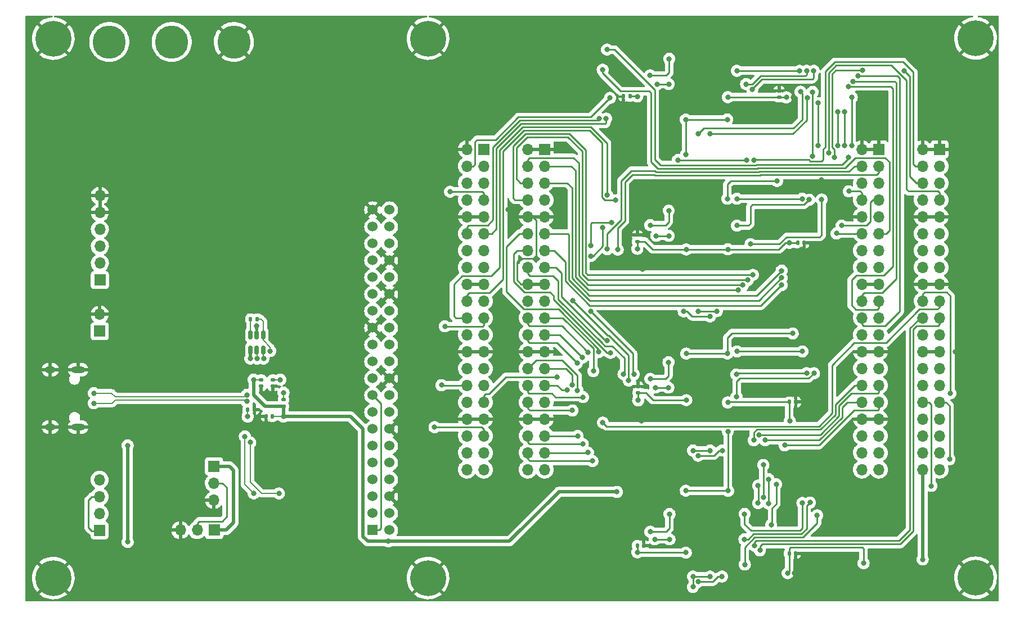
<source format=gbl>
G04 #@! TF.GenerationSoftware,KiCad,Pcbnew,(6.0.7)*
G04 #@! TF.CreationDate,2023-05-23T08:57:16-04:00*
G04 #@! TF.ProjectId,ECELab_v1,4543454c-6162-45f7-9631-2e6b69636164,rev?*
G04 #@! TF.SameCoordinates,Original*
G04 #@! TF.FileFunction,Copper,L2,Bot*
G04 #@! TF.FilePolarity,Positive*
%FSLAX46Y46*%
G04 Gerber Fmt 4.6, Leading zero omitted, Abs format (unit mm)*
G04 Created by KiCad (PCBNEW (6.0.7)) date 2023-05-23 08:57:16*
%MOMM*%
%LPD*%
G01*
G04 APERTURE LIST*
G04 Aperture macros list*
%AMRoundRect*
0 Rectangle with rounded corners*
0 $1 Rounding radius*
0 $2 $3 $4 $5 $6 $7 $8 $9 X,Y pos of 4 corners*
0 Add a 4 corners polygon primitive as box body*
4,1,4,$2,$3,$4,$5,$6,$7,$8,$9,$2,$3,0*
0 Add four circle primitives for the rounded corners*
1,1,$1+$1,$2,$3*
1,1,$1+$1,$4,$5*
1,1,$1+$1,$6,$7*
1,1,$1+$1,$8,$9*
0 Add four rect primitives between the rounded corners*
20,1,$1+$1,$2,$3,$4,$5,0*
20,1,$1+$1,$4,$5,$6,$7,0*
20,1,$1+$1,$6,$7,$8,$9,0*
20,1,$1+$1,$8,$9,$2,$3,0*%
G04 Aperture macros list end*
G04 #@! TA.AperFunction,ComponentPad*
%ADD10R,1.700000X1.700000*%
G04 #@! TD*
G04 #@! TA.AperFunction,ComponentPad*
%ADD11O,1.700000X1.700000*%
G04 #@! TD*
G04 #@! TA.AperFunction,ComponentPad*
%ADD12C,5.000000*%
G04 #@! TD*
G04 #@! TA.AperFunction,ComponentPad*
%ADD13R,1.524000X1.524000*%
G04 #@! TD*
G04 #@! TA.AperFunction,ComponentPad*
%ADD14C,1.524000*%
G04 #@! TD*
G04 #@! TA.AperFunction,ComponentPad*
%ADD15O,1.600000X1.000000*%
G04 #@! TD*
G04 #@! TA.AperFunction,ComponentPad*
%ADD16O,2.100000X1.000000*%
G04 #@! TD*
G04 #@! TA.AperFunction,ComponentPad*
%ADD17C,5.400000*%
G04 #@! TD*
G04 #@! TA.AperFunction,SMDPad,CuDef*
%ADD18RoundRect,0.140000X0.170000X-0.140000X0.170000X0.140000X-0.170000X0.140000X-0.170000X-0.140000X0*%
G04 #@! TD*
G04 #@! TA.AperFunction,SMDPad,CuDef*
%ADD19RoundRect,0.140000X-0.170000X0.140000X-0.170000X-0.140000X0.170000X-0.140000X0.170000X0.140000X0*%
G04 #@! TD*
G04 #@! TA.AperFunction,SMDPad,CuDef*
%ADD20RoundRect,0.135000X-0.185000X0.135000X-0.185000X-0.135000X0.185000X-0.135000X0.185000X0.135000X0*%
G04 #@! TD*
G04 #@! TA.AperFunction,SMDPad,CuDef*
%ADD21RoundRect,0.140000X0.140000X0.170000X-0.140000X0.170000X-0.140000X-0.170000X0.140000X-0.170000X0*%
G04 #@! TD*
G04 #@! TA.AperFunction,SMDPad,CuDef*
%ADD22RoundRect,0.140000X-0.140000X-0.170000X0.140000X-0.170000X0.140000X0.170000X-0.140000X0.170000X0*%
G04 #@! TD*
G04 #@! TA.AperFunction,SMDPad,CuDef*
%ADD23RoundRect,0.150000X-0.150000X0.512500X-0.150000X-0.512500X0.150000X-0.512500X0.150000X0.512500X0*%
G04 #@! TD*
G04 #@! TA.AperFunction,SMDPad,CuDef*
%ADD24RoundRect,0.135000X-0.135000X-0.185000X0.135000X-0.185000X0.135000X0.185000X-0.135000X0.185000X0*%
G04 #@! TD*
G04 #@! TA.AperFunction,ViaPad*
%ADD25C,0.800000*%
G04 #@! TD*
G04 #@! TA.AperFunction,Conductor*
%ADD26C,0.250000*%
G04 #@! TD*
G04 #@! TA.AperFunction,Conductor*
%ADD27C,0.190500*%
G04 #@! TD*
G04 #@! TA.AperFunction,Conductor*
%ADD28C,0.508000*%
G04 #@! TD*
G04 #@! TA.AperFunction,Conductor*
%ADD29C,0.254000*%
G04 #@! TD*
G04 APERTURE END LIST*
D10*
X132842000Y-131231400D03*
D11*
X132842000Y-133771400D03*
X132842000Y-136311400D03*
D10*
X242037000Y-83477000D03*
D11*
X239497000Y-83477000D03*
X242037000Y-86017000D03*
X239497000Y-86017000D03*
X242037000Y-88557000D03*
X239497000Y-88557000D03*
X242037000Y-91097000D03*
X239497000Y-91097000D03*
X242037000Y-93637000D03*
X239497000Y-93637000D03*
X242037000Y-96177000D03*
X239497000Y-96177000D03*
X242037000Y-98717000D03*
X239497000Y-98717000D03*
X242037000Y-101257000D03*
X239497000Y-101257000D03*
X242037000Y-103797000D03*
X239497000Y-103797000D03*
X242037000Y-106337000D03*
X239497000Y-106337000D03*
X242037000Y-108877000D03*
X239497000Y-108877000D03*
X242037000Y-111417000D03*
X239497000Y-111417000D03*
X242037000Y-113957000D03*
X239497000Y-113957000D03*
X242037000Y-116497000D03*
X239497000Y-116497000D03*
X242037000Y-119037000D03*
X239497000Y-119037000D03*
X242037000Y-121577000D03*
X239497000Y-121577000D03*
X242037000Y-124117000D03*
X239497000Y-124117000D03*
X242037000Y-126657000D03*
X239497000Y-126657000D03*
X242037000Y-129197000D03*
X239497000Y-129197000D03*
X242037000Y-131737000D03*
X239497000Y-131737000D03*
D10*
X232893000Y-83477000D03*
D11*
X230353000Y-83477000D03*
X232893000Y-86017000D03*
X230353000Y-86017000D03*
X232893000Y-88557000D03*
X230353000Y-88557000D03*
X232893000Y-91097000D03*
X230353000Y-91097000D03*
X232893000Y-93637000D03*
X230353000Y-93637000D03*
X232893000Y-96177000D03*
X230353000Y-96177000D03*
X232893000Y-98717000D03*
X230353000Y-98717000D03*
X232893000Y-101257000D03*
X230353000Y-101257000D03*
X232893000Y-103797000D03*
X230353000Y-103797000D03*
X232893000Y-106337000D03*
X230353000Y-106337000D03*
X232893000Y-108877000D03*
X230353000Y-108877000D03*
X232893000Y-111417000D03*
X230353000Y-111417000D03*
X232893000Y-113957000D03*
X230353000Y-113957000D03*
X232893000Y-116497000D03*
X230353000Y-116497000D03*
X232893000Y-119037000D03*
X230353000Y-119037000D03*
X232893000Y-121577000D03*
X230353000Y-121577000D03*
X232893000Y-124117000D03*
X230353000Y-124117000D03*
X232893000Y-126657000D03*
X230353000Y-126657000D03*
X232893000Y-129197000D03*
X230353000Y-129197000D03*
X232893000Y-131737000D03*
X230353000Y-131737000D03*
D10*
X182601000Y-83477000D03*
D11*
X180061000Y-83477000D03*
X182601000Y-86017000D03*
X180061000Y-86017000D03*
X182601000Y-88557000D03*
X180061000Y-88557000D03*
X182601000Y-91097000D03*
X180061000Y-91097000D03*
X182601000Y-93637000D03*
X180061000Y-93637000D03*
X182601000Y-96177000D03*
X180061000Y-96177000D03*
X182601000Y-98717000D03*
X180061000Y-98717000D03*
X182601000Y-101257000D03*
X180061000Y-101257000D03*
X182601000Y-103797000D03*
X180061000Y-103797000D03*
X182601000Y-106337000D03*
X180061000Y-106337000D03*
X182601000Y-108877000D03*
X180061000Y-108877000D03*
X182601000Y-111417000D03*
X180061000Y-111417000D03*
X182601000Y-113957000D03*
X180061000Y-113957000D03*
X182601000Y-116497000D03*
X180061000Y-116497000D03*
X182601000Y-119037000D03*
X180061000Y-119037000D03*
X182601000Y-121577000D03*
X180061000Y-121577000D03*
X182601000Y-124117000D03*
X180061000Y-124117000D03*
X182601000Y-126657000D03*
X180061000Y-126657000D03*
X182601000Y-129197000D03*
X180061000Y-129197000D03*
X182601000Y-131737000D03*
X180061000Y-131737000D03*
D10*
X173457000Y-83477000D03*
D11*
X170917000Y-83477000D03*
X173457000Y-86017000D03*
X170917000Y-86017000D03*
X173457000Y-88557000D03*
X170917000Y-88557000D03*
X173457000Y-91097000D03*
X170917000Y-91097000D03*
X173457000Y-93637000D03*
X170917000Y-93637000D03*
X173457000Y-96177000D03*
X170917000Y-96177000D03*
X173457000Y-98717000D03*
X170917000Y-98717000D03*
X173457000Y-101257000D03*
X170917000Y-101257000D03*
X173457000Y-103797000D03*
X170917000Y-103797000D03*
X173457000Y-106337000D03*
X170917000Y-106337000D03*
X173457000Y-108877000D03*
X170917000Y-108877000D03*
X173457000Y-111417000D03*
X170917000Y-111417000D03*
X173457000Y-113957000D03*
X170917000Y-113957000D03*
X173457000Y-116497000D03*
X170917000Y-116497000D03*
X173457000Y-119037000D03*
X170917000Y-119037000D03*
X173457000Y-121577000D03*
X170917000Y-121577000D03*
X173457000Y-124117000D03*
X170917000Y-124117000D03*
X173457000Y-126657000D03*
X170917000Y-126657000D03*
X173457000Y-129197000D03*
X170917000Y-129197000D03*
X173457000Y-131737000D03*
X170917000Y-131737000D03*
D12*
X135839200Y-67310000D03*
D10*
X115671600Y-110891400D03*
D11*
X115671600Y-108351400D03*
D10*
X132877800Y-140862200D03*
D11*
X130337800Y-140862200D03*
X127797800Y-140862200D03*
D12*
X117094000Y-67310000D03*
D13*
X156732400Y-140860800D03*
D14*
X159272400Y-140860800D03*
X156732400Y-138320800D03*
X159272400Y-138320800D03*
X156732400Y-135780800D03*
X159272400Y-135780800D03*
X156732400Y-133240800D03*
X159272400Y-133240800D03*
X156732400Y-130700800D03*
X159272400Y-130700800D03*
X156732400Y-128160800D03*
X159272400Y-128160800D03*
X156732400Y-125620800D03*
X159272400Y-125620800D03*
X156732400Y-123080800D03*
X159272400Y-123080800D03*
X156732400Y-120540800D03*
X159272400Y-120540800D03*
X156732400Y-118000800D03*
X159272400Y-118000800D03*
X156732400Y-115460800D03*
X159272400Y-115460800D03*
X156732400Y-112920800D03*
X159272400Y-112920800D03*
X156732400Y-110380800D03*
X159272400Y-110380800D03*
X156732400Y-107840800D03*
X159272400Y-107840800D03*
X156732400Y-105300800D03*
X159272400Y-105300800D03*
X156732400Y-102760800D03*
X159272400Y-102760800D03*
X156732400Y-100220800D03*
X159272400Y-100220800D03*
X156732400Y-97680800D03*
X159272400Y-97680800D03*
X156732400Y-95140800D03*
X159272400Y-95140800D03*
X156732400Y-92600800D03*
X159272400Y-92600800D03*
D15*
X108219600Y-125325600D03*
X108219600Y-116685600D03*
D16*
X112399600Y-116685600D03*
X112399600Y-125325600D03*
D12*
X126492000Y-67310000D03*
D10*
X115627000Y-140909200D03*
D11*
X115627000Y-138369200D03*
X115627000Y-135829200D03*
X115627000Y-133289200D03*
D17*
X165049200Y-66802000D03*
X108661200Y-148082000D03*
X247446800Y-66776600D03*
X165049200Y-148082000D03*
D10*
X115677800Y-103174800D03*
D11*
X115677800Y-100634800D03*
X115677800Y-98094800D03*
X115677800Y-95554800D03*
X115677800Y-93014800D03*
X115677800Y-90474800D03*
D17*
X247446800Y-148056600D03*
X108661200Y-66802000D03*
D18*
X141706600Y-119148800D03*
X141706600Y-118188800D03*
D19*
X139954000Y-118188800D03*
X139954000Y-119148800D03*
X196550000Y-96420000D03*
X196550000Y-97380000D03*
D20*
X143306800Y-121181400D03*
X143306800Y-122201400D03*
D21*
X197507800Y-143179800D03*
X196547800Y-143179800D03*
X141653200Y-123748800D03*
X140693200Y-123748800D03*
D19*
X217875000Y-74670000D03*
X217875000Y-75630000D03*
D22*
X137924600Y-122732800D03*
X138884600Y-122732800D03*
D23*
X138343600Y-111435300D03*
X139293600Y-111435300D03*
X140243600Y-111435300D03*
X140243600Y-113710300D03*
X139293600Y-113710300D03*
X138343600Y-113710300D03*
D21*
X221655000Y-97600000D03*
X220695000Y-97600000D03*
X220367800Y-144399000D03*
X219407800Y-144399000D03*
D19*
X196672200Y-119230200D03*
X196672200Y-120190200D03*
D22*
X194495000Y-75500000D03*
X195455000Y-75500000D03*
D24*
X138351800Y-109042200D03*
X139371800Y-109042200D03*
D21*
X220393200Y-121564400D03*
X219433200Y-121564400D03*
D25*
X167640000Y-139700000D03*
X193040000Y-150774400D03*
X106680000Y-88900000D03*
X204470000Y-110490000D03*
X106680000Y-73660000D03*
X248920000Y-124460000D03*
X111760000Y-88900000D03*
X177800000Y-64770000D03*
X222961200Y-111226600D03*
X106680000Y-114300000D03*
X187960000Y-64770000D03*
X106680000Y-104140000D03*
X248920000Y-109220000D03*
X106680000Y-78740000D03*
X162560000Y-119380000D03*
X142036800Y-115027650D03*
X167640000Y-73660000D03*
X182880000Y-69850000D03*
X223520000Y-106680000D03*
X248920000Y-83820000D03*
X233680000Y-137160000D03*
X197205600Y-147345400D03*
X213360000Y-66040000D03*
X147320000Y-104140000D03*
X208280000Y-150774400D03*
X111760000Y-83820000D03*
X111760000Y-138430000D03*
X177800000Y-149860000D03*
X248920000Y-99060000D03*
X157480000Y-73660000D03*
X137160000Y-149860000D03*
X182880000Y-149860000D03*
X152400000Y-64770000D03*
X207010000Y-72390000D03*
X148437600Y-137058400D03*
X182880000Y-144780000D03*
X142240000Y-99060000D03*
X157480000Y-69850000D03*
X176530000Y-132080000D03*
X221175000Y-98591498D03*
X236220000Y-127000000D03*
X220230990Y-147314982D03*
X157480000Y-78740000D03*
X162560000Y-99060000D03*
X134848600Y-123012200D03*
X223520000Y-149860000D03*
X208686400Y-89509600D03*
X172720000Y-139700000D03*
X162560000Y-73660000D03*
X198120000Y-129540000D03*
X228600000Y-137160000D03*
X132080000Y-99060000D03*
X106680000Y-93980000D03*
X157480000Y-83820000D03*
X228600000Y-66040000D03*
X111760000Y-104140000D03*
X190500000Y-127000000D03*
X152400000Y-127000000D03*
X137160000Y-104140000D03*
X238760000Y-66040000D03*
X119380000Y-83820000D03*
X106680000Y-138430000D03*
X202125000Y-66475000D03*
X142240000Y-140970000D03*
X147320000Y-127000000D03*
X243840000Y-73660000D03*
X111760000Y-93980000D03*
X193040000Y-83820000D03*
X177800000Y-139700000D03*
X124460000Y-78740000D03*
X162560000Y-88900000D03*
X198120000Y-150774400D03*
X195580000Y-83820000D03*
X248920000Y-73660000D03*
X106680000Y-109220000D03*
X233680000Y-149860000D03*
X162560000Y-104140000D03*
X137160000Y-99060000D03*
X147320000Y-149860000D03*
X233680000Y-66040000D03*
X152400000Y-88900000D03*
X162560000Y-93980000D03*
X114300000Y-144780000D03*
X248920000Y-139700000D03*
X121920000Y-99060000D03*
X142240000Y-69850000D03*
X142316200Y-126568200D03*
X177800000Y-144780000D03*
X200660000Y-83820000D03*
X106680000Y-99060000D03*
X197333500Y-101577367D03*
X248920000Y-93980000D03*
X248920000Y-114300000D03*
X162560000Y-78740000D03*
X152400000Y-119380000D03*
X172720000Y-64770000D03*
X137160000Y-144780000D03*
X147320000Y-69850000D03*
X119380000Y-73660000D03*
X152400000Y-104140000D03*
X248920000Y-134620000D03*
X147320000Y-114300000D03*
X137160000Y-140970000D03*
X106680000Y-123190000D03*
X224282000Y-88105700D03*
X162560000Y-129540000D03*
X172720000Y-149860000D03*
X111760000Y-73660000D03*
X140817600Y-120446800D03*
X106680000Y-118110000D03*
X152400000Y-109220000D03*
X227330000Y-127000000D03*
X224256600Y-121810900D03*
X182880000Y-73660000D03*
X193040000Y-129540000D03*
X243840000Y-68580000D03*
X187960000Y-150774400D03*
X234950000Y-114300000D03*
X124460000Y-83820000D03*
X124460000Y-73660000D03*
X228600000Y-149860000D03*
X152400000Y-114300000D03*
X124460000Y-144780000D03*
X139293600Y-110109000D03*
X172720000Y-69850000D03*
X248920000Y-104140000D03*
X172720000Y-144780000D03*
X195580000Y-127000000D03*
X124460000Y-149860000D03*
X147320000Y-64770000D03*
X147320000Y-144780000D03*
X127000000Y-104140000D03*
X147320000Y-132080000D03*
X153390600Y-144221200D03*
X114300000Y-149860000D03*
X172720000Y-73660000D03*
X248920000Y-129540000D03*
X220068346Y-75663010D03*
X147320000Y-99060000D03*
X152400000Y-78740000D03*
X127000000Y-99060000D03*
X162560000Y-109220000D03*
X238760000Y-149860000D03*
X177800000Y-69850000D03*
X157480000Y-64770000D03*
X176530000Y-127000000D03*
X162560000Y-124460000D03*
X142240000Y-104140000D03*
X198120000Y-111023400D03*
X152400000Y-83820000D03*
X157480000Y-88900000D03*
X197205600Y-78968600D03*
X111760000Y-114300000D03*
X106680000Y-133350000D03*
X142240000Y-149860000D03*
X236220000Y-132080000D03*
X248920000Y-88900000D03*
X244440700Y-113995200D03*
X162560000Y-83820000D03*
X248920000Y-78740000D03*
X202565000Y-135102600D03*
X152400000Y-132080000D03*
X142240000Y-64770000D03*
X182880000Y-64770000D03*
X218440000Y-150774400D03*
X152400000Y-140970000D03*
X202275000Y-89225000D03*
X152400000Y-73660000D03*
X208280000Y-66040000D03*
X177130500Y-92608400D03*
X132080000Y-104140000D03*
X106680000Y-83820000D03*
X147320000Y-109220000D03*
X162560000Y-114300000D03*
X203200000Y-150774400D03*
X177800000Y-73660000D03*
X207010000Y-77470000D03*
X147320000Y-140970000D03*
X248920000Y-119380000D03*
X152400000Y-99060000D03*
X223520000Y-129540000D03*
X197205600Y-124435100D03*
X152400000Y-69850000D03*
X119380000Y-78740000D03*
X111760000Y-109220000D03*
X119380000Y-144780000D03*
X142240000Y-144780000D03*
X119380000Y-149860000D03*
X106680000Y-144780000D03*
X147320000Y-119380000D03*
X111760000Y-99060000D03*
X111760000Y-133350000D03*
X213360000Y-150774400D03*
X167640000Y-78740000D03*
X111760000Y-78740000D03*
X119862600Y-128092200D03*
X119862600Y-142646400D03*
X239496600Y-145279100D03*
X203850000Y-134914400D03*
X219450000Y-97575000D03*
X196551012Y-98477571D03*
X203850000Y-79000000D03*
X219497000Y-124430500D03*
X217575000Y-88255500D03*
X230606600Y-145846800D03*
X193471800Y-135102600D03*
X138320705Y-115010872D03*
X210108800Y-114249200D03*
X210083400Y-78994000D03*
X218975000Y-75650000D03*
X210168062Y-125992100D03*
X210175000Y-75625000D03*
X196555089Y-144203422D03*
X196683500Y-121310400D03*
X196551705Y-75527181D03*
X203925000Y-121271200D03*
X203925000Y-98563600D03*
X219938600Y-111226600D03*
X138811000Y-118186200D03*
X219177808Y-147340933D03*
X210100000Y-90932000D03*
X137922000Y-123748800D03*
X203860400Y-84309500D03*
X143306800Y-123748800D03*
X159080200Y-142544800D03*
X210210400Y-134924800D03*
X210170000Y-98550000D03*
X210170000Y-121625600D03*
X203850000Y-144257000D03*
X203925000Y-114263000D03*
X142824200Y-118186200D03*
X137795000Y-121471703D03*
X114757200Y-121742200D03*
X137795000Y-120472200D03*
X114782600Y-120218200D03*
X198501000Y-118059200D03*
X201244200Y-115570000D03*
X211550000Y-90925000D03*
X221350000Y-90925000D03*
X221393771Y-136764646D03*
X212699600Y-138430000D03*
X211556600Y-113944400D03*
X221396104Y-113935739D03*
X201218800Y-119380000D03*
X199263000Y-119380000D03*
X211550000Y-94975000D03*
X222416847Y-91081277D03*
X222537717Y-136711117D03*
X212674200Y-142240000D03*
X211455000Y-117398800D03*
X222021400Y-117221000D03*
X213600000Y-97769500D03*
X224300000Y-91050000D03*
X223621600Y-138633200D03*
X212725000Y-146050000D03*
X223139000Y-117221000D03*
X211480400Y-120783502D03*
X198500000Y-94900000D03*
X201275000Y-92725000D03*
X201350000Y-69850000D03*
X198475000Y-72350000D03*
X211525000Y-71650000D03*
X220950000Y-71649612D03*
X201396600Y-138430000D03*
X198501000Y-141097000D03*
X201275000Y-96525000D03*
X199400000Y-96525000D03*
X199550000Y-73650000D03*
X201275000Y-73650000D03*
X222020008Y-71654508D03*
X212925000Y-73650000D03*
X201396600Y-142240000D03*
X199161400Y-142240000D03*
X213850000Y-74430500D03*
X223100000Y-71650000D03*
X143306800Y-120142000D03*
X141325600Y-113868200D03*
X137490200Y-126746000D03*
X138836400Y-135331200D03*
X209296000Y-147853400D03*
X208508600Y-107857300D03*
X205714600Y-107873800D03*
X209389562Y-128854700D03*
X221107000Y-74805500D03*
X205715029Y-148631900D03*
X205689200Y-81178400D03*
X205714600Y-129641600D03*
X142621000Y-135331200D03*
X138303000Y-127635000D03*
X222143500Y-75692000D03*
X207467200Y-81178400D03*
X204936100Y-128863100D03*
X207492600Y-147853400D03*
X207492600Y-108661200D03*
X207492600Y-128863100D03*
X204927200Y-149410400D03*
X203530200Y-107899200D03*
X204936100Y-147853400D03*
X140319702Y-115011102D03*
X139320203Y-115013869D03*
X186009969Y-119786400D03*
X186788469Y-122834400D03*
X187566969Y-126669800D03*
X188345469Y-127889000D03*
X189123969Y-129184400D03*
X189794164Y-130454400D03*
X191363600Y-124663200D03*
X188386635Y-120827800D03*
X187553600Y-119791608D03*
X186754908Y-119013108D03*
X187477192Y-115696792D03*
X188315600Y-114858800D03*
X189162700Y-114046000D03*
X189941200Y-116890800D03*
X196033500Y-117374947D03*
X189509330Y-107864964D03*
X186839208Y-106302192D03*
X195254183Y-118334217D03*
X194471300Y-117362742D03*
X191995627Y-112333167D03*
X192506600Y-114147600D03*
X190748128Y-114001072D03*
X213938803Y-102394500D03*
X213192931Y-103169000D03*
X212445025Y-103944000D03*
X211696023Y-104705500D03*
X218267726Y-103937056D03*
X218259294Y-102842400D03*
X218266197Y-101773803D03*
X213030997Y-85079000D03*
X202675000Y-85079000D03*
X192439397Y-75731498D03*
X168385500Y-89865200D03*
X167589200Y-110159800D03*
X167081200Y-119024400D03*
X166039800Y-125349000D03*
X228360603Y-84660603D03*
X192000000Y-68450000D03*
X191336603Y-71486603D03*
X229800000Y-72450000D03*
X228998028Y-73230500D03*
X228307260Y-74025928D03*
X225327776Y-84059205D03*
X230436165Y-71610262D03*
X236702600Y-71625000D03*
X226186500Y-84669500D03*
X227775000Y-77819500D03*
X227771571Y-82949012D03*
X228825000Y-82936500D03*
X228825000Y-75650000D03*
X222925000Y-74850000D03*
X222925000Y-84511500D03*
X226718143Y-82936500D03*
X226721720Y-77797880D03*
X223763500Y-76525000D03*
X223750000Y-82936500D03*
X214084500Y-85079000D03*
X214213817Y-143207906D03*
X214993500Y-143916400D03*
X243662200Y-120243600D03*
X240792000Y-134188200D03*
X217449400Y-133950700D03*
X216695661Y-140092612D03*
X216297501Y-133172200D03*
X216293500Y-136829800D03*
X215519000Y-131038600D03*
X215519000Y-135940800D03*
X214731600Y-134154300D03*
X214736500Y-136779000D03*
X243535200Y-130175000D03*
X214071200Y-127304800D03*
X214858600Y-126492000D03*
X215798400Y-127304800D03*
X218719400Y-128083300D03*
X228371400Y-89814400D03*
X227306397Y-94972397D03*
X226527897Y-96164400D03*
X192025000Y-98525000D03*
X193603317Y-98595625D03*
X184457288Y-117788907D03*
X193300000Y-91150000D03*
X189556603Y-97989603D03*
X192650000Y-94500000D03*
X192000000Y-90369500D03*
X191350000Y-95280500D03*
X189541462Y-99555500D03*
X190820997Y-78854500D03*
X191874500Y-78854500D03*
D26*
X178460400Y-103174800D02*
X178460400Y-100431600D01*
X181356000Y-99669600D02*
X181356000Y-94157800D01*
X181076600Y-99949000D02*
X181356000Y-99669600D01*
X177130500Y-92608400D02*
X177469800Y-92608400D01*
D27*
X139293600Y-111435300D02*
X139293600Y-110109000D01*
D26*
X180061000Y-103797000D02*
X179082600Y-103797000D01*
X180835200Y-93637000D02*
X180061000Y-93637000D01*
X181356000Y-94157800D02*
X180835200Y-93637000D01*
X178498400Y-93637000D02*
X180061000Y-93637000D01*
X178943000Y-99949000D02*
X181076600Y-99949000D01*
X178460400Y-100431600D02*
X178943000Y-99949000D01*
X179082600Y-103797000D02*
X178460400Y-103174800D01*
X177469800Y-92608400D02*
X178498400Y-93637000D01*
D28*
X119862600Y-142646400D02*
X119862600Y-128092200D01*
D29*
X239496600Y-145279100D02*
X239497000Y-145278700D01*
D28*
X239497000Y-145278700D02*
X239497000Y-131737000D01*
D26*
X196683500Y-120226900D02*
X196649400Y-120192800D01*
D28*
X135168400Y-131231400D02*
X132842000Y-131231400D01*
D29*
X210625000Y-88250000D02*
X217569500Y-88250000D01*
X196551012Y-98477571D02*
X196551012Y-97381012D01*
X198893600Y-98563600D02*
X203925000Y-98563600D01*
X217569500Y-88250000D02*
X217575000Y-88255500D01*
D26*
X197838000Y-120190200D02*
X198919000Y-121271200D01*
X219433200Y-124366700D02*
X219433200Y-121564400D01*
D29*
X218950000Y-75625000D02*
X210175000Y-75625000D01*
D28*
X177292000Y-142544800D02*
X184708800Y-135128000D01*
D29*
X219450000Y-97575000D02*
X220670000Y-97575000D01*
D28*
X140540200Y-122201400D02*
X138811000Y-120472200D01*
D27*
X138813600Y-118188800D02*
X138811000Y-118186200D01*
D28*
X143306800Y-122201400D02*
X140540200Y-122201400D01*
D29*
X219583000Y-143484600D02*
X219407800Y-143659800D01*
D28*
X155981400Y-142544800D02*
X159080200Y-142544800D01*
D26*
X219887800Y-111175800D02*
X210769200Y-111175800D01*
D29*
X219450000Y-97575000D02*
X218843420Y-97575000D01*
D26*
X219497000Y-124411558D02*
X219494642Y-124409200D01*
X210168062Y-125992100D02*
X210168062Y-134882462D01*
D28*
X155244800Y-141808200D02*
X155981400Y-142544800D01*
D26*
X203938800Y-114249200D02*
X203925000Y-114263000D01*
D28*
X184734200Y-135102600D02*
X193471800Y-135102600D01*
D29*
X220670000Y-97575000D02*
X220695000Y-97600000D01*
D28*
X153416000Y-123748800D02*
X155244800Y-125577600D01*
X138277600Y-115036600D02*
X138343600Y-114970600D01*
D29*
X203938600Y-98550000D02*
X203925000Y-98563600D01*
D28*
X143306800Y-123748800D02*
X143306800Y-122201400D01*
D29*
X230403400Y-143484600D02*
X219583000Y-143484600D01*
D26*
X219938600Y-111226600D02*
X219887800Y-111175800D01*
X210769200Y-111175800D02*
X210108800Y-111836200D01*
X210210400Y-134924800D02*
X203860400Y-134924800D01*
X219497000Y-124430500D02*
X219433200Y-124366700D01*
D29*
X197710000Y-97380000D02*
X198893600Y-98563600D01*
D28*
X132877800Y-140862200D02*
X134651600Y-140862200D01*
D26*
X196683500Y-121310400D02*
X196683500Y-120226900D01*
D29*
X196551012Y-97381012D02*
X196550000Y-97380000D01*
D26*
X210108800Y-114249200D02*
X203938800Y-114249200D01*
D27*
X138320705Y-115010872D02*
X138294977Y-115036600D01*
D26*
X196608667Y-144257000D02*
X203850000Y-144257000D01*
D28*
X155244800Y-125577600D02*
X155244800Y-141808200D01*
X138343600Y-114970600D02*
X138343600Y-113710300D01*
D26*
X219407800Y-144399000D02*
X219407800Y-147110941D01*
D29*
X203860400Y-79010400D02*
X203850000Y-79000000D01*
X203860400Y-84309500D02*
X203860400Y-79010400D01*
D26*
X219433200Y-121564400D02*
X210231200Y-121564400D01*
D29*
X210077400Y-79000000D02*
X210083400Y-78994000D01*
X195455000Y-75500000D02*
X196524524Y-75500000D01*
D28*
X143306800Y-123748800D02*
X153416000Y-123748800D01*
D29*
X218975000Y-75650000D02*
X218950000Y-75625000D01*
D26*
X196555089Y-144203422D02*
X196608667Y-144257000D01*
D29*
X219407800Y-143659800D02*
X219407800Y-144399000D01*
D26*
X203860400Y-134924800D02*
X203850000Y-134914400D01*
X196672200Y-120190200D02*
X197838000Y-120190200D01*
D29*
X217868420Y-98550000D02*
X210170000Y-98550000D01*
D26*
X210168062Y-134882462D02*
X210210400Y-134924800D01*
D28*
X138811000Y-120472200D02*
X138811000Y-118186200D01*
D29*
X210100000Y-88775000D02*
X210625000Y-88250000D01*
X196550000Y-97380000D02*
X197710000Y-97380000D01*
D27*
X139954000Y-118188800D02*
X138813600Y-118188800D01*
D26*
X196547800Y-143179800D02*
X196547800Y-144196133D01*
D29*
X230606600Y-143687800D02*
X230403400Y-143484600D01*
D28*
X134651600Y-140862200D02*
X135763000Y-139750800D01*
X135763000Y-139750800D02*
X135763000Y-131826000D01*
D27*
X138294977Y-115036600D02*
X138277600Y-115036600D01*
D26*
X196547800Y-144196133D02*
X196555089Y-144203422D01*
X198919000Y-121271200D02*
X203925000Y-121271200D01*
D27*
X143306800Y-123748800D02*
X141653200Y-123748800D01*
D26*
X210231200Y-121564400D02*
X210170000Y-121625600D01*
D29*
X230606600Y-145846800D02*
X230606600Y-143687800D01*
X203850000Y-79000000D02*
X210077400Y-79000000D01*
X210170000Y-98550000D02*
X203938600Y-98550000D01*
D27*
X137922000Y-122735400D02*
X137924600Y-122732800D01*
D26*
X219407800Y-147110941D02*
X219177808Y-147340933D01*
D29*
X210100000Y-90932000D02*
X210100000Y-88775000D01*
D27*
X137922000Y-123748800D02*
X137922000Y-122735400D01*
D28*
X159080200Y-142544800D02*
X177292000Y-142544800D01*
X135763000Y-131826000D02*
X135168400Y-131231400D01*
D29*
X184708800Y-135128000D02*
X184734200Y-135102600D01*
X218843420Y-97575000D02*
X217868420Y-98550000D01*
D26*
X210108800Y-111836200D02*
X210108800Y-114249200D01*
D27*
X141706600Y-118188800D02*
X142821600Y-118188800D01*
X142821600Y-118188800D02*
X142824200Y-118186200D01*
X118008400Y-121259600D02*
X117525800Y-121742200D01*
X137582897Y-121259600D02*
X118008400Y-121259600D01*
X117525800Y-121742200D02*
X114757200Y-121742200D01*
X137795000Y-121471703D02*
X137582897Y-121259600D01*
X114782600Y-120218200D02*
X117449600Y-120218200D01*
X117983000Y-120751600D02*
X137515600Y-120751600D01*
X117449600Y-120218200D02*
X117983000Y-120751600D01*
X137515600Y-120751600D02*
X137795000Y-120472200D01*
D26*
X130632200Y-139522200D02*
X134061200Y-139522200D01*
X130337800Y-139816600D02*
X130632200Y-139522200D01*
X134061200Y-139522200D02*
X134747000Y-138836400D01*
X130337800Y-140862200D02*
X130337800Y-139816600D01*
X134747000Y-138836400D02*
X134747000Y-134391400D01*
X134127000Y-133771400D02*
X132842000Y-133771400D01*
X134747000Y-134391400D02*
X134127000Y-133771400D01*
X201244200Y-117602000D02*
X200888600Y-117957600D01*
X200888600Y-117957600D02*
X200787000Y-118059200D01*
X201244200Y-115570000D02*
X201244200Y-117602000D01*
X200787000Y-118059200D02*
X198501000Y-118059200D01*
D29*
X211550000Y-90925000D02*
X221350000Y-90925000D01*
D26*
X212699600Y-139954000D02*
X213698200Y-140952600D01*
X221361000Y-140611272D02*
X221361000Y-136797417D01*
X221019672Y-140952600D02*
X221361000Y-140611272D01*
X212699600Y-138430000D02*
X212699600Y-139954000D01*
X213698200Y-140952600D02*
X221019672Y-140952600D01*
X221361000Y-136797417D02*
X221393771Y-136764646D01*
X221396104Y-113935739D02*
X211565261Y-113935739D01*
X211565261Y-113935739D02*
X211556600Y-113944400D01*
X199263000Y-119380000D02*
X201218800Y-119380000D01*
D29*
X213575000Y-94650000D02*
X213575000Y-92125000D01*
X211550000Y-94975000D02*
X213250000Y-94975000D01*
X213875000Y-91825000D02*
X221660627Y-91825000D01*
X213575000Y-92125000D02*
X213875000Y-91825000D01*
X222404350Y-91081277D02*
X222416847Y-91081277D01*
X213250000Y-94975000D02*
X213575000Y-94650000D01*
X221660627Y-91825000D02*
X222404350Y-91081277D01*
D26*
X213231436Y-142240000D02*
X212674200Y-142240000D01*
X222021400Y-140663636D02*
X221228436Y-141456600D01*
X214014836Y-141456600D02*
X213231436Y-142240000D01*
X222537717Y-136711117D02*
X222021400Y-137227434D01*
X222021400Y-137227434D02*
X222021400Y-140663636D01*
X221228436Y-141456600D02*
X214014836Y-141456600D01*
X211632800Y-117221000D02*
X211455000Y-117398800D01*
X222021400Y-117221000D02*
X211632800Y-117221000D01*
D29*
X224000000Y-96700000D02*
X224300000Y-96400000D01*
X219000000Y-96700000D02*
X224000000Y-96700000D01*
X213600000Y-97769500D02*
X217930500Y-97769500D01*
X217930500Y-97769500D02*
X219000000Y-96700000D01*
X224300000Y-96400000D02*
X224300000Y-91050000D01*
D26*
X212725000Y-143459200D02*
X212725000Y-146050000D01*
X214223600Y-141960600D02*
X212725000Y-143459200D01*
X223621600Y-138633200D02*
X223621600Y-139776200D01*
X223621600Y-139776200D02*
X221437200Y-141960600D01*
X221437200Y-141960600D02*
X214223600Y-141960600D01*
X211480400Y-120783502D02*
X211480400Y-118516400D01*
X211480400Y-118516400D02*
X211988400Y-118008400D01*
X211988400Y-118008400D02*
X222351600Y-118008400D01*
X222351600Y-118008400D02*
X223139000Y-117221000D01*
D29*
X201275000Y-93925000D02*
X201275000Y-94400000D01*
X200775000Y-94900000D02*
X198950000Y-94900000D01*
X198950000Y-94900000D02*
X198500000Y-94900000D01*
X201275000Y-92725000D02*
X201275000Y-93925000D01*
X201275000Y-94400000D02*
X200775000Y-94900000D01*
X200925000Y-72350000D02*
X201350000Y-71925000D01*
X201350000Y-71925000D02*
X201350000Y-69850000D01*
X198475000Y-72350000D02*
X200925000Y-72350000D01*
X211525000Y-71650000D02*
X220949612Y-71650000D01*
X220949612Y-71650000D02*
X220950000Y-71649612D01*
D26*
X201396600Y-138430000D02*
X201396600Y-140589000D01*
X201396600Y-140589000D02*
X200888600Y-141097000D01*
X200888600Y-141097000D02*
X198501000Y-141097000D01*
D29*
X199400000Y-96525000D02*
X201275000Y-96525000D01*
X199550000Y-73650000D02*
X201275000Y-73650000D01*
X222020008Y-71654508D02*
X222020008Y-72254992D01*
X221844388Y-72430612D02*
X215094388Y-72430612D01*
X213875000Y-73650000D02*
X212925000Y-73650000D01*
X215094388Y-72430612D02*
X213875000Y-73650000D01*
X222020008Y-72254992D02*
X221844388Y-72430612D01*
D26*
X201396600Y-142240000D02*
X199161400Y-142240000D01*
D29*
X213850000Y-74393420D02*
X215304808Y-72938612D01*
X215304808Y-72938612D02*
X222886388Y-72938612D01*
X223100000Y-72725000D02*
X223100000Y-71650000D01*
X213850000Y-74430500D02*
X213850000Y-74393420D01*
X222886388Y-72938612D02*
X223100000Y-72725000D01*
D27*
X143306800Y-120142000D02*
X143306800Y-121181400D01*
D29*
X156732400Y-120540800D02*
X157986879Y-121795279D01*
X157741600Y-140860800D02*
X156732400Y-140860800D01*
X157986879Y-140615521D02*
X157741600Y-140860800D01*
X157986879Y-121795279D02*
X157986879Y-140615521D01*
D27*
X141325600Y-113868200D02*
X141325600Y-113309400D01*
X140243600Y-111435300D02*
X140243600Y-109382600D01*
X139903200Y-109042200D02*
X139371800Y-109042200D01*
X140243600Y-112227400D02*
X140243600Y-111435300D01*
X140243600Y-109382600D02*
X139903200Y-109042200D01*
X141325600Y-113309400D02*
X140243600Y-112227400D01*
X137490200Y-126746000D02*
X137490200Y-133985000D01*
X137490200Y-133985000D02*
X138836400Y-135331200D01*
D26*
X206552800Y-80314800D02*
X205689200Y-81178400D01*
X221364500Y-75063000D02*
X221364500Y-79015900D01*
X205714600Y-107873800D02*
X205731600Y-107856800D01*
X205731600Y-107856800D02*
X208508100Y-107856800D01*
X221107000Y-74805500D02*
X221364500Y-75063000D01*
X207942773Y-148631900D02*
X208721273Y-147853400D01*
X208721273Y-147853400D02*
X209296000Y-147853400D01*
X208838300Y-128854700D02*
X208051400Y-129641600D01*
X209389562Y-128854700D02*
X208838300Y-128854700D01*
X205715029Y-148631900D02*
X207942773Y-148631900D01*
X208051400Y-129641600D02*
X205714600Y-129641600D01*
X221364500Y-79015900D02*
X220065600Y-80314800D01*
X220065600Y-80314800D02*
X206552800Y-80314800D01*
X208508100Y-107856800D02*
X208508600Y-107857300D01*
D27*
X140004800Y-135331200D02*
X142621000Y-135331200D01*
X138303000Y-127635000D02*
X138303000Y-133629400D01*
X138303000Y-133629400D02*
X140004800Y-135331200D01*
D29*
X113969800Y-136321800D02*
X113969800Y-140462000D01*
X114477800Y-140970000D02*
X115697000Y-140970000D01*
X113969800Y-140462000D02*
X114477800Y-140970000D01*
X115636200Y-135829200D02*
X114462400Y-135829200D01*
X114462400Y-135829200D02*
X113969800Y-136321800D01*
D26*
X208229200Y-81178400D02*
X207467200Y-81178400D01*
X207492600Y-128863100D02*
X207483700Y-128854200D01*
X222021400Y-75814100D02*
X222021400Y-79071764D01*
D29*
X204927200Y-149410400D02*
X204927200Y-147862300D01*
D26*
X219914764Y-81178400D02*
X208229200Y-81178400D01*
X204012800Y-107899200D02*
X203530200Y-107899200D01*
X207483700Y-128854200D02*
X204945000Y-128854200D01*
X204936100Y-147853400D02*
X207492600Y-147853400D01*
X204945000Y-128854200D02*
X204936100Y-128863100D01*
X222021400Y-79071764D02*
X219914764Y-81178400D01*
X207492600Y-108661200D02*
X204774800Y-108661200D01*
X222143500Y-75692000D02*
X222021400Y-75814100D01*
D29*
X204927200Y-147862300D02*
X204936100Y-147853400D01*
D26*
X204774800Y-108661200D02*
X204012800Y-107899200D01*
D27*
X140269000Y-114960400D02*
X140269000Y-114142100D01*
X140319702Y-115011102D02*
X140269000Y-114960400D01*
X139320203Y-115013869D02*
X139320203Y-114143303D01*
X139320203Y-114143303D02*
X139319000Y-114142100D01*
X138351800Y-109042200D02*
X138351800Y-111427100D01*
X138351800Y-111427100D02*
X138343600Y-111435300D01*
D26*
X185191400Y-119786400D02*
X184442000Y-119037000D01*
X186009969Y-119786400D02*
X185191400Y-119786400D01*
X184442000Y-119037000D02*
X182601000Y-119037000D01*
X180061000Y-122530000D02*
X180061000Y-121577000D01*
X186788469Y-122834400D02*
X180365400Y-122834400D01*
X180365400Y-122834400D02*
X180061000Y-122530000D01*
X187566969Y-126669800D02*
X187554169Y-126657000D01*
X187554169Y-126657000D02*
X182601000Y-126657000D01*
X188345469Y-127889000D02*
X180340000Y-127889000D01*
X180061000Y-127610000D02*
X180061000Y-126657000D01*
X180340000Y-127889000D02*
X180061000Y-127610000D01*
X189123969Y-129184400D02*
X189111369Y-129197000D01*
X189111369Y-129197000D02*
X182601000Y-129197000D01*
X189794164Y-130454400D02*
X180365400Y-130454400D01*
X180061000Y-130150000D02*
X180061000Y-129197000D01*
X180365400Y-130454400D02*
X180061000Y-130150000D01*
X239014000Y-107594400D02*
X241731800Y-107594400D01*
X210533073Y-125213600D02*
X210537673Y-125209000D01*
X191914000Y-125213600D02*
X210533073Y-125213600D01*
X191363600Y-124663200D02*
X191914000Y-125213600D01*
X241731800Y-107594400D02*
X242037000Y-107289200D01*
X242037000Y-107289200D02*
X242037000Y-106337000D01*
X223888600Y-125209000D02*
X225869200Y-123228400D01*
X233959400Y-112649000D02*
X239014000Y-107594400D01*
X210537673Y-125209000D02*
X223888600Y-125209000D01*
X229209600Y-112649000D02*
X233959400Y-112649000D01*
X225869200Y-115989400D02*
X229209600Y-112649000D01*
X225869200Y-123228400D02*
X225869200Y-115989400D01*
X184200800Y-120827800D02*
X183667400Y-120294400D01*
X188386635Y-120827800D02*
X184200800Y-120827800D01*
X180061000Y-120091600D02*
X180061000Y-119037000D01*
X180263800Y-120294400D02*
X180061000Y-120091600D01*
X183667400Y-120294400D02*
X180263800Y-120294400D01*
X187553600Y-119791608D02*
X187553600Y-117551200D01*
X185242200Y-115239800D02*
X181318200Y-115239800D01*
X181318200Y-115239800D02*
X180061000Y-116497000D01*
X187553600Y-117551200D02*
X185242200Y-115239800D01*
X186754908Y-117465272D02*
X185786636Y-116497000D01*
X186754908Y-119013108D02*
X186754908Y-117465272D01*
X185786636Y-116497000D02*
X182601000Y-116497000D01*
X187477192Y-115696792D02*
X184454800Y-112674400D01*
X180340000Y-112674400D02*
X180061000Y-112395400D01*
X184454800Y-112674400D02*
X180340000Y-112674400D01*
X180061000Y-112395400D02*
X180061000Y-111417000D01*
X184873800Y-111417000D02*
X182601000Y-111417000D01*
X188315600Y-114858800D02*
X184873800Y-111417000D01*
X180314600Y-110134400D02*
X180061000Y-109880800D01*
X180061000Y-109880800D02*
X180061000Y-108877000D01*
X185251100Y-110134400D02*
X180314600Y-110134400D01*
X189162700Y-114046000D02*
X185251100Y-110134400D01*
X189941200Y-113518705D02*
X185299495Y-108877000D01*
X185299495Y-108877000D02*
X182601000Y-108877000D01*
X189941200Y-116890800D02*
X189941200Y-113518705D01*
X195910200Y-114265834D02*
X195910200Y-117251647D01*
X189509330Y-107864964D02*
X195910200Y-114265834D01*
X195910200Y-117251647D02*
X196033500Y-117374947D01*
X192299400Y-111527400D02*
X195249800Y-114477800D01*
X195249800Y-118329834D02*
X195254183Y-118334217D01*
X186839208Y-106302192D02*
X186845592Y-106302192D01*
X192070800Y-111527400D02*
X192299400Y-111527400D01*
X186845592Y-106302192D02*
X192070800Y-111527400D01*
X195249800Y-114477800D02*
X195249800Y-118329834D01*
X194589400Y-117244642D02*
X194589400Y-114935000D01*
X180061000Y-102235400D02*
X180061000Y-101257000D01*
X191216627Y-112655840D02*
X191216627Y-112654427D01*
X184658000Y-103327200D02*
X183870600Y-102539800D01*
X191216627Y-112654427D02*
X184658000Y-106095800D01*
X184658000Y-106095800D02*
X184658000Y-103327200D01*
X192786000Y-113131600D02*
X191692387Y-113131600D01*
X191692387Y-113131600D02*
X191216627Y-112655840D01*
X180365400Y-102539800D02*
X180061000Y-102235400D01*
X194589400Y-114935000D02*
X192786000Y-113131600D01*
X183870600Y-102539800D02*
X180365400Y-102539800D01*
X194471300Y-117362742D02*
X194589400Y-117244642D01*
X191769216Y-112333167D02*
X185166000Y-105729951D01*
X185166000Y-102108000D02*
X184315000Y-101257000D01*
X191995627Y-112333167D02*
X191769216Y-112333167D01*
X184315000Y-101257000D02*
X182601000Y-101257000D01*
X185166000Y-105729951D02*
X185166000Y-102108000D01*
X183413400Y-105054400D02*
X179578000Y-105054400D01*
X183953254Y-105594254D02*
X183413400Y-105054400D01*
X191995623Y-114147600D02*
X183953254Y-106105231D01*
X183953254Y-106105231D02*
X183953254Y-105594254D01*
X177956400Y-99233800D02*
X178473200Y-98717000D01*
X192506600Y-114147600D02*
X191995623Y-114147600D01*
X178473200Y-98717000D02*
X180061000Y-98717000D01*
X179578000Y-105054400D02*
X177956400Y-103432800D01*
X177956400Y-103432800D02*
X177956400Y-99233800D01*
X176856000Y-98149800D02*
X178828800Y-96177000D01*
X190748128Y-114001072D02*
X190748128Y-113612869D01*
X190748128Y-113612869D02*
X184704259Y-107569000D01*
X176856000Y-104923200D02*
X176856000Y-98149800D01*
X178828800Y-96177000D02*
X180061000Y-96177000D01*
X179501800Y-107569000D02*
X176856000Y-104923200D01*
X184704259Y-107569000D02*
X179501800Y-107569000D01*
D29*
X188747400Y-83578980D02*
X186321420Y-81153000D01*
X177867000Y-82994840D02*
X177867000Y-90821200D01*
X213932803Y-102388500D02*
X189053300Y-102388500D01*
X178142800Y-91097000D02*
X180061000Y-91097000D01*
X213938803Y-102394500D02*
X213932803Y-102388500D01*
X179708840Y-81153000D02*
X177867000Y-82994840D01*
X177867000Y-90821200D02*
X178142800Y-91097000D01*
X189053300Y-102388500D02*
X188747400Y-102082600D01*
X188747400Y-102082600D02*
X188747400Y-83578980D01*
X186321420Y-81153000D02*
X179708840Y-81153000D01*
X189109880Y-103163500D02*
X188239400Y-102293020D01*
X213187431Y-103163500D02*
X189109880Y-103163500D01*
X179939000Y-81661000D02*
X178375000Y-83225000D01*
X188239400Y-83789400D02*
X186111000Y-81661000D01*
X213192931Y-103169000D02*
X213187431Y-103163500D01*
X178375000Y-83225000D02*
X178375000Y-87950000D01*
X178375000Y-87950000D02*
X178982000Y-88557000D01*
X178982000Y-88557000D02*
X180061000Y-88557000D01*
X188239400Y-102293020D02*
X188239400Y-83789400D01*
X186111000Y-81661000D02*
X179939000Y-81661000D01*
X186933800Y-84775000D02*
X180300000Y-84775000D01*
X189152960Y-103925000D02*
X187731400Y-102503440D01*
X180300000Y-84775000D02*
X180061000Y-85014000D01*
X212445025Y-103944000D02*
X212426025Y-103925000D01*
X212426025Y-103925000D02*
X189152960Y-103925000D01*
X180061000Y-85014000D02*
X180061000Y-86017000D01*
X187731400Y-85572600D02*
X186933800Y-84775000D01*
X187731400Y-102503440D02*
X187731400Y-85572600D01*
X187223400Y-102713860D02*
X187223400Y-86639400D01*
X211690523Y-104700000D02*
X189209540Y-104700000D01*
X187223400Y-86639400D02*
X186601000Y-86017000D01*
X189209540Y-104700000D02*
X187223400Y-102713860D01*
X211696023Y-104705500D02*
X211690523Y-104700000D01*
X186601000Y-86017000D02*
X182601000Y-86017000D01*
X189404280Y-107050000D02*
X185699400Y-103345120D01*
X185699400Y-100406200D02*
X184010200Y-98717000D01*
X218267726Y-103937056D02*
X215154782Y-107050000D01*
X184010200Y-98717000D02*
X182601000Y-98717000D01*
X185699400Y-103345120D02*
X185699400Y-100406200D01*
X215154782Y-107050000D02*
X189404280Y-107050000D01*
X214825987Y-106275000D02*
X189347700Y-106275000D01*
X218258587Y-102842400D02*
X214825987Y-106275000D01*
X186207400Y-103134700D02*
X186207400Y-96342200D01*
X218259294Y-102842400D02*
X218258587Y-102842400D01*
X189347700Y-106275000D02*
X186207400Y-103134700D01*
X186042200Y-96177000D02*
X182601000Y-96177000D01*
X186207400Y-96342200D02*
X186042200Y-96177000D01*
X186715400Y-102924280D02*
X186715400Y-89255600D01*
X218224097Y-101773803D02*
X214497900Y-105500000D01*
X214497900Y-105500000D02*
X199549001Y-105500000D01*
X189291620Y-105500500D02*
X186715400Y-102924280D01*
X199549001Y-105500000D02*
X199548501Y-105500500D01*
X186016800Y-88557000D02*
X182601000Y-88557000D01*
X199548501Y-105500500D02*
X189291620Y-105500500D01*
X186715400Y-89255600D02*
X186016800Y-88557000D01*
X218266197Y-101773803D02*
X218224097Y-101773803D01*
X202686000Y-85090000D02*
X213019997Y-85090000D01*
X213019997Y-85090000D02*
X213030997Y-85079000D01*
X202675000Y-85079000D02*
X202686000Y-85090000D01*
X189562000Y-78613000D02*
X178637000Y-78613000D01*
X172148000Y-85727000D02*
X171858000Y-86017000D01*
X171858000Y-86017000D02*
X170917000Y-86017000D01*
X175200000Y-82050000D02*
X172422000Y-82050000D01*
X178637000Y-78613000D02*
X175200000Y-82050000D01*
X192439397Y-75735603D02*
X189562000Y-78613000D01*
X172422000Y-82050000D02*
X172148000Y-82324000D01*
X172148000Y-82324000D02*
X172148000Y-85727000D01*
X173457000Y-90132000D02*
X173457000Y-91097000D01*
X168385500Y-89865200D02*
X168409908Y-89840792D01*
X173165792Y-89840792D02*
X173457000Y-90132000D01*
X168409908Y-89840792D02*
X173165792Y-89840792D01*
X173275000Y-110150000D02*
X173457000Y-109968000D01*
X167589200Y-110159800D02*
X167599000Y-110150000D01*
X173457000Y-109968000D02*
X173457000Y-108877000D01*
X167599000Y-110150000D02*
X173275000Y-110150000D01*
X167093800Y-119037000D02*
X170917000Y-119037000D01*
X167081200Y-119024400D02*
X167093800Y-119037000D01*
X166040800Y-125350000D02*
X173125000Y-125350000D01*
X173125000Y-125350000D02*
X173457000Y-125682000D01*
X166039800Y-125349000D02*
X166040800Y-125350000D01*
X173457000Y-125682000D02*
X173457000Y-126657000D01*
X214408001Y-85860000D02*
X200010000Y-85860000D01*
X228360603Y-84864397D02*
X227423800Y-85801200D01*
X199175000Y-85025000D02*
X199175000Y-74500000D01*
X199175000Y-74500000D02*
X193125000Y-68450000D01*
X228360603Y-84660603D02*
X228360603Y-84864397D01*
X214466801Y-85801200D02*
X214408001Y-85860000D01*
X200010000Y-85860000D02*
X199175000Y-85025000D01*
X193125000Y-68450000D02*
X192000000Y-68450000D01*
X227423800Y-85801200D02*
X214466801Y-85801200D01*
X198313181Y-74746181D02*
X198631000Y-75064000D01*
X233998000Y-96177000D02*
X232893000Y-96177000D01*
X233850000Y-84750000D02*
X234500999Y-85400999D01*
X234500999Y-95674001D02*
X233998000Y-96177000D01*
X214618421Y-86368000D02*
X214677221Y-86309200D01*
X191336603Y-71486603D02*
X191336603Y-72007403D01*
X191336603Y-72007403D02*
X194075381Y-74746181D01*
X214677221Y-86309200D02*
X227815800Y-86309200D01*
X199618000Y-86368000D02*
X214618421Y-86368000D01*
X234500999Y-85400999D02*
X234500999Y-95674001D01*
X227815800Y-86309200D02*
X229375000Y-84750000D01*
X198631000Y-75064000D02*
X198631000Y-85381000D01*
X229375000Y-84750000D02*
X233850000Y-84750000D01*
X198631000Y-85381000D02*
X199618000Y-86368000D01*
X194075381Y-74746181D02*
X198313181Y-74746181D01*
X235700000Y-72450000D02*
X236042200Y-72792200D01*
X236042200Y-107907800D02*
X233825000Y-110125000D01*
X230353000Y-109853000D02*
X230353000Y-108877000D01*
X229800000Y-72450000D02*
X235700000Y-72450000D01*
X236042200Y-72792200D02*
X236042200Y-107907800D01*
X233825000Y-110125000D02*
X230625000Y-110125000D01*
X230625000Y-110125000D02*
X230353000Y-109853000D01*
X230675000Y-105075000D02*
X230353000Y-105397000D01*
X230129501Y-73225000D02*
X235300000Y-73225000D01*
X235300000Y-73225000D02*
X235534200Y-73459200D01*
X228998028Y-73230500D02*
X230124001Y-73230500D01*
X233425000Y-105075000D02*
X230675000Y-105075000D01*
X230124001Y-73230500D02*
X230129501Y-73225000D01*
X235534200Y-102965800D02*
X233425000Y-105075000D01*
X230353000Y-105397000D02*
X230353000Y-106337000D01*
X235534200Y-73459200D02*
X235534200Y-102965800D01*
X235008999Y-74333999D02*
X235008999Y-101141001D01*
X228308188Y-74025000D02*
X234700000Y-74025000D01*
X229425000Y-107625000D02*
X232675000Y-107625000D01*
X228800000Y-103175000D02*
X228800000Y-107000000D01*
X229475000Y-102500000D02*
X228800000Y-103175000D01*
X235008999Y-101141001D02*
X233650000Y-102500000D01*
X232893000Y-107407000D02*
X232893000Y-106337000D01*
X228307260Y-74025928D02*
X228308188Y-74025000D01*
X232675000Y-107625000D02*
X232893000Y-107407000D01*
X233650000Y-102500000D02*
X229475000Y-102500000D01*
X234700000Y-74025000D02*
X235008999Y-74333999D01*
X228800000Y-107000000D02*
X229425000Y-107625000D01*
X234793420Y-70825000D02*
X237058200Y-73089780D01*
X226481580Y-70825000D02*
X234793420Y-70825000D01*
X237058200Y-89491800D02*
X237366400Y-89800000D01*
X241796600Y-89800000D02*
X242037000Y-90040400D01*
X237058200Y-73089780D02*
X237058200Y-89491800D01*
X242037000Y-90040400D02*
X242037000Y-91097000D01*
X237366400Y-89800000D02*
X241796600Y-89800000D01*
X225325000Y-71981580D02*
X226481580Y-70825000D01*
X225325000Y-84056429D02*
X225325000Y-71981580D01*
X225327776Y-84059205D02*
X225325000Y-84056429D01*
X230433903Y-71608000D02*
X226417000Y-71608000D01*
X226186500Y-83509358D02*
X226186500Y-84669500D01*
X237586500Y-87574100D02*
X238569400Y-88557000D01*
X237586500Y-72508900D02*
X237586500Y-87574100D01*
X225875000Y-72150000D02*
X225875000Y-83197858D01*
X225875000Y-83197858D02*
X226186500Y-83509358D01*
X236702600Y-71625000D02*
X237586500Y-72508900D01*
X238569400Y-88557000D02*
X239497000Y-88557000D01*
X230436165Y-71610262D02*
X230433903Y-71608000D01*
X226417000Y-71608000D02*
X225875000Y-72150000D01*
X227775000Y-82945583D02*
X227771571Y-82949012D01*
X227775000Y-77819500D02*
X227775000Y-82945583D01*
X228825000Y-75650000D02*
X228825000Y-82936500D01*
X222925000Y-74850000D02*
X222925000Y-84511500D01*
X226725000Y-77801160D02*
X226725000Y-82929643D01*
X226725000Y-82929643D02*
X226718143Y-82936500D01*
X226721720Y-77797880D02*
X226725000Y-77801160D01*
X223750000Y-76538500D02*
X223763500Y-76525000D01*
X223750000Y-82936500D02*
X223750000Y-76538500D01*
X214088500Y-85075000D02*
X222383999Y-85075000D01*
X224546776Y-85028224D02*
X224546776Y-83403224D01*
X214084500Y-85079000D02*
X214088500Y-85075000D01*
X238094500Y-85744500D02*
X238367000Y-86017000D01*
X236560000Y-70317000D02*
X238094500Y-71851500D01*
X222601499Y-85292500D02*
X224282500Y-85292500D01*
X224546776Y-83403224D02*
X224817000Y-83133000D01*
X224817000Y-83133000D02*
X224817001Y-71771159D01*
X238367000Y-86017000D02*
X239497000Y-86017000D01*
X238094500Y-71851500D02*
X238094500Y-85744500D01*
X222383999Y-85075000D02*
X222601499Y-85292500D01*
X224282500Y-85292500D02*
X224546776Y-85028224D01*
X226271159Y-70317001D02*
X236560000Y-70317000D01*
X224817001Y-71771159D02*
X226271159Y-70317001D01*
D26*
X237570200Y-140812036D02*
X237570200Y-110433636D01*
X214448200Y-142472600D02*
X235909636Y-142472600D01*
X214213817Y-142706983D02*
X214448200Y-142472600D01*
X235909636Y-142472600D02*
X237570200Y-140812036D01*
X214213817Y-143207906D02*
X214213817Y-142706983D01*
X239126836Y-108877000D02*
X239497000Y-108877000D01*
X237570200Y-110433636D02*
X239126836Y-108877000D01*
X214993500Y-143916400D02*
X214993500Y-143324300D01*
X214993500Y-143324300D02*
X215341200Y-142976600D01*
X238074200Y-110642400D02*
X238607600Y-110109000D01*
X236118400Y-142976600D02*
X238074200Y-141020800D01*
X241757200Y-110109000D02*
X242037000Y-109829200D01*
X238074200Y-141020800D02*
X238074200Y-110642400D01*
X242037000Y-109829200D02*
X242037000Y-108877000D01*
X238607600Y-110109000D02*
X241757200Y-110109000D01*
X215341200Y-142976600D02*
X236118400Y-142976600D01*
X243128800Y-105054400D02*
X239776000Y-105054400D01*
X243662200Y-105587800D02*
X243128800Y-105054400D01*
X239776000Y-105054400D02*
X239497000Y-105333400D01*
X239497000Y-105333400D02*
X239497000Y-106337000D01*
X243662200Y-120243600D02*
X243662200Y-105587800D01*
X240792000Y-134188200D02*
X240792000Y-121920000D01*
X240792000Y-121920000D02*
X240449000Y-121577000D01*
X240449000Y-121577000D02*
X239497000Y-121577000D01*
X216814400Y-137541000D02*
X217449400Y-136906000D01*
X217449400Y-136906000D02*
X217449400Y-133950700D01*
X216695661Y-140092612D02*
X216814400Y-139973873D01*
X216814400Y-139973873D02*
X216814400Y-137541000D01*
X216297501Y-136825799D02*
X216293500Y-136829800D01*
X216297501Y-133172200D02*
X216297501Y-136825799D01*
X215519000Y-135940800D02*
X215519001Y-133454394D01*
X215519001Y-133454394D02*
X215519000Y-131038600D01*
X214740000Y-134162700D02*
X214740000Y-136775500D01*
X214731600Y-134154300D02*
X214740000Y-134162700D01*
X214740000Y-136775500D02*
X214736500Y-136779000D01*
X243535200Y-130175000D02*
X243535200Y-122123200D01*
X243535200Y-122123200D02*
X242989000Y-121577000D01*
X242989000Y-121577000D02*
X242037000Y-121577000D01*
X214079600Y-127296400D02*
X214079600Y-126169327D01*
X214079600Y-126169327D02*
X214535927Y-125713000D01*
X229271636Y-119037000D02*
X230353000Y-119037000D01*
X226373200Y-121935436D02*
X229271636Y-119037000D01*
X214071200Y-127304800D02*
X214079600Y-127296400D01*
X224097364Y-125713000D02*
X226373200Y-123437164D01*
X226373200Y-123437164D02*
X226373200Y-121935436D01*
X214535927Y-125713000D02*
X224097364Y-125713000D01*
X232893000Y-120065400D02*
X232893000Y-119037000D01*
X226877200Y-122144200D02*
X228752400Y-120269000D01*
X232689400Y-120269000D02*
X232893000Y-120065400D01*
X226877200Y-123668200D02*
X226877200Y-122144200D01*
X228752400Y-120269000D02*
X232689400Y-120269000D01*
X214858600Y-126492000D02*
X224053400Y-126492000D01*
X224053400Y-126492000D02*
X226877200Y-123668200D01*
X223953364Y-127304800D02*
X227381200Y-123876964D01*
X228157164Y-121577000D02*
X230353000Y-121577000D01*
X227381200Y-122352964D02*
X228157164Y-121577000D01*
X215798400Y-127304800D02*
X223953364Y-127304800D01*
X227381200Y-123876964D02*
X227381200Y-122352964D01*
X232714800Y-122834400D02*
X232893000Y-122656200D01*
X223887628Y-128083300D02*
X229136528Y-122834400D01*
X229136528Y-122834400D02*
X232714800Y-122834400D01*
X218719400Y-128083300D02*
X223887628Y-128083300D01*
X232893000Y-122656200D02*
X232893000Y-121577000D01*
X230073200Y-89814400D02*
X230353000Y-90094200D01*
X230353000Y-90094200D02*
X230353000Y-91097000D01*
X228371400Y-89814400D02*
X230073200Y-89814400D01*
X231648000Y-94310200D02*
X231648000Y-91440000D01*
X231010200Y-94948000D02*
X231648000Y-94310200D01*
X227306397Y-94972397D02*
X227330794Y-94948000D01*
X227330794Y-94948000D02*
X231010200Y-94948000D01*
X231991000Y-91097000D02*
X232893000Y-91097000D01*
X231648000Y-91440000D02*
X231991000Y-91097000D01*
X226540497Y-96177000D02*
X230353000Y-96177000D01*
X226527897Y-96164400D02*
X226540497Y-96177000D01*
D29*
X228439380Y-86817200D02*
X229239580Y-86017000D01*
X199407580Y-86876000D02*
X214828841Y-86876000D01*
X194125000Y-88250000D02*
X195684800Y-86690200D01*
X229239580Y-86017000D02*
X230353000Y-86017000D01*
X192969000Y-95281000D02*
X192973501Y-95281000D01*
X214887641Y-86817200D02*
X228439380Y-86817200D01*
X194125000Y-94129501D02*
X194125000Y-88250000D01*
X192025000Y-96225000D02*
X192969000Y-95281000D01*
X192973501Y-95281000D02*
X194125000Y-94129501D01*
X192025000Y-98525000D02*
X192025000Y-96225000D01*
X195684800Y-86690200D02*
X199221780Y-86690200D01*
X199221780Y-86690200D02*
X199407580Y-86876000D01*
X214828841Y-86876000D02*
X214887641Y-86817200D01*
X195774800Y-87325200D02*
X199138360Y-87325200D01*
X194700000Y-88400000D02*
X195774800Y-87325200D01*
X199138360Y-87325200D02*
X199197160Y-87384000D01*
X215039261Y-87384000D02*
X215098061Y-87325200D01*
X199197160Y-87384000D02*
X215039261Y-87384000D01*
X232893000Y-87020000D02*
X232893000Y-86017000D01*
X215098061Y-87325200D02*
X232587800Y-87325200D01*
X193603317Y-98595625D02*
X193603317Y-95369604D01*
X232587800Y-87325200D02*
X232893000Y-87020000D01*
X194700000Y-94272921D02*
X194700000Y-88400000D01*
X193603317Y-95369604D02*
X194700000Y-94272921D01*
X173736000Y-120319800D02*
X173457000Y-120598800D01*
X184448181Y-117779800D02*
X176733200Y-117779800D01*
X176733200Y-117779800D02*
X174193200Y-120319800D01*
X174193200Y-120319800D02*
X173736000Y-120319800D01*
X173457000Y-120598800D02*
X173457000Y-121577000D01*
X184457288Y-117788907D02*
X184448181Y-117779800D01*
X191200000Y-90675000D02*
X191200000Y-82468420D01*
X171275000Y-105100000D02*
X170917000Y-105458000D01*
X179498420Y-80645000D02*
X176350000Y-83793420D01*
X191200000Y-82468420D02*
X189376580Y-80645000D01*
X176350000Y-83793420D02*
X176350000Y-103100800D01*
X193300000Y-91150000D02*
X191675000Y-91150000D01*
X170917000Y-105458000D02*
X170917000Y-106337000D01*
X174350800Y-105100000D02*
X171275000Y-105100000D01*
X176350000Y-103100800D02*
X174350800Y-105100000D01*
X189376580Y-80645000D02*
X179498420Y-80645000D01*
X191675000Y-91150000D02*
X191200000Y-90675000D01*
X189750500Y-94499500D02*
X192649500Y-94499500D01*
X189556603Y-94693397D02*
X189750500Y-94499500D01*
X192649500Y-94499500D02*
X192650000Y-94500000D01*
X189556603Y-97989603D02*
X189556603Y-94693397D01*
X170195200Y-102550000D02*
X168935400Y-103809800D01*
X168935400Y-108610400D02*
X169202000Y-108877000D01*
X192000000Y-90369500D02*
X192000000Y-82550000D01*
X174575000Y-102550000D02*
X170195200Y-102550000D01*
X192000000Y-82550000D02*
X189587000Y-80137000D01*
X168935400Y-103809800D02*
X168935400Y-108610400D01*
X175840999Y-83584001D02*
X175840999Y-101284001D01*
X175840999Y-101284001D02*
X174575000Y-102550000D01*
X179288000Y-80137000D02*
X175840999Y-83584001D01*
X169202000Y-108877000D02*
X170917000Y-108877000D01*
X189587000Y-80137000D02*
X179288000Y-80137000D01*
X191350000Y-98095499D02*
X191350000Y-95280500D01*
X189889999Y-99555500D02*
X191350000Y-98095499D01*
X189541462Y-99555500D02*
X189889999Y-99555500D01*
X171150000Y-94925000D02*
X170917000Y-95158000D01*
X174825000Y-83150000D02*
X174825000Y-94125000D01*
X178854000Y-79121000D02*
X174825000Y-83150000D01*
X174025000Y-94925000D02*
X171150000Y-94925000D01*
X170917000Y-95158000D02*
X170917000Y-96177000D01*
X190820997Y-78854500D02*
X190554497Y-79121000D01*
X190554497Y-79121000D02*
X178854000Y-79121000D01*
X174825000Y-94125000D02*
X174025000Y-94925000D01*
X190490996Y-79629000D02*
X179064420Y-79629000D01*
X175333000Y-83360420D02*
X175333000Y-95456400D01*
X191874500Y-79543920D02*
X191782920Y-79635500D01*
X174612400Y-96177000D02*
X173457000Y-96177000D01*
X191782920Y-79635500D02*
X190497496Y-79635500D01*
X190497496Y-79635500D02*
X190490996Y-79629000D01*
X175333000Y-95456400D02*
X174612400Y-96177000D01*
X179064420Y-79629000D02*
X175333000Y-83360420D01*
X191874500Y-78854500D02*
X191874500Y-79543920D01*
G04 #@! TA.AperFunction,Conductor*
G36*
X108522176Y-63368102D02*
G01*
X108568669Y-63421758D01*
X108578773Y-63492032D01*
X108549279Y-63556612D01*
X108489553Y-63594996D01*
X108460210Y-63599950D01*
X108328851Y-63606374D01*
X108321873Y-63607108D01*
X107974719Y-63663335D01*
X107967851Y-63664845D01*
X107629135Y-63759417D01*
X107622479Y-63761683D01*
X107296412Y-63893422D01*
X107290057Y-63896412D01*
X106980701Y-64063681D01*
X106974712Y-64067365D01*
X106685931Y-64268073D01*
X106680400Y-64272394D01*
X106592936Y-64348964D01*
X106584538Y-64362178D01*
X106590384Y-64371974D01*
X108648388Y-66429978D01*
X108662332Y-66437592D01*
X108664165Y-66437461D01*
X108670780Y-66433210D01*
X110730914Y-64373076D01*
X110738528Y-64359132D01*
X110738523Y-64359057D01*
X110732417Y-64350081D01*
X110677133Y-64300303D01*
X110671645Y-64295891D01*
X110385708Y-64091180D01*
X110379761Y-64087407D01*
X110072786Y-63915844D01*
X110066468Y-63912762D01*
X109742273Y-63776484D01*
X109735637Y-63774121D01*
X109398284Y-63674832D01*
X109391441Y-63673226D01*
X109045098Y-63612157D01*
X109038127Y-63611326D01*
X108855736Y-63599851D01*
X108789006Y-63575611D01*
X108745974Y-63519142D01*
X108740303Y-63448373D01*
X108773792Y-63385771D01*
X108835811Y-63351213D01*
X108863648Y-63348100D01*
X164842055Y-63348100D01*
X164910176Y-63368102D01*
X164956669Y-63421758D01*
X164966773Y-63492032D01*
X164937279Y-63556612D01*
X164877553Y-63594996D01*
X164848210Y-63599950D01*
X164716851Y-63606374D01*
X164709873Y-63607108D01*
X164362719Y-63663335D01*
X164355851Y-63664845D01*
X164017135Y-63759417D01*
X164010479Y-63761683D01*
X163684412Y-63893422D01*
X163678057Y-63896412D01*
X163368701Y-64063681D01*
X163362712Y-64067365D01*
X163073931Y-64268073D01*
X163068400Y-64272394D01*
X162980936Y-64348964D01*
X162972538Y-64362178D01*
X162978384Y-64371974D01*
X165036388Y-66429978D01*
X165050332Y-66437592D01*
X165052165Y-66437461D01*
X165058780Y-66433210D01*
X167118914Y-64373076D01*
X167126528Y-64359132D01*
X167126523Y-64359057D01*
X167120417Y-64350081D01*
X167065133Y-64300303D01*
X167059645Y-64295891D01*
X166773708Y-64091180D01*
X166767761Y-64087407D01*
X166460786Y-63915844D01*
X166454468Y-63912762D01*
X166130273Y-63776484D01*
X166123637Y-63774121D01*
X165786284Y-63674832D01*
X165779441Y-63673226D01*
X165433098Y-63612157D01*
X165426127Y-63611326D01*
X165243736Y-63599851D01*
X165177006Y-63575611D01*
X165133974Y-63519142D01*
X165128303Y-63448373D01*
X165161792Y-63385771D01*
X165223811Y-63351213D01*
X165251648Y-63348100D01*
X246983782Y-63348100D01*
X247051903Y-63368102D01*
X247098396Y-63421758D01*
X247108500Y-63492032D01*
X247079006Y-63556612D01*
X247019280Y-63594996D01*
X247003927Y-63598479D01*
X246760319Y-63637935D01*
X246753451Y-63639445D01*
X246414735Y-63734017D01*
X246408079Y-63736283D01*
X246082012Y-63868022D01*
X246075657Y-63871012D01*
X245766301Y-64038281D01*
X245760312Y-64041965D01*
X245471531Y-64242673D01*
X245466000Y-64246994D01*
X245378536Y-64323564D01*
X245370138Y-64336778D01*
X245375984Y-64346574D01*
X247433988Y-66404578D01*
X247447932Y-66412192D01*
X247449765Y-66412061D01*
X247456380Y-66407810D01*
X249516514Y-64347676D01*
X249524128Y-64333732D01*
X249524123Y-64333657D01*
X249518017Y-64324681D01*
X249462733Y-64274903D01*
X249457245Y-64270491D01*
X249171308Y-64065780D01*
X249165361Y-64062007D01*
X248858386Y-63890444D01*
X248852068Y-63887362D01*
X248527873Y-63751084D01*
X248521237Y-63748721D01*
X248183884Y-63649432D01*
X248177041Y-63647826D01*
X247895515Y-63598186D01*
X247831903Y-63566659D01*
X247795433Y-63505745D01*
X247797686Y-63434784D01*
X247837945Y-63376306D01*
X247903429Y-63348876D01*
X247917395Y-63348100D01*
X250825500Y-63348100D01*
X250893621Y-63368102D01*
X250940114Y-63421758D01*
X250951500Y-63474100D01*
X250951500Y-151486100D01*
X250931498Y-151554221D01*
X250877842Y-151600714D01*
X250825500Y-151612100D01*
X104571300Y-151612100D01*
X104503179Y-151592098D01*
X104456686Y-151538442D01*
X104445300Y-151486100D01*
X104445300Y-150525941D01*
X106582799Y-150525941D01*
X106582837Y-150526486D01*
X106588440Y-150534846D01*
X106610536Y-150555306D01*
X106615959Y-150559793D01*
X106899011Y-150768478D01*
X106904901Y-150772332D01*
X107209458Y-150948167D01*
X107215727Y-150951334D01*
X107537998Y-151092132D01*
X107544581Y-151094580D01*
X107880532Y-151198574D01*
X107887347Y-151200273D01*
X108232788Y-151266169D01*
X108239765Y-151267100D01*
X108590414Y-151294081D01*
X108597422Y-151294227D01*
X108948892Y-151281954D01*
X108955888Y-151281317D01*
X109303782Y-151229945D01*
X109310681Y-151228529D01*
X109650698Y-151138693D01*
X109657358Y-151136529D01*
X109985247Y-151009349D01*
X109991646Y-151006446D01*
X110303299Y-150843517D01*
X110309344Y-150839914D01*
X110600894Y-150643261D01*
X110606488Y-150639015D01*
X110729110Y-150534656D01*
X110734821Y-150525941D01*
X162970799Y-150525941D01*
X162970837Y-150526486D01*
X162976440Y-150534846D01*
X162998536Y-150555306D01*
X163003959Y-150559793D01*
X163287011Y-150768478D01*
X163292901Y-150772332D01*
X163597458Y-150948167D01*
X163603727Y-150951334D01*
X163925998Y-151092132D01*
X163932581Y-151094580D01*
X164268532Y-151198574D01*
X164275347Y-151200273D01*
X164620788Y-151266169D01*
X164627765Y-151267100D01*
X164978414Y-151294081D01*
X164985422Y-151294227D01*
X165336892Y-151281954D01*
X165343888Y-151281317D01*
X165691782Y-151229945D01*
X165698681Y-151228529D01*
X166038698Y-151138693D01*
X166045358Y-151136529D01*
X166373247Y-151009349D01*
X166379646Y-151006446D01*
X166691299Y-150843517D01*
X166697344Y-150839914D01*
X166988894Y-150643261D01*
X166994488Y-150639015D01*
X167117110Y-150534656D01*
X167125542Y-150521788D01*
X167119513Y-150511523D01*
X167108531Y-150500541D01*
X245368399Y-150500541D01*
X245368437Y-150501086D01*
X245374040Y-150509446D01*
X245396136Y-150529906D01*
X245401559Y-150534393D01*
X245684611Y-150743078D01*
X245690501Y-150746932D01*
X245995058Y-150922767D01*
X246001327Y-150925934D01*
X246323598Y-151066732D01*
X246330181Y-151069180D01*
X246666132Y-151173174D01*
X246672947Y-151174873D01*
X247018388Y-151240769D01*
X247025365Y-151241700D01*
X247376014Y-151268681D01*
X247383022Y-151268827D01*
X247734492Y-151256554D01*
X247741488Y-151255917D01*
X248089382Y-151204545D01*
X248096281Y-151203129D01*
X248436298Y-151113293D01*
X248442958Y-151111129D01*
X248770847Y-150983949D01*
X248777246Y-150981046D01*
X249088899Y-150818117D01*
X249094944Y-150814514D01*
X249386494Y-150617861D01*
X249392088Y-150613615D01*
X249514710Y-150509256D01*
X249523142Y-150496388D01*
X249517113Y-150486123D01*
X247459612Y-148428622D01*
X247445668Y-148421008D01*
X247443835Y-148421139D01*
X247437220Y-148425390D01*
X245376013Y-150486597D01*
X245368399Y-150500541D01*
X167108531Y-150500541D01*
X165062012Y-148454022D01*
X165048068Y-148446408D01*
X165046235Y-148446539D01*
X165039620Y-148450790D01*
X162978413Y-150511997D01*
X162970799Y-150525941D01*
X110734821Y-150525941D01*
X110737542Y-150521788D01*
X110731513Y-150511523D01*
X108674012Y-148454022D01*
X108660068Y-148446408D01*
X108658235Y-148446539D01*
X108651620Y-148450790D01*
X106590413Y-150511997D01*
X106582799Y-150525941D01*
X104445300Y-150525941D01*
X104445300Y-148040666D01*
X105448606Y-148040666D01*
X105463333Y-148392021D01*
X105464018Y-148399013D01*
X105517820Y-148746559D01*
X105519280Y-148753426D01*
X105611488Y-149092807D01*
X105613702Y-149099463D01*
X105743170Y-149426462D01*
X105746109Y-149432823D01*
X105911219Y-149743347D01*
X105914853Y-149749348D01*
X106113539Y-150039523D01*
X106117833Y-150045098D01*
X106208408Y-150150030D01*
X106221451Y-150158447D01*
X106231482Y-150152508D01*
X108289178Y-148094812D01*
X108295556Y-148083132D01*
X109025608Y-148083132D01*
X109025739Y-148084965D01*
X109029990Y-148091580D01*
X111091899Y-150153489D01*
X111105843Y-150161103D01*
X111106623Y-150161048D01*
X111114670Y-150155696D01*
X111120132Y-150149880D01*
X111124654Y-150144491D01*
X111335313Y-149862896D01*
X111339203Y-149857042D01*
X111517162Y-149553719D01*
X111520376Y-149547465D01*
X111663414Y-149226195D01*
X111665911Y-149219620D01*
X111772248Y-148884405D01*
X111773994Y-148877603D01*
X111842300Y-148532635D01*
X111843281Y-148525654D01*
X111872819Y-148173898D01*
X111873033Y-148169529D01*
X111874225Y-148084178D01*
X111874134Y-148079828D01*
X111871944Y-148040666D01*
X161836606Y-148040666D01*
X161851333Y-148392021D01*
X161852018Y-148399013D01*
X161905820Y-148746559D01*
X161907280Y-148753426D01*
X161999488Y-149092807D01*
X162001702Y-149099463D01*
X162131170Y-149426462D01*
X162134109Y-149432823D01*
X162299219Y-149743347D01*
X162302853Y-149749348D01*
X162501539Y-150039523D01*
X162505833Y-150045098D01*
X162596408Y-150150030D01*
X162609451Y-150158447D01*
X162619482Y-150152508D01*
X164677178Y-148094812D01*
X164683556Y-148083132D01*
X165413608Y-148083132D01*
X165413739Y-148084965D01*
X165417990Y-148091580D01*
X167479899Y-150153489D01*
X167493843Y-150161103D01*
X167494623Y-150161048D01*
X167502670Y-150155696D01*
X167508132Y-150149880D01*
X167512654Y-150144491D01*
X167723313Y-149862896D01*
X167727203Y-149857042D01*
X167905162Y-149553719D01*
X167908376Y-149547465D01*
X167969401Y-149410400D01*
X204013696Y-149410400D01*
X204033658Y-149600328D01*
X204092673Y-149781956D01*
X204188160Y-149947344D01*
X204315947Y-150089266D01*
X204470448Y-150201518D01*
X204476476Y-150204202D01*
X204476478Y-150204203D01*
X204638881Y-150276509D01*
X204644912Y-150279194D01*
X204738313Y-150299047D01*
X204825256Y-150317528D01*
X204825261Y-150317528D01*
X204831713Y-150318900D01*
X205022687Y-150318900D01*
X205029139Y-150317528D01*
X205029144Y-150317528D01*
X205116087Y-150299047D01*
X205209488Y-150279194D01*
X205215519Y-150276509D01*
X205377922Y-150204203D01*
X205377924Y-150204202D01*
X205383952Y-150201518D01*
X205538453Y-150089266D01*
X205666240Y-149947344D01*
X205761727Y-149781956D01*
X205819937Y-149602805D01*
X205860011Y-149544199D01*
X205913574Y-149518494D01*
X205990859Y-149502067D01*
X205990862Y-149502066D01*
X205997317Y-149500694D01*
X206164046Y-149426462D01*
X206165751Y-149425703D01*
X206165753Y-149425702D01*
X206171781Y-149423018D01*
X206326282Y-149310766D01*
X206330697Y-149305863D01*
X206335609Y-149301440D01*
X206336734Y-149302689D01*
X206390043Y-149269849D01*
X206423229Y-149265400D01*
X207864006Y-149265400D01*
X207875189Y-149265927D01*
X207882682Y-149267602D01*
X207890608Y-149267353D01*
X207890609Y-149267353D01*
X207950759Y-149265462D01*
X207954718Y-149265400D01*
X207982629Y-149265400D01*
X207986564Y-149264903D01*
X207986629Y-149264895D01*
X207998466Y-149263962D01*
X208030724Y-149262948D01*
X208034743Y-149262822D01*
X208042662Y-149262573D01*
X208062116Y-149256921D01*
X208081473Y-149252913D01*
X208093703Y-149251368D01*
X208093704Y-149251368D01*
X208101570Y-149250374D01*
X208108941Y-149247455D01*
X208108943Y-149247455D01*
X208142685Y-149234096D01*
X208153915Y-149230251D01*
X208188756Y-149220129D01*
X208188757Y-149220129D01*
X208196366Y-149217918D01*
X208203185Y-149213885D01*
X208203190Y-149213883D01*
X208213801Y-149207607D01*
X208231549Y-149198912D01*
X208250390Y-149191452D01*
X208286160Y-149165464D01*
X208296080Y-149158948D01*
X208327308Y-149140480D01*
X208327311Y-149140478D01*
X208334135Y-149136442D01*
X208348456Y-149122121D01*
X208363490Y-149109280D01*
X208373467Y-149102031D01*
X208379880Y-149097372D01*
X208408071Y-149063295D01*
X208416061Y-149054516D01*
X208768888Y-148701689D01*
X208831200Y-148667663D01*
X208902015Y-148672728D01*
X208909231Y-148675677D01*
X209007677Y-148719508D01*
X209007685Y-148719511D01*
X209013712Y-148722194D01*
X209107112Y-148742047D01*
X209194056Y-148760528D01*
X209194061Y-148760528D01*
X209200513Y-148761900D01*
X209391487Y-148761900D01*
X209397939Y-148760528D01*
X209397944Y-148760528D01*
X209484888Y-148742047D01*
X209578288Y-148722194D01*
X209584321Y-148719508D01*
X209746722Y-148647203D01*
X209746724Y-148647202D01*
X209752752Y-148644518D01*
X209907253Y-148532266D01*
X209911675Y-148527355D01*
X210030621Y-148395252D01*
X210030622Y-148395251D01*
X210035040Y-148390344D01*
X210130527Y-148224956D01*
X210189542Y-148043328D01*
X210192492Y-148015266D01*
X210208814Y-147859965D01*
X210209504Y-147853400D01*
X210195230Y-147717592D01*
X210190232Y-147670035D01*
X210190232Y-147670033D01*
X210189542Y-147663472D01*
X210130527Y-147481844D01*
X210035040Y-147316456D01*
X210007969Y-147286390D01*
X209911675Y-147179445D01*
X209911672Y-147179442D01*
X209907253Y-147174534D01*
X209752752Y-147062282D01*
X209746724Y-147059598D01*
X209746722Y-147059597D01*
X209584319Y-146987291D01*
X209584318Y-146987291D01*
X209578288Y-146984606D01*
X209455470Y-146958500D01*
X209397944Y-146946272D01*
X209397939Y-146946272D01*
X209391487Y-146944900D01*
X209200513Y-146944900D01*
X209194061Y-146946272D01*
X209194056Y-146946272D01*
X209136530Y-146958500D01*
X209013712Y-146984606D01*
X209007682Y-146987291D01*
X209007681Y-146987291D01*
X208845278Y-147059597D01*
X208845276Y-147059598D01*
X208839248Y-147062282D01*
X208833907Y-147066162D01*
X208833906Y-147066163D01*
X208708099Y-147157568D01*
X208684747Y-147174534D01*
X208680328Y-147179442D01*
X208672445Y-147188197D01*
X208613954Y-147224885D01*
X208605362Y-147227381D01*
X208601927Y-147228379D01*
X208582579Y-147232386D01*
X208575508Y-147233280D01*
X208562476Y-147234926D01*
X208555107Y-147237843D01*
X208555105Y-147237844D01*
X208521370Y-147251200D01*
X208510142Y-147255045D01*
X208467680Y-147267382D01*
X208460858Y-147271416D01*
X208460852Y-147271419D01*
X208450241Y-147277694D01*
X208432491Y-147286390D01*
X208421029Y-147290928D01*
X208421024Y-147290931D01*
X208413656Y-147293848D01*
X208383097Y-147316050D01*
X208316232Y-147339908D01*
X208247081Y-147323827D01*
X208215403Y-147298423D01*
X208208655Y-147290928D01*
X208147246Y-147222727D01*
X208108275Y-147179445D01*
X208108272Y-147179442D01*
X208103853Y-147174534D01*
X207949352Y-147062282D01*
X207943324Y-147059598D01*
X207943322Y-147059597D01*
X207780919Y-146987291D01*
X207780918Y-146987291D01*
X207774888Y-146984606D01*
X207652070Y-146958500D01*
X207594544Y-146946272D01*
X207594539Y-146946272D01*
X207588087Y-146944900D01*
X207397113Y-146944900D01*
X207390661Y-146946272D01*
X207390656Y-146946272D01*
X207333130Y-146958500D01*
X207210312Y-146984606D01*
X207204282Y-146987291D01*
X207204281Y-146987291D01*
X207041878Y-147059597D01*
X207041876Y-147059598D01*
X207035848Y-147062282D01*
X206881347Y-147174534D01*
X206876932Y-147179437D01*
X206872020Y-147183860D01*
X206870895Y-147182611D01*
X206817586Y-147215451D01*
X206784400Y-147219900D01*
X205644300Y-147219900D01*
X205576179Y-147199898D01*
X205556953Y-147183557D01*
X205556680Y-147183860D01*
X205551768Y-147179437D01*
X205547353Y-147174534D01*
X205392852Y-147062282D01*
X205386824Y-147059598D01*
X205386822Y-147059597D01*
X205224419Y-146987291D01*
X205224418Y-146987291D01*
X205218388Y-146984606D01*
X205095570Y-146958500D01*
X205038044Y-146946272D01*
X205038039Y-146946272D01*
X205031587Y-146944900D01*
X204840613Y-146944900D01*
X204834161Y-146946272D01*
X204834156Y-146946272D01*
X204776630Y-146958500D01*
X204653812Y-146984606D01*
X204647782Y-146987291D01*
X204647781Y-146987291D01*
X204485378Y-147059597D01*
X204485376Y-147059598D01*
X204479348Y-147062282D01*
X204324847Y-147174534D01*
X204320428Y-147179442D01*
X204320425Y-147179445D01*
X204224132Y-147286390D01*
X204197060Y-147316456D01*
X204101573Y-147481844D01*
X204042558Y-147663472D01*
X204041868Y-147670033D01*
X204041868Y-147670035D01*
X204036870Y-147717592D01*
X204022596Y-147853400D01*
X204023286Y-147859965D01*
X204039609Y-148015266D01*
X204042558Y-148043328D01*
X204101573Y-148224956D01*
X204197060Y-148390344D01*
X204201478Y-148395251D01*
X204201479Y-148395252D01*
X204224670Y-148421008D01*
X204247659Y-148446539D01*
X204259336Y-148459508D01*
X204290053Y-148523516D01*
X204291700Y-148543819D01*
X204291700Y-148710097D01*
X204271698Y-148778218D01*
X204259336Y-148794406D01*
X204188160Y-148873456D01*
X204092673Y-149038844D01*
X204033658Y-149220472D01*
X204013696Y-149410400D01*
X167969401Y-149410400D01*
X168051414Y-149226195D01*
X168053911Y-149219620D01*
X168160248Y-148884405D01*
X168161994Y-148877603D01*
X168230300Y-148532635D01*
X168231281Y-148525654D01*
X168260819Y-148173898D01*
X168261033Y-148169529D01*
X168262225Y-148084178D01*
X168262134Y-148079828D01*
X168242427Y-147727352D01*
X168241645Y-147720380D01*
X168182994Y-147373612D01*
X168181441Y-147366776D01*
X168084500Y-147028704D01*
X168082197Y-147022091D01*
X167948176Y-146696930D01*
X167945147Y-146690610D01*
X167775721Y-146382424D01*
X167771995Y-146376462D01*
X167569276Y-146089090D01*
X167564915Y-146083588D01*
X167502594Y-146013394D01*
X167489204Y-146005015D01*
X167479646Y-146010764D01*
X165421222Y-148069188D01*
X165413608Y-148083132D01*
X164683556Y-148083132D01*
X164684792Y-148080868D01*
X164684661Y-148079035D01*
X164680410Y-148072420D01*
X162619795Y-146011805D01*
X162605851Y-146004191D01*
X162605542Y-146004213D01*
X162596871Y-146010068D01*
X162561636Y-146048654D01*
X162557192Y-146054103D01*
X162350487Y-146338608D01*
X162346670Y-146344530D01*
X162172971Y-146650297D01*
X162169841Y-146656602D01*
X162031301Y-146979838D01*
X162028899Y-146986439D01*
X161927255Y-147323099D01*
X161925600Y-147329942D01*
X161862118Y-147675824D01*
X161861235Y-147682819D01*
X161836704Y-148033621D01*
X161836606Y-148040666D01*
X111871944Y-148040666D01*
X111854427Y-147727352D01*
X111853645Y-147720380D01*
X111794994Y-147373612D01*
X111793441Y-147366776D01*
X111696500Y-147028704D01*
X111694197Y-147022091D01*
X111560176Y-146696930D01*
X111557147Y-146690610D01*
X111387721Y-146382424D01*
X111383995Y-146376462D01*
X111181276Y-146089090D01*
X111176915Y-146083588D01*
X111114594Y-146013394D01*
X111101204Y-146005015D01*
X111091646Y-146010764D01*
X109033222Y-148069188D01*
X109025608Y-148083132D01*
X108295556Y-148083132D01*
X108296792Y-148080868D01*
X108296661Y-148079035D01*
X108292410Y-148072420D01*
X106231795Y-146011805D01*
X106217851Y-146004191D01*
X106217542Y-146004213D01*
X106208871Y-146010068D01*
X106173636Y-146048654D01*
X106169192Y-146054103D01*
X105962487Y-146338608D01*
X105958670Y-146344530D01*
X105784971Y-146650297D01*
X105781841Y-146656602D01*
X105643301Y-146979838D01*
X105640899Y-146986439D01*
X105539255Y-147323099D01*
X105537600Y-147329942D01*
X105474118Y-147675824D01*
X105473235Y-147682819D01*
X105448704Y-148033621D01*
X105448606Y-148040666D01*
X104445300Y-148040666D01*
X104445300Y-145642178D01*
X106584538Y-145642178D01*
X106590384Y-145651974D01*
X108648388Y-147709978D01*
X108662332Y-147717592D01*
X108664165Y-147717461D01*
X108670780Y-147713210D01*
X110730914Y-145653076D01*
X110736865Y-145642178D01*
X162972538Y-145642178D01*
X162978384Y-145651974D01*
X165036388Y-147709978D01*
X165050332Y-147717592D01*
X165052165Y-147717461D01*
X165058780Y-147713210D01*
X167118914Y-145653076D01*
X167126528Y-145639132D01*
X167126523Y-145639057D01*
X167120417Y-145630081D01*
X167065133Y-145580303D01*
X167059645Y-145575891D01*
X166773708Y-145371180D01*
X166767761Y-145367407D01*
X166460786Y-145195844D01*
X166454468Y-145192762D01*
X166130273Y-145056484D01*
X166123637Y-145054121D01*
X165786284Y-144954832D01*
X165779441Y-144953226D01*
X165433098Y-144892157D01*
X165426127Y-144891326D01*
X165075149Y-144869244D01*
X165068118Y-144869195D01*
X164716851Y-144886374D01*
X164709873Y-144887108D01*
X164362719Y-144943335D01*
X164355851Y-144944845D01*
X164017135Y-145039417D01*
X164010479Y-145041683D01*
X163684412Y-145173422D01*
X163678057Y-145176412D01*
X163368701Y-145343681D01*
X163362712Y-145347365D01*
X163073931Y-145548073D01*
X163068400Y-145552394D01*
X162980936Y-145628964D01*
X162972538Y-145642178D01*
X110736865Y-145642178D01*
X110738528Y-145639132D01*
X110738523Y-145639057D01*
X110732417Y-145630081D01*
X110677133Y-145580303D01*
X110671645Y-145575891D01*
X110385708Y-145371180D01*
X110379761Y-145367407D01*
X110072786Y-145195844D01*
X110066468Y-145192762D01*
X109742273Y-145056484D01*
X109735637Y-145054121D01*
X109398284Y-144954832D01*
X109391441Y-144953226D01*
X109045098Y-144892157D01*
X109038127Y-144891326D01*
X108687149Y-144869244D01*
X108680118Y-144869195D01*
X108328851Y-144886374D01*
X108321873Y-144887108D01*
X107974719Y-144943335D01*
X107967851Y-144944845D01*
X107629135Y-145039417D01*
X107622479Y-145041683D01*
X107296412Y-145173422D01*
X107290057Y-145176412D01*
X106980701Y-145343681D01*
X106974712Y-145347365D01*
X106685931Y-145548073D01*
X106680400Y-145552394D01*
X106592936Y-145628964D01*
X106584538Y-145642178D01*
X104445300Y-145642178D01*
X104445300Y-144203422D01*
X195641585Y-144203422D01*
X195661547Y-144393350D01*
X195720562Y-144574978D01*
X195816049Y-144740366D01*
X195820467Y-144745273D01*
X195820468Y-144745274D01*
X195929852Y-144866757D01*
X195943836Y-144882288D01*
X196022924Y-144939749D01*
X196064758Y-144970143D01*
X196098337Y-144994540D01*
X196104365Y-144997224D01*
X196104367Y-144997225D01*
X196237466Y-145056484D01*
X196272801Y-145072216D01*
X196366202Y-145092069D01*
X196453145Y-145110550D01*
X196453150Y-145110550D01*
X196459602Y-145111922D01*
X196650576Y-145111922D01*
X196657028Y-145110550D01*
X196657033Y-145110550D01*
X196743976Y-145092069D01*
X196837377Y-145072216D01*
X196872712Y-145056484D01*
X197005811Y-144997225D01*
X197005813Y-144997224D01*
X197011841Y-144994540D01*
X197045421Y-144970143D01*
X197121918Y-144914564D01*
X197188786Y-144890706D01*
X197195979Y-144890500D01*
X203141800Y-144890500D01*
X203209921Y-144910502D01*
X203229147Y-144926843D01*
X203229420Y-144926540D01*
X203234332Y-144930963D01*
X203238747Y-144935866D01*
X203260329Y-144951546D01*
X203319505Y-144994540D01*
X203393248Y-145048118D01*
X203399276Y-145050802D01*
X203399278Y-145050803D01*
X203561681Y-145123109D01*
X203567712Y-145125794D01*
X203661113Y-145145647D01*
X203748056Y-145164128D01*
X203748061Y-145164128D01*
X203754513Y-145165500D01*
X203945487Y-145165500D01*
X203951939Y-145164128D01*
X203951944Y-145164128D01*
X204038887Y-145145647D01*
X204132288Y-145125794D01*
X204138319Y-145123109D01*
X204300722Y-145050803D01*
X204300724Y-145050802D01*
X204306752Y-145048118D01*
X204461253Y-144935866D01*
X204477398Y-144917935D01*
X204584621Y-144798852D01*
X204584622Y-144798851D01*
X204589040Y-144793944D01*
X204670414Y-144653000D01*
X204681223Y-144634279D01*
X204681224Y-144634278D01*
X204684527Y-144628556D01*
X204743542Y-144446928D01*
X204748514Y-144399628D01*
X204762814Y-144263565D01*
X204763504Y-144257000D01*
X204753679Y-144163516D01*
X204744232Y-144073635D01*
X204744232Y-144073633D01*
X204743542Y-144067072D01*
X204684527Y-143885444D01*
X204589040Y-143720056D01*
X204561770Y-143689769D01*
X204465675Y-143583045D01*
X204465674Y-143583044D01*
X204461253Y-143578134D01*
X204358732Y-143503648D01*
X204312094Y-143469763D01*
X204312093Y-143469762D01*
X204306752Y-143465882D01*
X204300724Y-143463198D01*
X204300722Y-143463197D01*
X204138319Y-143390891D01*
X204138318Y-143390891D01*
X204132288Y-143388206D01*
X204038887Y-143368353D01*
X203951944Y-143349872D01*
X203951939Y-143349872D01*
X203945487Y-143348500D01*
X203754513Y-143348500D01*
X203748061Y-143349872D01*
X203748056Y-143349872D01*
X203661113Y-143368353D01*
X203567712Y-143388206D01*
X203561682Y-143390891D01*
X203561681Y-143390891D01*
X203399278Y-143463197D01*
X203399276Y-143463198D01*
X203393248Y-143465882D01*
X203387907Y-143469762D01*
X203387906Y-143469763D01*
X203281243Y-143547259D01*
X203238747Y-143578134D01*
X203234332Y-143583037D01*
X203229420Y-143587460D01*
X203228295Y-143586211D01*
X203174986Y-143619051D01*
X203141800Y-143623500D01*
X198410893Y-143623500D01*
X198342772Y-143603498D01*
X198296279Y-143549842D01*
X198286175Y-143479568D01*
X198289895Y-143462351D01*
X198291112Y-143458162D01*
X198292568Y-143450191D01*
X198289748Y-143436769D01*
X198278287Y-143433800D01*
X197462300Y-143433800D01*
X197394179Y-143413798D01*
X197347686Y-143360142D01*
X197336300Y-143307800D01*
X197336300Y-142944316D01*
X197334843Y-142925800D01*
X197333911Y-142913956D01*
X197333910Y-142913951D01*
X197333406Y-142907546D01*
X197287694Y-142750203D01*
X197271346Y-142722560D01*
X197253800Y-142658421D01*
X197253800Y-142386242D01*
X197249827Y-142372711D01*
X197241929Y-142371576D01*
X197116016Y-142408157D01*
X197101578Y-142414405D01*
X197092428Y-142419816D01*
X197023612Y-142437274D01*
X196964153Y-142419815D01*
X196954223Y-142413943D01*
X196954224Y-142413943D01*
X196947397Y-142409906D01*
X196939786Y-142407695D01*
X196939784Y-142407694D01*
X196865944Y-142386242D01*
X196790054Y-142364194D01*
X196783649Y-142363690D01*
X196783644Y-142363689D01*
X196755740Y-142361493D01*
X196755732Y-142361493D01*
X196753284Y-142361300D01*
X196342316Y-142361300D01*
X196339868Y-142361493D01*
X196339860Y-142361493D01*
X196311956Y-142363689D01*
X196311951Y-142363690D01*
X196305546Y-142364194D01*
X196229656Y-142386242D01*
X196155816Y-142407694D01*
X196155814Y-142407695D01*
X196148203Y-142409906D01*
X196141381Y-142413941D01*
X196141380Y-142413941D01*
X196069464Y-142456472D01*
X196007171Y-142493312D01*
X195891312Y-142609171D01*
X195807906Y-142750203D01*
X195762194Y-142907546D01*
X195761690Y-142913951D01*
X195761689Y-142913956D01*
X195760757Y-142925800D01*
X195759300Y-142944316D01*
X195759300Y-143415284D01*
X195759493Y-143417732D01*
X195759493Y-143417740D01*
X195761178Y-143439143D01*
X195762194Y-143452054D01*
X195785272Y-143531490D01*
X195806670Y-143605143D01*
X195806467Y-143676140D01*
X195794792Y-143703296D01*
X195773509Y-143740160D01*
X195720562Y-143831866D01*
X195661547Y-144013494D01*
X195660857Y-144020055D01*
X195660857Y-144020057D01*
X195652480Y-144099765D01*
X195641585Y-144203422D01*
X104445300Y-144203422D01*
X104445300Y-142646400D01*
X118949096Y-142646400D01*
X118949786Y-142652965D01*
X118962817Y-142776944D01*
X118969058Y-142836328D01*
X119028073Y-143017956D01*
X119031376Y-143023678D01*
X119031377Y-143023679D01*
X119060876Y-143074772D01*
X119123560Y-143183344D01*
X119127978Y-143188251D01*
X119127979Y-143188252D01*
X119236461Y-143308733D01*
X119251347Y-143325266D01*
X119337976Y-143388206D01*
X119372920Y-143413594D01*
X119405848Y-143437518D01*
X119411876Y-143440202D01*
X119411878Y-143440203D01*
X119508364Y-143483161D01*
X119580312Y-143515194D01*
X119673713Y-143535047D01*
X119760656Y-143553528D01*
X119760661Y-143553528D01*
X119767113Y-143554900D01*
X119958087Y-143554900D01*
X119964539Y-143553528D01*
X119964544Y-143553528D01*
X120051487Y-143535047D01*
X120144888Y-143515194D01*
X120216836Y-143483161D01*
X120313322Y-143440203D01*
X120313324Y-143440202D01*
X120319352Y-143437518D01*
X120352281Y-143413594D01*
X120387224Y-143388206D01*
X120473853Y-143325266D01*
X120488739Y-143308733D01*
X120597221Y-143188252D01*
X120597222Y-143188251D01*
X120601640Y-143183344D01*
X120664324Y-143074772D01*
X120693823Y-143023679D01*
X120693824Y-143023678D01*
X120697127Y-143017956D01*
X120756142Y-142836328D01*
X120762384Y-142776944D01*
X120775414Y-142652965D01*
X120776104Y-142646400D01*
X120771602Y-142603565D01*
X120756832Y-142463035D01*
X120756832Y-142463033D01*
X120756142Y-142456472D01*
X120697127Y-142274844D01*
X120693003Y-142267700D01*
X120656473Y-142204429D01*
X120641981Y-142179328D01*
X120625100Y-142116329D01*
X120625100Y-141130166D01*
X126466057Y-141130166D01*
X126496365Y-141264646D01*
X126499445Y-141274475D01*
X126579570Y-141471803D01*
X126584213Y-141480994D01*
X126695494Y-141662588D01*
X126701577Y-141670899D01*
X126841013Y-141831867D01*
X126848380Y-141839083D01*
X127012234Y-141975116D01*
X127020681Y-141981031D01*
X127204556Y-142088479D01*
X127213842Y-142092929D01*
X127412801Y-142168903D01*
X127422699Y-142171779D01*
X127526050Y-142192806D01*
X127540099Y-142191610D01*
X127543800Y-142181265D01*
X127543800Y-142180717D01*
X128051800Y-142180717D01*
X128055864Y-142194559D01*
X128069278Y-142196593D01*
X128075984Y-142195734D01*
X128086062Y-142193592D01*
X128290055Y-142132391D01*
X128299642Y-142128633D01*
X128490895Y-142034939D01*
X128499745Y-142029664D01*
X128673128Y-141905992D01*
X128681000Y-141899339D01*
X128831852Y-141749012D01*
X128838530Y-141741165D01*
X128965822Y-141564019D01*
X128967079Y-141564922D01*
X129014173Y-141521562D01*
X129084111Y-141509345D01*
X129149551Y-141536878D01*
X129177379Y-141568711D01*
X129237787Y-141667288D01*
X129384050Y-141836138D01*
X129555926Y-141978832D01*
X129748800Y-142091538D01*
X129753625Y-142093380D01*
X129753626Y-142093381D01*
X129813721Y-142116329D01*
X129957492Y-142171230D01*
X129962560Y-142172261D01*
X129962563Y-142172262D01*
X130057662Y-142191610D01*
X130176397Y-142215767D01*
X130181572Y-142215957D01*
X130181574Y-142215957D01*
X130394473Y-142223764D01*
X130394477Y-142223764D01*
X130399637Y-142223953D01*
X130404757Y-142223297D01*
X130404759Y-142223297D01*
X130616088Y-142196225D01*
X130616089Y-142196225D01*
X130621216Y-142195568D01*
X130626166Y-142194083D01*
X130830229Y-142132861D01*
X130830234Y-142132859D01*
X130835184Y-142131374D01*
X131035794Y-142033096D01*
X131217660Y-141903373D01*
X131325891Y-141795519D01*
X131388262Y-141761604D01*
X131459068Y-141766792D01*
X131515830Y-141809438D01*
X131532812Y-141840541D01*
X131545629Y-141874729D01*
X131577185Y-141958905D01*
X131664539Y-142075461D01*
X131781095Y-142162815D01*
X131917484Y-142213945D01*
X131979666Y-142220700D01*
X133775934Y-142220700D01*
X133838116Y-142213945D01*
X133974505Y-142162815D01*
X134091061Y-142075461D01*
X134178415Y-141958905D01*
X134229545Y-141822516D01*
X134236300Y-141760334D01*
X134236300Y-141750700D01*
X134256302Y-141682579D01*
X134309958Y-141636086D01*
X134362300Y-141624700D01*
X134584224Y-141624700D01*
X134603174Y-141626133D01*
X134617573Y-141628324D01*
X134617579Y-141628324D01*
X134624808Y-141629424D01*
X134632100Y-141628831D01*
X134632103Y-141628831D01*
X134677783Y-141625115D01*
X134687998Y-141624700D01*
X134696125Y-141624700D01*
X134699761Y-141624276D01*
X134699763Y-141624276D01*
X134703215Y-141623873D01*
X134724524Y-141621389D01*
X134728844Y-141620962D01*
X134802026Y-141615009D01*
X134808988Y-141612753D01*
X134814976Y-141611557D01*
X134820933Y-141610149D01*
X134828207Y-141609301D01*
X134835089Y-141606803D01*
X134835093Y-141606802D01*
X134897207Y-141584255D01*
X134901311Y-141582845D01*
X134971175Y-141560213D01*
X134977438Y-141556413D01*
X134982980Y-141553875D01*
X134988456Y-141551133D01*
X134995341Y-141548634D01*
X135056732Y-141508385D01*
X135060400Y-141506070D01*
X135123181Y-141467973D01*
X135127386Y-141464259D01*
X135127389Y-141464257D01*
X135131605Y-141460533D01*
X135131631Y-141460562D01*
X135134562Y-141457962D01*
X135137916Y-141455158D01*
X135144035Y-141451146D01*
X135197589Y-141394613D01*
X135199966Y-141392172D01*
X136254528Y-140337610D01*
X136268941Y-140325223D01*
X136280665Y-140316595D01*
X136286564Y-140312254D01*
X136320979Y-140271745D01*
X136327909Y-140264229D01*
X136333653Y-140258485D01*
X136335927Y-140255611D01*
X136335933Y-140255604D01*
X136351372Y-140236089D01*
X136354163Y-140232685D01*
X136396945Y-140182328D01*
X136396948Y-140182324D01*
X136401684Y-140176749D01*
X136405012Y-140170232D01*
X136408389Y-140165168D01*
X136411616Y-140159944D01*
X136416160Y-140154200D01*
X136437986Y-140107501D01*
X136447232Y-140087718D01*
X136449163Y-140083767D01*
X136474000Y-140035126D01*
X136482543Y-140018396D01*
X136484284Y-140011281D01*
X136486421Y-140005535D01*
X136488345Y-139999752D01*
X136491444Y-139993121D01*
X136506394Y-139921243D01*
X136507363Y-139916962D01*
X136510337Y-139904811D01*
X136524804Y-139845688D01*
X136525500Y-139834470D01*
X136525539Y-139834472D01*
X136525772Y-139830571D01*
X136526161Y-139826212D01*
X136527652Y-139819044D01*
X136525546Y-139741223D01*
X136525500Y-139737814D01*
X136525500Y-131893368D01*
X136526933Y-131874417D01*
X136529123Y-131860024D01*
X136529123Y-131860022D01*
X136530223Y-131852792D01*
X136526549Y-131807614D01*
X136525915Y-131799825D01*
X136525500Y-131789611D01*
X136525500Y-131781475D01*
X136522190Y-131753084D01*
X136521757Y-131748709D01*
X136516403Y-131682872D01*
X136516402Y-131682869D01*
X136515809Y-131675573D01*
X136513554Y-131668611D01*
X136512354Y-131662607D01*
X136510948Y-131656660D01*
X136510101Y-131649393D01*
X136485053Y-131580387D01*
X136483625Y-131576227D01*
X136463268Y-131513387D01*
X136463266Y-131513382D01*
X136461012Y-131506425D01*
X136457218Y-131500173D01*
X136454666Y-131494598D01*
X136451930Y-131489135D01*
X136449434Y-131482259D01*
X136409181Y-131420863D01*
X136406834Y-131417144D01*
X136368772Y-131354419D01*
X136361332Y-131345994D01*
X136361360Y-131345969D01*
X136358766Y-131343044D01*
X136355961Y-131339690D01*
X136351946Y-131333565D01*
X136342447Y-131324566D01*
X136295414Y-131280012D01*
X136292972Y-131277634D01*
X135755210Y-130739872D01*
X135742823Y-130725459D01*
X135734195Y-130713735D01*
X135729854Y-130707836D01*
X135689345Y-130673421D01*
X135681829Y-130666491D01*
X135676085Y-130660747D01*
X135673211Y-130658473D01*
X135673204Y-130658467D01*
X135653689Y-130643028D01*
X135650285Y-130640237D01*
X135599928Y-130597455D01*
X135599924Y-130597452D01*
X135594349Y-130592716D01*
X135587832Y-130589388D01*
X135582768Y-130586011D01*
X135577544Y-130582784D01*
X135571800Y-130578240D01*
X135511591Y-130550100D01*
X135505318Y-130547168D01*
X135501367Y-130545237D01*
X135442517Y-130515187D01*
X135435996Y-130511857D01*
X135428881Y-130510116D01*
X135423135Y-130507979D01*
X135417352Y-130506055D01*
X135410721Y-130502956D01*
X135338843Y-130488006D01*
X135334571Y-130487039D01*
X135263288Y-130469596D01*
X135257689Y-130469249D01*
X135257685Y-130469248D01*
X135252070Y-130468900D01*
X135252072Y-130468861D01*
X135248171Y-130468628D01*
X135243812Y-130468239D01*
X135236644Y-130466748D01*
X135229327Y-130466946D01*
X135158823Y-130468854D01*
X135155414Y-130468900D01*
X134326500Y-130468900D01*
X134258379Y-130448898D01*
X134211886Y-130395242D01*
X134200500Y-130342900D01*
X134200500Y-130333266D01*
X134193745Y-130271084D01*
X134142615Y-130134695D01*
X134055261Y-130018139D01*
X133938705Y-129930785D01*
X133802316Y-129879655D01*
X133740134Y-129872900D01*
X131943866Y-129872900D01*
X131881684Y-129879655D01*
X131745295Y-129930785D01*
X131628739Y-130018139D01*
X131541385Y-130134695D01*
X131490255Y-130271084D01*
X131483500Y-130333266D01*
X131483500Y-132129534D01*
X131490255Y-132191716D01*
X131541385Y-132328105D01*
X131628739Y-132444661D01*
X131745295Y-132532015D01*
X131753704Y-132535167D01*
X131753705Y-132535168D01*
X131862451Y-132575935D01*
X131919216Y-132618576D01*
X131943916Y-132685138D01*
X131928709Y-132754487D01*
X131909316Y-132780968D01*
X131788021Y-132907896D01*
X131782629Y-132913538D01*
X131779715Y-132917810D01*
X131779714Y-132917811D01*
X131748390Y-132963731D01*
X131656743Y-133098080D01*
X131618011Y-133181521D01*
X131568497Y-133288191D01*
X131562688Y-133300705D01*
X131502989Y-133515970D01*
X131479251Y-133738095D01*
X131479548Y-133743248D01*
X131479548Y-133743251D01*
X131491812Y-133955947D01*
X131492110Y-133961115D01*
X131493247Y-133966161D01*
X131493248Y-133966167D01*
X131501963Y-134004835D01*
X131541222Y-134179039D01*
X131575371Y-134263138D01*
X131612269Y-134354007D01*
X131625266Y-134386016D01*
X131670662Y-134460096D01*
X131738137Y-134570205D01*
X131741987Y-134576488D01*
X131745367Y-134580390D01*
X131749450Y-134585103D01*
X131888250Y-134745338D01*
X132060126Y-134888032D01*
X132113524Y-134919235D01*
X132133955Y-134931174D01*
X132182679Y-134982812D01*
X132195750Y-135052595D01*
X132169019Y-135118367D01*
X132128562Y-135151727D01*
X132120457Y-135155946D01*
X132111738Y-135161436D01*
X131941433Y-135289305D01*
X131933726Y-135296148D01*
X131786590Y-135450117D01*
X131780104Y-135458127D01*
X131660098Y-135634049D01*
X131655000Y-135643023D01*
X131565338Y-135836183D01*
X131561775Y-135845870D01*
X131506389Y-136045583D01*
X131507912Y-136054007D01*
X131520292Y-136057400D01*
X132970000Y-136057400D01*
X133038121Y-136077402D01*
X133084614Y-136131058D01*
X133096000Y-136183400D01*
X133096000Y-137629917D01*
X133100064Y-137643759D01*
X133113478Y-137645793D01*
X133120184Y-137644934D01*
X133130262Y-137642792D01*
X133334255Y-137581591D01*
X133343842Y-137577833D01*
X133535095Y-137484139D01*
X133543945Y-137478864D01*
X133717328Y-137355192D01*
X133725200Y-137348539D01*
X133876052Y-137198212D01*
X133882728Y-137190367D01*
X133885179Y-137186956D01*
X133941175Y-137143309D01*
X134011878Y-137136865D01*
X134074842Y-137169669D01*
X134110075Y-137231306D01*
X134113500Y-137260484D01*
X134113500Y-138521805D01*
X134093498Y-138589926D01*
X134076595Y-138610901D01*
X133835699Y-138851796D01*
X133773387Y-138885821D01*
X133746604Y-138888700D01*
X130710963Y-138888700D01*
X130699779Y-138888173D01*
X130692291Y-138886499D01*
X130684368Y-138886748D01*
X130624233Y-138888638D01*
X130620275Y-138888700D01*
X130592344Y-138888700D01*
X130588429Y-138889195D01*
X130588425Y-138889195D01*
X130588367Y-138889203D01*
X130588338Y-138889206D01*
X130576496Y-138890139D01*
X130532310Y-138891527D01*
X130514944Y-138896572D01*
X130512858Y-138897178D01*
X130493506Y-138901186D01*
X130481268Y-138902732D01*
X130481266Y-138902733D01*
X130473403Y-138903726D01*
X130432286Y-138920006D01*
X130421085Y-138923841D01*
X130378606Y-138936182D01*
X130371787Y-138940215D01*
X130371782Y-138940217D01*
X130361171Y-138946493D01*
X130343421Y-138955190D01*
X130324583Y-138962648D01*
X130318167Y-138967309D01*
X130318166Y-138967310D01*
X130288825Y-138988628D01*
X130278901Y-138995147D01*
X130247660Y-139013622D01*
X130247655Y-139013626D01*
X130240837Y-139017658D01*
X130226513Y-139031982D01*
X130211481Y-139044821D01*
X130195093Y-139056728D01*
X130172401Y-139084158D01*
X130166912Y-139090793D01*
X130158922Y-139099573D01*
X129945547Y-139312948D01*
X129937261Y-139320488D01*
X129930782Y-139324600D01*
X129925357Y-139330377D01*
X129884157Y-139374251D01*
X129881402Y-139377093D01*
X129861665Y-139396830D01*
X129859185Y-139400027D01*
X129851482Y-139409047D01*
X129821214Y-139441279D01*
X129817395Y-139448225D01*
X129817393Y-139448228D01*
X129811452Y-139459034D01*
X129800601Y-139475553D01*
X129788186Y-139491559D01*
X129785041Y-139498828D01*
X129785038Y-139498832D01*
X129770626Y-139532137D01*
X129765409Y-139542787D01*
X129744105Y-139581540D01*
X129742134Y-139589216D01*
X129742133Y-139589219D01*
X129740872Y-139594130D01*
X129704556Y-139655135D01*
X129677013Y-139674554D01*
X129611407Y-139708707D01*
X129582485Y-139730422D01*
X129455110Y-139826058D01*
X129432765Y-139842835D01*
X129414054Y-139862415D01*
X129318902Y-139961986D01*
X129278429Y-140004338D01*
X129275515Y-140008610D01*
X129275514Y-140008611D01*
X129247279Y-140050002D01*
X129174086Y-140157300D01*
X129170698Y-140162266D01*
X129115787Y-140207269D01*
X129045262Y-140215440D01*
X128981515Y-140184186D01*
X128960818Y-140159702D01*
X128880226Y-140035126D01*
X128873936Y-140026957D01*
X128730606Y-139869440D01*
X128723073Y-139862415D01*
X128555939Y-139730422D01*
X128547352Y-139724717D01*
X128360917Y-139621799D01*
X128351505Y-139617569D01*
X128150759Y-139546480D01*
X128140788Y-139543846D01*
X128069637Y-139531172D01*
X128056340Y-139532632D01*
X128051800Y-139547189D01*
X128051800Y-142180717D01*
X127543800Y-142180717D01*
X127543800Y-141134315D01*
X127539325Y-141119076D01*
X127537935Y-141117871D01*
X127530252Y-141116200D01*
X126481025Y-141116200D01*
X126467494Y-141120173D01*
X126466057Y-141130166D01*
X120625100Y-141130166D01*
X120625100Y-140596383D01*
X126462189Y-140596383D01*
X126463712Y-140604807D01*
X126476092Y-140608200D01*
X127525685Y-140608200D01*
X127540924Y-140603725D01*
X127542129Y-140602335D01*
X127543800Y-140594652D01*
X127543800Y-139545302D01*
X127539882Y-139531958D01*
X127525606Y-139529971D01*
X127487124Y-139535860D01*
X127477088Y-139538251D01*
X127274668Y-139604412D01*
X127265159Y-139608409D01*
X127076263Y-139706742D01*
X127067538Y-139712236D01*
X126897233Y-139840105D01*
X126889526Y-139846948D01*
X126742390Y-140000917D01*
X126735904Y-140008927D01*
X126615898Y-140184849D01*
X126610800Y-140193823D01*
X126521138Y-140386983D01*
X126517575Y-140396670D01*
X126462189Y-140596383D01*
X120625100Y-140596383D01*
X120625100Y-136579366D01*
X131510257Y-136579366D01*
X131540565Y-136713846D01*
X131543645Y-136723675D01*
X131623770Y-136921003D01*
X131628413Y-136930194D01*
X131739694Y-137111788D01*
X131745777Y-137120099D01*
X131885213Y-137281067D01*
X131892580Y-137288283D01*
X132056434Y-137424316D01*
X132064881Y-137430231D01*
X132248756Y-137537679D01*
X132258042Y-137542129D01*
X132457001Y-137618103D01*
X132466899Y-137620979D01*
X132570250Y-137642006D01*
X132584299Y-137640810D01*
X132588000Y-137630465D01*
X132588000Y-136583515D01*
X132583525Y-136568276D01*
X132582135Y-136567071D01*
X132574452Y-136565400D01*
X131525225Y-136565400D01*
X131511694Y-136569373D01*
X131510257Y-136579366D01*
X120625100Y-136579366D01*
X120625100Y-128622271D01*
X120641981Y-128559271D01*
X120693823Y-128469479D01*
X120693824Y-128469478D01*
X120697127Y-128463756D01*
X120756142Y-128282128D01*
X120757078Y-128273228D01*
X120775414Y-128098765D01*
X120776104Y-128092200D01*
X120765105Y-127987549D01*
X120756832Y-127908835D01*
X120756832Y-127908833D01*
X120756142Y-127902272D01*
X120697127Y-127720644D01*
X120684673Y-127699072D01*
X120647680Y-127635000D01*
X120601640Y-127555256D01*
X120591629Y-127544137D01*
X120478275Y-127418245D01*
X120478274Y-127418244D01*
X120473853Y-127413334D01*
X120362105Y-127332144D01*
X120324694Y-127304963D01*
X120324693Y-127304962D01*
X120319352Y-127301082D01*
X120313324Y-127298398D01*
X120313322Y-127298397D01*
X120150919Y-127226091D01*
X120150918Y-127226091D01*
X120144888Y-127223406D01*
X120051488Y-127203553D01*
X119964544Y-127185072D01*
X119964539Y-127185072D01*
X119958087Y-127183700D01*
X119767113Y-127183700D01*
X119760661Y-127185072D01*
X119760656Y-127185072D01*
X119673712Y-127203553D01*
X119580312Y-127223406D01*
X119574282Y-127226091D01*
X119574281Y-127226091D01*
X119411878Y-127298397D01*
X119411876Y-127298398D01*
X119405848Y-127301082D01*
X119400507Y-127304962D01*
X119400506Y-127304963D01*
X119363095Y-127332144D01*
X119251347Y-127413334D01*
X119246926Y-127418244D01*
X119246925Y-127418245D01*
X119133572Y-127544137D01*
X119123560Y-127555256D01*
X119077520Y-127635000D01*
X119040528Y-127699072D01*
X119028073Y-127720644D01*
X118969058Y-127902272D01*
X118968368Y-127908833D01*
X118968368Y-127908835D01*
X118960095Y-127987549D01*
X118949096Y-128092200D01*
X118949786Y-128098765D01*
X118968123Y-128273228D01*
X118969058Y-128282128D01*
X119028073Y-128463756D01*
X119031376Y-128469478D01*
X119031377Y-128469479D01*
X119083219Y-128559271D01*
X119100100Y-128622271D01*
X119100100Y-142116329D01*
X119083219Y-142179328D01*
X119068727Y-142204429D01*
X119032198Y-142267700D01*
X119028073Y-142274844D01*
X118969058Y-142456472D01*
X118968368Y-142463033D01*
X118968368Y-142463035D01*
X118953598Y-142603565D01*
X118949096Y-142646400D01*
X104445300Y-142646400D01*
X104445300Y-136301679D01*
X113329565Y-136301679D01*
X113330311Y-136309571D01*
X113333741Y-136345856D01*
X113334300Y-136357714D01*
X113334300Y-140382980D01*
X113333771Y-140394209D01*
X113332092Y-140401719D01*
X113332341Y-140409645D01*
X113332341Y-140409646D01*
X113334238Y-140470007D01*
X113334300Y-140473965D01*
X113334300Y-140501983D01*
X113334796Y-140505908D01*
X113334796Y-140505909D01*
X113334808Y-140506004D01*
X113335741Y-140517849D01*
X113337135Y-140562205D01*
X113339347Y-140569817D01*
X113342813Y-140581748D01*
X113346823Y-140601112D01*
X113347827Y-140609057D01*
X113349373Y-140621299D01*
X113352289Y-140628663D01*
X113352290Y-140628668D01*
X113365707Y-140662556D01*
X113369552Y-140673785D01*
X113381931Y-140716393D01*
X113385969Y-140723220D01*
X113385970Y-140723223D01*
X113392288Y-140733906D01*
X113400988Y-140751664D01*
X113405561Y-140763215D01*
X113405565Y-140763221D01*
X113408481Y-140770588D01*
X113413139Y-140776999D01*
X113413140Y-140777001D01*
X113434564Y-140806488D01*
X113441081Y-140816410D01*
X113459626Y-140847768D01*
X113459629Y-140847772D01*
X113463666Y-140854598D01*
X113478050Y-140868982D01*
X113490891Y-140884016D01*
X113502858Y-140900487D01*
X113508966Y-140905540D01*
X113537055Y-140928777D01*
X113545835Y-140936767D01*
X113972545Y-141363477D01*
X113980122Y-141371803D01*
X113984247Y-141378303D01*
X113990025Y-141383729D01*
X113990026Y-141383730D01*
X114034081Y-141425100D01*
X114036923Y-141427855D01*
X114056706Y-141447638D01*
X114059914Y-141450126D01*
X114068943Y-141457837D01*
X114101294Y-141488217D01*
X114108243Y-141492037D01*
X114119129Y-141498022D01*
X114135653Y-141508876D01*
X114151733Y-141521349D01*
X114159010Y-141524498D01*
X114192450Y-141538969D01*
X114203601Y-141544462D01*
X114203691Y-141544512D01*
X114253525Y-141595079D01*
X114268500Y-141654656D01*
X114268500Y-141807334D01*
X114275255Y-141869516D01*
X114326385Y-142005905D01*
X114413739Y-142122461D01*
X114530295Y-142209815D01*
X114666684Y-142260945D01*
X114728866Y-142267700D01*
X116525134Y-142267700D01*
X116587316Y-142260945D01*
X116723705Y-142209815D01*
X116840261Y-142122461D01*
X116927615Y-142005905D01*
X116978745Y-141869516D01*
X116985500Y-141807334D01*
X116985500Y-140011066D01*
X116978745Y-139948884D01*
X116927615Y-139812495D01*
X116840261Y-139695939D01*
X116723705Y-139608585D01*
X116711132Y-139603872D01*
X116605203Y-139564160D01*
X116548439Y-139521518D01*
X116523739Y-139454956D01*
X116538947Y-139385608D01*
X116560493Y-139356927D01*
X116569892Y-139347561D01*
X116665096Y-139252689D01*
X116795453Y-139071277D01*
X116798851Y-139064403D01*
X116892136Y-138875653D01*
X116892137Y-138875651D01*
X116894430Y-138871011D01*
X116959370Y-138657269D01*
X116988529Y-138435790D01*
X116988611Y-138432440D01*
X116990074Y-138372565D01*
X116990074Y-138372561D01*
X116990156Y-138369200D01*
X116971852Y-138146561D01*
X116917431Y-137929902D01*
X116828354Y-137725040D01*
X116766816Y-137629917D01*
X116709822Y-137541817D01*
X116709820Y-137541814D01*
X116707014Y-137537477D01*
X116556670Y-137372251D01*
X116552619Y-137369052D01*
X116552615Y-137369048D01*
X116385412Y-137236999D01*
X116381359Y-137233798D01*
X116340053Y-137210996D01*
X116290084Y-137160564D01*
X116275312Y-137091121D01*
X116300428Y-137024716D01*
X116327780Y-136998109D01*
X116388814Y-136954574D01*
X116506860Y-136870373D01*
X116536809Y-136840529D01*
X116653048Y-136724695D01*
X116665096Y-136712689D01*
X116758435Y-136582794D01*
X116792435Y-136535477D01*
X116795453Y-136531277D01*
X116823256Y-136475023D01*
X116892136Y-136335653D01*
X116892137Y-136335651D01*
X116894430Y-136331011D01*
X116943572Y-136169265D01*
X116957865Y-136122223D01*
X116957865Y-136122221D01*
X116959370Y-136117269D01*
X116988529Y-135895790D01*
X116988611Y-135892438D01*
X116990074Y-135832565D01*
X116990074Y-135832561D01*
X116990156Y-135829200D01*
X116971852Y-135606561D01*
X116917431Y-135389902D01*
X116828354Y-135185040D01*
X116782867Y-135114728D01*
X116709822Y-135001817D01*
X116709820Y-135001814D01*
X116707014Y-134997477D01*
X116556670Y-134832251D01*
X116552619Y-134829052D01*
X116552615Y-134829048D01*
X116385414Y-134697000D01*
X116385410Y-134696998D01*
X116381359Y-134693798D01*
X116340053Y-134670996D01*
X116290084Y-134620564D01*
X116275312Y-134551121D01*
X116300428Y-134484716D01*
X116327780Y-134458109D01*
X116390083Y-134413669D01*
X116506860Y-134330373D01*
X116515006Y-134322256D01*
X116653921Y-134183825D01*
X116665096Y-134172689D01*
X116673593Y-134160865D01*
X116792435Y-133995477D01*
X116795453Y-133991277D01*
X116798556Y-133985000D01*
X116892136Y-133795653D01*
X116892137Y-133795651D01*
X116894430Y-133791011D01*
X116959370Y-133577269D01*
X116988529Y-133355790D01*
X116989875Y-133300705D01*
X116990074Y-133292565D01*
X116990074Y-133292561D01*
X116990156Y-133289200D01*
X116971852Y-133066561D01*
X116917431Y-132849902D01*
X116828354Y-132645040D01*
X116761751Y-132542088D01*
X116709822Y-132461817D01*
X116709820Y-132461814D01*
X116707014Y-132457477D01*
X116556670Y-132292251D01*
X116552619Y-132289052D01*
X116552615Y-132289048D01*
X116385414Y-132157000D01*
X116385410Y-132156998D01*
X116381359Y-132153798D01*
X116373438Y-132149425D01*
X116256722Y-132084995D01*
X116185789Y-132045838D01*
X116180920Y-132044114D01*
X116180916Y-132044112D01*
X115980087Y-131972995D01*
X115980083Y-131972994D01*
X115975212Y-131971269D01*
X115970119Y-131970362D01*
X115970116Y-131970361D01*
X115760373Y-131933000D01*
X115760367Y-131932999D01*
X115755284Y-131932094D01*
X115681452Y-131931192D01*
X115537081Y-131929428D01*
X115537079Y-131929428D01*
X115531911Y-131929365D01*
X115311091Y-131963155D01*
X115098756Y-132032557D01*
X115068443Y-132048337D01*
X114905940Y-132132931D01*
X114900607Y-132135707D01*
X114896474Y-132138810D01*
X114896471Y-132138812D01*
X114726100Y-132266730D01*
X114721965Y-132269835D01*
X114567629Y-132431338D01*
X114564715Y-132435610D01*
X114564714Y-132435611D01*
X114562350Y-132439077D01*
X114441743Y-132615880D01*
X114426003Y-132649790D01*
X114351676Y-132809914D01*
X114347688Y-132818505D01*
X114287989Y-133033770D01*
X114264251Y-133255895D01*
X114264548Y-133261048D01*
X114264548Y-133261051D01*
X114271367Y-133379319D01*
X114277110Y-133478915D01*
X114278247Y-133483961D01*
X114278248Y-133483967D01*
X114297530Y-133569523D01*
X114326222Y-133696839D01*
X114387673Y-133848176D01*
X114399977Y-133878476D01*
X114410266Y-133903816D01*
X114445379Y-133961115D01*
X114468149Y-133998272D01*
X114526987Y-134094288D01*
X114673250Y-134263138D01*
X114845126Y-134405832D01*
X114915595Y-134447011D01*
X114918445Y-134448676D01*
X114967169Y-134500314D01*
X114980240Y-134570097D01*
X114953509Y-134635869D01*
X114913055Y-134669227D01*
X114900607Y-134675707D01*
X114896474Y-134678810D01*
X114896471Y-134678812D01*
X114726100Y-134806730D01*
X114721965Y-134809835D01*
X114567629Y-134971338D01*
X114564715Y-134975610D01*
X114564714Y-134975611D01*
X114450170Y-135143526D01*
X114395259Y-135188529D01*
X114367947Y-135196354D01*
X114362195Y-135196535D01*
X114342652Y-135202213D01*
X114323288Y-135206223D01*
X114310960Y-135207780D01*
X114310958Y-135207780D01*
X114303101Y-135208773D01*
X114295737Y-135211689D01*
X114295732Y-135211690D01*
X114261844Y-135225107D01*
X114250615Y-135228952D01*
X114236641Y-135233012D01*
X114208007Y-135241331D01*
X114201181Y-135245368D01*
X114190491Y-135251690D01*
X114172741Y-135260387D01*
X114153812Y-135267881D01*
X114147398Y-135272541D01*
X114117914Y-135293962D01*
X114107994Y-135300478D01*
X114076629Y-135319027D01*
X114076626Y-135319029D01*
X114069802Y-135323065D01*
X114055414Y-135337453D01*
X114040380Y-135350294D01*
X114023913Y-135362258D01*
X114018860Y-135368366D01*
X113995628Y-135396449D01*
X113987638Y-135405229D01*
X113576317Y-135816550D01*
X113567991Y-135824126D01*
X113561497Y-135828247D01*
X113514715Y-135878065D01*
X113511960Y-135880907D01*
X113492161Y-135900706D01*
X113489737Y-135903831D01*
X113489729Y-135903840D01*
X113489663Y-135903926D01*
X113481955Y-135912951D01*
X113451583Y-135945294D01*
X113447765Y-135952238D01*
X113447764Y-135952240D01*
X113441778Y-135963129D01*
X113430927Y-135979647D01*
X113418450Y-135995733D01*
X113400824Y-136036466D01*
X113395607Y-136047114D01*
X113374231Y-136085997D01*
X113372260Y-136093672D01*
X113372258Y-136093678D01*
X113369169Y-136105711D01*
X113362766Y-136124413D01*
X113354683Y-136143092D01*
X113353444Y-136150917D01*
X113347740Y-136186927D01*
X113345335Y-136198540D01*
X113334300Y-136241518D01*
X113334300Y-136261865D01*
X113332749Y-136281576D01*
X113329565Y-136301679D01*
X104445300Y-136301679D01*
X104445300Y-126746000D01*
X136576696Y-126746000D01*
X136577386Y-126752565D01*
X136593389Y-126904822D01*
X136596658Y-126935928D01*
X136655673Y-127117556D01*
X136751160Y-127282944D01*
X136755578Y-127287851D01*
X136755579Y-127287852D01*
X136854086Y-127397255D01*
X136884804Y-127461262D01*
X136886450Y-127481565D01*
X136886450Y-133937168D01*
X136885372Y-133953614D01*
X136883956Y-133964372D01*
X136881240Y-133985000D01*
X136882318Y-133993188D01*
X136900911Y-134134415D01*
X136900912Y-134134419D01*
X136901358Y-134137806D01*
X136901990Y-134142610D01*
X136962825Y-134289480D01*
X137059600Y-134415600D01*
X137066146Y-134420623D01*
X137084721Y-134434876D01*
X137097113Y-134445744D01*
X137886682Y-135235314D01*
X137920707Y-135297626D01*
X137923586Y-135324409D01*
X137923586Y-135324635D01*
X137922896Y-135331200D01*
X137923586Y-135337765D01*
X137939575Y-135489888D01*
X137942858Y-135521128D01*
X138001873Y-135702756D01*
X138097360Y-135868144D01*
X138101778Y-135873051D01*
X138101779Y-135873052D01*
X138216557Y-136000526D01*
X138225147Y-136010066D01*
X138311201Y-136072588D01*
X138372699Y-136117269D01*
X138379648Y-136122318D01*
X138385676Y-136125002D01*
X138385678Y-136125003D01*
X138548081Y-136197309D01*
X138554112Y-136199994D01*
X138647512Y-136219847D01*
X138734456Y-136238328D01*
X138734461Y-136238328D01*
X138740913Y-136239700D01*
X138931887Y-136239700D01*
X138938339Y-136238328D01*
X138938344Y-136238328D01*
X139025288Y-136219847D01*
X139118688Y-136199994D01*
X139124719Y-136197309D01*
X139287122Y-136125003D01*
X139287124Y-136125002D01*
X139293152Y-136122318D01*
X139300102Y-136117269D01*
X139361599Y-136072588D01*
X139447653Y-136010066D01*
X139556288Y-135889414D01*
X139616733Y-135852176D01*
X139687717Y-135853528D01*
X139700147Y-135858992D01*
X139700320Y-135858575D01*
X139809599Y-135903840D01*
X139847190Y-135919411D01*
X140004800Y-135940161D01*
X140012988Y-135939083D01*
X140036193Y-135936028D01*
X140052639Y-135934950D01*
X141886013Y-135934950D01*
X141954134Y-135954952D01*
X141979649Y-135976639D01*
X142005329Y-136005159D01*
X142009747Y-136010066D01*
X142031329Y-136025746D01*
X142157299Y-136117269D01*
X142164248Y-136122318D01*
X142170276Y-136125002D01*
X142170278Y-136125003D01*
X142332681Y-136197309D01*
X142338712Y-136199994D01*
X142432112Y-136219847D01*
X142519056Y-136238328D01*
X142519061Y-136238328D01*
X142525513Y-136239700D01*
X142716487Y-136239700D01*
X142722939Y-136238328D01*
X142722944Y-136238328D01*
X142809888Y-136219847D01*
X142903288Y-136199994D01*
X142909319Y-136197309D01*
X143071722Y-136125003D01*
X143071724Y-136125002D01*
X143077752Y-136122318D01*
X143084702Y-136117269D01*
X143146199Y-136072588D01*
X143232253Y-136010066D01*
X143240843Y-136000526D01*
X143355621Y-135873052D01*
X143355622Y-135873051D01*
X143360040Y-135868144D01*
X143455527Y-135702756D01*
X143514542Y-135521128D01*
X143517826Y-135489888D01*
X143533814Y-135337765D01*
X143534504Y-135331200D01*
X143525483Y-135245368D01*
X143515232Y-135147835D01*
X143515232Y-135147833D01*
X143514542Y-135141272D01*
X143455527Y-134959644D01*
X143444551Y-134940632D01*
X143401550Y-134866154D01*
X143360040Y-134794256D01*
X143306571Y-134734872D01*
X143236675Y-134657245D01*
X143236674Y-134657244D01*
X143232253Y-134652334D01*
X143117434Y-134568913D01*
X143083094Y-134543963D01*
X143083093Y-134543962D01*
X143077752Y-134540082D01*
X143071724Y-134537398D01*
X143071722Y-134537397D01*
X142909319Y-134465091D01*
X142909318Y-134465091D01*
X142903288Y-134462406D01*
X142797416Y-134439902D01*
X142722944Y-134424072D01*
X142722939Y-134424072D01*
X142716487Y-134422700D01*
X142525513Y-134422700D01*
X142519061Y-134424072D01*
X142519056Y-134424072D01*
X142444584Y-134439902D01*
X142338712Y-134462406D01*
X142332682Y-134465091D01*
X142332681Y-134465091D01*
X142170278Y-134537397D01*
X142170276Y-134537398D01*
X142164248Y-134540082D01*
X142158907Y-134543962D01*
X142158906Y-134543963D01*
X142084911Y-134597724D01*
X142009747Y-134652334D01*
X142005334Y-134657236D01*
X142005332Y-134657237D01*
X141979649Y-134685761D01*
X141919203Y-134723000D01*
X141886013Y-134727450D01*
X140307071Y-134727450D01*
X140238950Y-134707448D01*
X140217976Y-134690545D01*
X138943655Y-133416224D01*
X138909629Y-133353912D01*
X138906750Y-133327129D01*
X138906750Y-128370565D01*
X138926752Y-128302444D01*
X138939114Y-128286255D01*
X139037621Y-128176852D01*
X139037622Y-128176851D01*
X139042040Y-128171944D01*
X139137527Y-128006556D01*
X139196542Y-127824928D01*
X139197431Y-127816476D01*
X139215814Y-127641565D01*
X139216504Y-127635000D01*
X139206571Y-127540489D01*
X139197232Y-127451635D01*
X139197232Y-127451633D01*
X139196542Y-127445072D01*
X139137527Y-127263444D01*
X139042040Y-127098056D01*
X139007411Y-127059596D01*
X138918675Y-126961045D01*
X138918674Y-126961044D01*
X138914253Y-126956134D01*
X138805029Y-126876778D01*
X138765094Y-126847763D01*
X138765093Y-126847762D01*
X138759752Y-126843882D01*
X138753724Y-126841198D01*
X138753722Y-126841197D01*
X138591319Y-126768891D01*
X138591318Y-126768891D01*
X138585288Y-126766206D01*
X138508761Y-126749940D01*
X138491271Y-126746222D01*
X138428798Y-126712493D01*
X138394476Y-126650344D01*
X138392158Y-126636146D01*
X138384432Y-126562634D01*
X138384431Y-126562631D01*
X138383742Y-126556072D01*
X138324727Y-126374444D01*
X138297760Y-126327735D01*
X138277429Y-126292521D01*
X138229240Y-126209056D01*
X138220368Y-126199202D01*
X138105875Y-126072045D01*
X138105874Y-126072044D01*
X138101453Y-126067134D01*
X137946952Y-125954882D01*
X137940924Y-125952198D01*
X137940922Y-125952197D01*
X137778519Y-125879891D01*
X137778518Y-125879891D01*
X137772488Y-125877206D01*
X137675230Y-125856533D01*
X137592144Y-125838872D01*
X137592139Y-125838872D01*
X137585687Y-125837500D01*
X137394713Y-125837500D01*
X137388261Y-125838872D01*
X137388256Y-125838872D01*
X137305170Y-125856533D01*
X137207912Y-125877206D01*
X137201882Y-125879891D01*
X137201881Y-125879891D01*
X137039478Y-125952197D01*
X137039476Y-125952198D01*
X137033448Y-125954882D01*
X136878947Y-126067134D01*
X136874526Y-126072044D01*
X136874525Y-126072045D01*
X136760033Y-126199202D01*
X136751160Y-126209056D01*
X136702971Y-126292521D01*
X136682641Y-126327735D01*
X136655673Y-126374444D01*
X136596658Y-126556072D01*
X136595968Y-126562633D01*
X136595968Y-126562635D01*
X136577386Y-126739435D01*
X136576696Y-126746000D01*
X104445300Y-126746000D01*
X104445300Y-125591368D01*
X106947025Y-125591368D01*
X106978738Y-125699121D01*
X106983331Y-125710489D01*
X107069207Y-125874754D01*
X107075921Y-125885015D01*
X107192068Y-126029473D01*
X107200646Y-126038232D01*
X107342639Y-126157378D01*
X107352759Y-126164308D01*
X107515185Y-126253602D01*
X107526458Y-126258434D01*
X107703138Y-126314480D01*
X107715132Y-126317030D01*
X107859361Y-126333207D01*
X107866385Y-126333600D01*
X107947485Y-126333600D01*
X107962724Y-126329125D01*
X107963929Y-126327735D01*
X107965600Y-126320052D01*
X107965600Y-126315485D01*
X108473600Y-126315485D01*
X108478075Y-126330724D01*
X108479465Y-126331929D01*
X108487148Y-126333600D01*
X108566257Y-126333600D01*
X108572405Y-126333299D01*
X108710203Y-126319788D01*
X108722238Y-126317405D01*
X108899676Y-126263833D01*
X108911016Y-126259159D01*
X109074677Y-126172140D01*
X109084894Y-126165351D01*
X109228533Y-126048203D01*
X109237237Y-126039559D01*
X109355384Y-125896744D01*
X109362244Y-125886573D01*
X109450404Y-125723524D01*
X109455156Y-125712219D01*
X109490850Y-125596908D01*
X109490931Y-125591368D01*
X110877025Y-125591368D01*
X110908738Y-125699121D01*
X110913331Y-125710489D01*
X110999207Y-125874754D01*
X111005921Y-125885015D01*
X111122068Y-126029473D01*
X111130646Y-126038232D01*
X111272639Y-126157378D01*
X111282759Y-126164308D01*
X111445185Y-126253602D01*
X111456458Y-126258434D01*
X111633138Y-126314480D01*
X111645132Y-126317030D01*
X111789361Y-126333207D01*
X111796385Y-126333600D01*
X112127485Y-126333600D01*
X112142724Y-126329125D01*
X112143929Y-126327735D01*
X112145600Y-126320052D01*
X112145600Y-126315485D01*
X112653600Y-126315485D01*
X112658075Y-126330724D01*
X112659465Y-126331929D01*
X112667148Y-126333600D01*
X112996257Y-126333600D01*
X113002405Y-126333299D01*
X113140203Y-126319788D01*
X113152238Y-126317405D01*
X113329676Y-126263833D01*
X113341016Y-126259159D01*
X113504677Y-126172140D01*
X113514894Y-126165351D01*
X113658533Y-126048203D01*
X113667237Y-126039559D01*
X113785384Y-125896744D01*
X113792244Y-125886573D01*
X113880404Y-125723524D01*
X113885156Y-125712219D01*
X113920850Y-125596908D01*
X113921056Y-125582805D01*
X113914301Y-125579600D01*
X112671715Y-125579600D01*
X112656476Y-125584075D01*
X112655271Y-125585465D01*
X112653600Y-125593148D01*
X112653600Y-126315485D01*
X112145600Y-126315485D01*
X112145600Y-125597715D01*
X112141125Y-125582476D01*
X112139735Y-125581271D01*
X112132052Y-125579600D01*
X110891676Y-125579600D01*
X110878145Y-125583573D01*
X110877025Y-125591368D01*
X109490931Y-125591368D01*
X109491056Y-125582805D01*
X109484301Y-125579600D01*
X108491715Y-125579600D01*
X108476476Y-125584075D01*
X108475271Y-125585465D01*
X108473600Y-125593148D01*
X108473600Y-126315485D01*
X107965600Y-126315485D01*
X107965600Y-125597715D01*
X107961125Y-125582476D01*
X107959735Y-125581271D01*
X107952052Y-125579600D01*
X106961676Y-125579600D01*
X106948145Y-125583573D01*
X106947025Y-125591368D01*
X104445300Y-125591368D01*
X104445300Y-125068395D01*
X106948144Y-125068395D01*
X106954899Y-125071600D01*
X107947485Y-125071600D01*
X107962724Y-125067125D01*
X107963929Y-125065735D01*
X107965600Y-125058052D01*
X107965600Y-125053485D01*
X108473600Y-125053485D01*
X108478075Y-125068724D01*
X108479465Y-125069929D01*
X108487148Y-125071600D01*
X109477524Y-125071600D01*
X109488439Y-125068395D01*
X110878144Y-125068395D01*
X110884899Y-125071600D01*
X113907524Y-125071600D01*
X113921055Y-125067627D01*
X113922175Y-125059832D01*
X113890462Y-124952079D01*
X113885869Y-124940711D01*
X113799993Y-124776446D01*
X113793279Y-124766185D01*
X113677132Y-124621727D01*
X113668554Y-124612968D01*
X113526561Y-124493822D01*
X113516441Y-124486892D01*
X113354015Y-124397598D01*
X113342742Y-124392766D01*
X113166062Y-124336720D01*
X113154068Y-124334170D01*
X113009839Y-124317993D01*
X113002815Y-124317600D01*
X112784623Y-124317600D01*
X112716502Y-124297598D01*
X112670009Y-124243942D01*
X112659905Y-124173668D01*
X112667634Y-124144808D01*
X112674595Y-124127403D01*
X112677130Y-124121066D01*
X112678244Y-124114338D01*
X112678245Y-124114334D01*
X112705593Y-123949139D01*
X112705593Y-123949136D01*
X112706708Y-123942402D01*
X112706172Y-123932165D01*
X112697587Y-123768366D01*
X112697230Y-123761553D01*
X112695343Y-123754700D01*
X112650952Y-123593541D01*
X112649139Y-123586959D01*
X112564678Y-123426764D01*
X112560273Y-123421551D01*
X112560270Y-123421547D01*
X112452194Y-123293657D01*
X112452190Y-123293653D01*
X112447787Y-123288443D01*
X112407017Y-123257272D01*
X112309343Y-123182594D01*
X112309339Y-123182591D01*
X112303922Y-123178450D01*
X112167542Y-123114855D01*
X112145969Y-123104795D01*
X112145966Y-123104794D01*
X112139792Y-123101915D01*
X112133144Y-123100429D01*
X112133141Y-123100428D01*
X111968734Y-123063679D01*
X111963057Y-123062410D01*
X111957512Y-123062100D01*
X111824356Y-123062100D01*
X111689563Y-123076743D01*
X111608592Y-123103993D01*
X111524396Y-123132328D01*
X111524394Y-123132329D01*
X111517925Y-123134506D01*
X111362695Y-123227777D01*
X111357738Y-123232465D01*
X111357735Y-123232467D01*
X111245142Y-123338942D01*
X111231115Y-123352207D01*
X111227283Y-123357845D01*
X111227280Y-123357849D01*
X111145752Y-123477814D01*
X111129323Y-123501988D01*
X111062070Y-123670134D01*
X111060956Y-123676862D01*
X111060955Y-123676866D01*
X111033607Y-123842061D01*
X111032492Y-123848798D01*
X111032849Y-123855615D01*
X111032849Y-123855619D01*
X111037534Y-123945006D01*
X111041970Y-124029647D01*
X111043781Y-124036220D01*
X111043781Y-124036223D01*
X111068532Y-124126079D01*
X111090061Y-124204241D01*
X111174522Y-124364436D01*
X111178927Y-124369649D01*
X111178930Y-124369653D01*
X111197294Y-124391383D01*
X111225986Y-124456324D01*
X111215013Y-124526468D01*
X111180692Y-124570354D01*
X111140667Y-124602997D01*
X111131963Y-124611641D01*
X111013816Y-124754456D01*
X111006956Y-124764627D01*
X110918796Y-124927676D01*
X110914044Y-124938981D01*
X110878350Y-125054292D01*
X110878144Y-125068395D01*
X109488439Y-125068395D01*
X109491055Y-125067627D01*
X109492175Y-125059832D01*
X109460462Y-124952079D01*
X109455869Y-124940711D01*
X109369993Y-124776446D01*
X109363279Y-124766185D01*
X109247132Y-124621727D01*
X109238554Y-124612968D01*
X109096561Y-124493822D01*
X109086441Y-124486892D01*
X108924015Y-124397598D01*
X108912742Y-124392766D01*
X108736062Y-124336720D01*
X108724068Y-124334170D01*
X108579839Y-124317993D01*
X108572815Y-124317600D01*
X108491715Y-124317600D01*
X108476476Y-124322075D01*
X108475271Y-124323465D01*
X108473600Y-124331148D01*
X108473600Y-125053485D01*
X107965600Y-125053485D01*
X107965600Y-124335715D01*
X107961125Y-124320476D01*
X107959735Y-124319271D01*
X107952052Y-124317600D01*
X107872943Y-124317600D01*
X107866795Y-124317901D01*
X107728997Y-124331412D01*
X107716962Y-124333795D01*
X107539524Y-124387367D01*
X107528184Y-124392041D01*
X107364523Y-124479060D01*
X107354306Y-124485849D01*
X107210667Y-124602997D01*
X107201963Y-124611641D01*
X107083816Y-124754456D01*
X107076956Y-124764627D01*
X106988796Y-124927676D01*
X106984044Y-124938981D01*
X106948350Y-125054292D01*
X106948144Y-125068395D01*
X104445300Y-125068395D01*
X104445300Y-121742200D01*
X113843696Y-121742200D01*
X113844386Y-121748765D01*
X113862878Y-121924702D01*
X113863658Y-121932128D01*
X113922673Y-122113756D01*
X113925976Y-122119478D01*
X113925977Y-122119479D01*
X113948227Y-122158017D01*
X114018160Y-122279144D01*
X114022578Y-122284051D01*
X114022579Y-122284052D01*
X114141525Y-122416155D01*
X114145947Y-122421066D01*
X114300448Y-122533318D01*
X114306476Y-122536002D01*
X114306478Y-122536003D01*
X114468403Y-122608096D01*
X114474912Y-122610994D01*
X114559557Y-122628986D01*
X114655256Y-122649328D01*
X114655261Y-122649328D01*
X114661713Y-122650700D01*
X114852687Y-122650700D01*
X114859139Y-122649328D01*
X114859144Y-122649328D01*
X114954843Y-122628986D01*
X115039488Y-122610994D01*
X115045997Y-122608096D01*
X115207922Y-122536003D01*
X115207924Y-122536002D01*
X115213952Y-122533318D01*
X115368453Y-122421066D01*
X115375863Y-122412837D01*
X115398551Y-122387639D01*
X115458997Y-122350400D01*
X115492187Y-122345950D01*
X117477968Y-122345950D01*
X117494414Y-122347028D01*
X117525800Y-122351160D01*
X117683411Y-122330410D01*
X117699128Y-122323900D01*
X117741668Y-122306279D01*
X117765581Y-122296374D01*
X117830280Y-122269575D01*
X117903516Y-122213379D01*
X117949849Y-122177827D01*
X117949850Y-122177826D01*
X117956400Y-122172800D01*
X117975672Y-122147684D01*
X117986540Y-122135291D01*
X118221578Y-121900254D01*
X118283890Y-121866229D01*
X118310673Y-121863350D01*
X136899327Y-121863350D01*
X136967448Y-121883352D01*
X137008446Y-121926350D01*
X137055960Y-122008647D01*
X137060378Y-122013554D01*
X137060379Y-122013555D01*
X137176876Y-122142938D01*
X137207594Y-122206945D01*
X137198829Y-122277399D01*
X137191693Y-122291387D01*
X137188744Y-122296374D01*
X137188742Y-122296378D01*
X137184706Y-122303203D01*
X137182495Y-122310814D01*
X137182494Y-122310816D01*
X137170994Y-122350400D01*
X137138994Y-122460546D01*
X137138490Y-122466951D01*
X137138489Y-122466956D01*
X137137557Y-122478800D01*
X137136100Y-122497316D01*
X137136100Y-122968284D01*
X137136293Y-122970732D01*
X137136293Y-122970740D01*
X137138019Y-122992665D01*
X137138994Y-123005054D01*
X137140787Y-123011226D01*
X137140788Y-123011231D01*
X137159409Y-123075325D01*
X137175971Y-123132328D01*
X137178687Y-123141678D01*
X137178484Y-123212674D01*
X137166810Y-123239828D01*
X137087473Y-123377244D01*
X137028458Y-123558872D01*
X137027768Y-123565433D01*
X137027768Y-123565435D01*
X137013289Y-123703194D01*
X137008496Y-123748800D01*
X137009186Y-123755365D01*
X137024449Y-123900581D01*
X137028458Y-123938728D01*
X137087473Y-124120356D01*
X137090776Y-124126078D01*
X137090777Y-124126079D01*
X137094181Y-124131974D01*
X137182960Y-124285744D01*
X137187378Y-124290651D01*
X137187379Y-124290652D01*
X137305969Y-124422360D01*
X137310747Y-124427666D01*
X137390829Y-124485849D01*
X137458672Y-124535140D01*
X137465248Y-124539918D01*
X137471276Y-124542602D01*
X137471278Y-124542603D01*
X137630903Y-124613672D01*
X137639712Y-124617594D01*
X137733112Y-124637447D01*
X137820056Y-124655928D01*
X137820061Y-124655928D01*
X137826513Y-124657300D01*
X138017487Y-124657300D01*
X138023939Y-124655928D01*
X138023944Y-124655928D01*
X138110888Y-124637447D01*
X138204288Y-124617594D01*
X138213097Y-124613672D01*
X138372722Y-124542603D01*
X138372724Y-124542602D01*
X138378752Y-124539918D01*
X138385329Y-124535140D01*
X138453171Y-124485849D01*
X138533253Y-124427666D01*
X138538031Y-124422360D01*
X138656621Y-124290652D01*
X138656622Y-124290651D01*
X138661040Y-124285744D01*
X138749819Y-124131974D01*
X138753223Y-124126079D01*
X138753224Y-124126078D01*
X138756527Y-124120356D01*
X138789923Y-124017575D01*
X139908137Y-124017575D01*
X139909888Y-124027159D01*
X139951557Y-124170584D01*
X139957804Y-124185020D01*
X140033076Y-124312299D01*
X140042716Y-124324726D01*
X140147274Y-124429284D01*
X140159701Y-124438924D01*
X140286980Y-124514196D01*
X140301416Y-124520443D01*
X140421805Y-124555419D01*
X140435905Y-124555379D01*
X140439200Y-124548109D01*
X140439200Y-124020915D01*
X140434725Y-124005676D01*
X140433335Y-124004471D01*
X140425652Y-124002800D01*
X139924776Y-124002800D01*
X139909981Y-124007144D01*
X139908137Y-124017575D01*
X138789923Y-124017575D01*
X138815542Y-123938728D01*
X138819552Y-123900581D01*
X138834814Y-123755365D01*
X138835504Y-123748800D01*
X138830711Y-123703194D01*
X138816232Y-123565435D01*
X138816232Y-123565433D01*
X138815542Y-123558872D01*
X138804977Y-123526358D01*
X139138600Y-123526358D01*
X139142573Y-123539889D01*
X139150471Y-123541024D01*
X139276384Y-123504443D01*
X139290820Y-123498196D01*
X139418099Y-123422924D01*
X139430526Y-123413284D01*
X139535084Y-123308726D01*
X139544724Y-123296299D01*
X139619996Y-123169020D01*
X139626243Y-123154584D01*
X139667912Y-123011159D01*
X139669368Y-123003191D01*
X139666548Y-122989769D01*
X139655087Y-122986800D01*
X139156715Y-122986800D01*
X139141476Y-122991275D01*
X139140271Y-122992665D01*
X139138600Y-123000348D01*
X139138600Y-123526358D01*
X138804977Y-123526358D01*
X138756527Y-123377244D01*
X138749820Y-123365626D01*
X138680651Y-123245823D01*
X138663913Y-123176828D01*
X138668773Y-123147671D01*
X138708411Y-123011234D01*
X138708412Y-123011230D01*
X138710206Y-123005054D01*
X138711182Y-122992665D01*
X138712907Y-122970740D01*
X138712907Y-122970732D01*
X138713100Y-122968284D01*
X138713100Y-122497316D01*
X138711643Y-122478800D01*
X138710711Y-122466956D01*
X138710710Y-122466951D01*
X138710206Y-122460546D01*
X138678206Y-122350400D01*
X138666706Y-122310816D01*
X138666705Y-122310814D01*
X138664494Y-122303203D01*
X138648146Y-122275560D01*
X138630600Y-122211421D01*
X138630600Y-121939244D01*
X138625938Y-121923367D01*
X138625938Y-121852371D01*
X138628867Y-121844402D01*
X138629527Y-121843259D01*
X138642795Y-121802426D01*
X138682280Y-121680904D01*
X138722354Y-121622299D01*
X138787751Y-121594662D01*
X138857707Y-121606769D01*
X138891208Y-121630746D01*
X139101695Y-121841233D01*
X139135721Y-121903545D01*
X139138600Y-121930328D01*
X139138600Y-122460685D01*
X139143075Y-122475924D01*
X139144465Y-122477129D01*
X139152148Y-122478800D01*
X139671139Y-122478800D01*
X139671139Y-122480287D01*
X139718960Y-122480289D01*
X139772551Y-122512089D01*
X139953390Y-122692928D01*
X139965777Y-122707341D01*
X139978746Y-122724964D01*
X139984329Y-122729707D01*
X140019255Y-122759379D01*
X140026771Y-122766309D01*
X140032515Y-122772053D01*
X140035389Y-122774327D01*
X140035396Y-122774333D01*
X140054911Y-122789772D01*
X140058315Y-122792563D01*
X140108672Y-122835345D01*
X140108676Y-122835348D01*
X140114251Y-122840084D01*
X140120766Y-122843411D01*
X140125836Y-122846792D01*
X140131058Y-122850017D01*
X140136800Y-122854560D01*
X140142512Y-122857230D01*
X140189681Y-122909732D01*
X140201043Y-122979813D01*
X140172713Y-123044913D01*
X140153253Y-123063679D01*
X140147269Y-123068321D01*
X140042716Y-123172874D01*
X140033076Y-123185301D01*
X139957804Y-123312580D01*
X139951557Y-123327016D01*
X139909888Y-123470441D01*
X139908432Y-123478409D01*
X139911252Y-123491831D01*
X139922713Y-123494800D01*
X140738700Y-123494800D01*
X140806821Y-123514802D01*
X140853314Y-123568458D01*
X140864700Y-123620800D01*
X140864700Y-123984284D01*
X140864893Y-123986732D01*
X140864893Y-123986740D01*
X140866384Y-124005676D01*
X140867594Y-124021054D01*
X140877131Y-124053880D01*
X140903548Y-124144808D01*
X140913306Y-124178397D01*
X140917341Y-124185219D01*
X140917341Y-124185220D01*
X140929654Y-124206040D01*
X140947200Y-124270179D01*
X140947200Y-124542358D01*
X140951173Y-124555889D01*
X140959071Y-124557024D01*
X141084984Y-124520443D01*
X141099422Y-124514195D01*
X141108572Y-124508784D01*
X141177388Y-124491326D01*
X141236847Y-124508785D01*
X141244731Y-124513447D01*
X141253603Y-124518694D01*
X141261214Y-124520905D01*
X141261216Y-124520906D01*
X141280361Y-124526468D01*
X141410946Y-124564406D01*
X141417351Y-124564910D01*
X141417356Y-124564911D01*
X141445260Y-124567107D01*
X141445268Y-124567107D01*
X141447716Y-124567300D01*
X141858684Y-124567300D01*
X141861132Y-124567107D01*
X141861140Y-124567107D01*
X141889044Y-124564911D01*
X141889049Y-124564910D01*
X141895454Y-124564406D01*
X142026039Y-124526468D01*
X142045184Y-124520906D01*
X142045186Y-124520905D01*
X142052797Y-124518694D01*
X142060405Y-124514195D01*
X142187008Y-124439322D01*
X142193829Y-124435288D01*
X142239662Y-124389455D01*
X142301974Y-124355429D01*
X142328757Y-124352550D01*
X142571813Y-124352550D01*
X142639934Y-124372552D01*
X142665449Y-124394239D01*
X142670490Y-124399837D01*
X142695547Y-124427666D01*
X142706038Y-124435288D01*
X142843472Y-124535140D01*
X142850048Y-124539918D01*
X142856076Y-124542602D01*
X142856078Y-124542603D01*
X143015703Y-124613672D01*
X143024512Y-124617594D01*
X143117912Y-124637447D01*
X143204856Y-124655928D01*
X143204861Y-124655928D01*
X143211313Y-124657300D01*
X143402287Y-124657300D01*
X143408739Y-124655928D01*
X143408744Y-124655928D01*
X143495688Y-124637447D01*
X143589088Y-124617594D01*
X143597897Y-124613672D01*
X143757522Y-124542603D01*
X143757524Y-124542602D01*
X143763552Y-124539918D01*
X143769820Y-124535364D01*
X143770446Y-124535140D01*
X143774611Y-124532736D01*
X143775051Y-124533498D01*
X143836687Y-124511506D01*
X143843881Y-124511300D01*
X153047972Y-124511300D01*
X153116093Y-124531302D01*
X153137067Y-124548205D01*
X154445395Y-125856533D01*
X154479421Y-125918845D01*
X154482300Y-125945628D01*
X154482300Y-141740824D01*
X154480867Y-141759774D01*
X154478676Y-141774173D01*
X154478676Y-141774179D01*
X154477576Y-141781408D01*
X154478169Y-141788700D01*
X154478169Y-141788703D01*
X154481885Y-141834383D01*
X154482300Y-141844598D01*
X154482300Y-141852725D01*
X154485611Y-141881124D01*
X154486038Y-141885444D01*
X154491991Y-141958626D01*
X154494247Y-141965588D01*
X154495443Y-141971576D01*
X154496851Y-141977533D01*
X154497699Y-141984807D01*
X154500197Y-141991689D01*
X154500198Y-141991693D01*
X154522745Y-142053807D01*
X154524155Y-142057911D01*
X154546787Y-142127775D01*
X154550587Y-142134038D01*
X154553125Y-142139580D01*
X154555867Y-142145056D01*
X154558366Y-142151941D01*
X154562381Y-142158065D01*
X154598615Y-142213332D01*
X154600930Y-142217000D01*
X154639027Y-142279781D01*
X154642741Y-142283986D01*
X154642743Y-142283989D01*
X154646467Y-142288205D01*
X154646438Y-142288231D01*
X154649038Y-142291162D01*
X154651842Y-142294516D01*
X154655854Y-142300635D01*
X154661166Y-142305667D01*
X154712386Y-142354188D01*
X154714828Y-142356566D01*
X155394590Y-143036328D01*
X155406977Y-143050741D01*
X155419946Y-143068364D01*
X155425529Y-143073107D01*
X155460455Y-143102779D01*
X155467971Y-143109709D01*
X155473715Y-143115453D01*
X155476589Y-143117727D01*
X155476596Y-143117733D01*
X155496111Y-143133172D01*
X155499515Y-143135963D01*
X155549872Y-143178745D01*
X155549876Y-143178748D01*
X155555451Y-143183484D01*
X155561968Y-143186812D01*
X155567032Y-143190189D01*
X155572256Y-143193416D01*
X155578000Y-143197960D01*
X155644504Y-143229042D01*
X155648401Y-143230947D01*
X155713804Y-143264343D01*
X155720918Y-143266084D01*
X155726652Y-143268216D01*
X155732448Y-143270144D01*
X155739080Y-143273244D01*
X155810955Y-143288194D01*
X155815239Y-143289164D01*
X155886512Y-143306604D01*
X155892114Y-143306952D01*
X155892117Y-143306952D01*
X155897730Y-143307300D01*
X155897728Y-143307337D01*
X155901627Y-143307573D01*
X155905998Y-143307963D01*
X155913157Y-143309452D01*
X155990977Y-143307346D01*
X155994386Y-143307300D01*
X158543119Y-143307300D01*
X158611240Y-143327302D01*
X158617180Y-143331364D01*
X158623448Y-143335918D01*
X158629476Y-143338602D01*
X158629478Y-143338603D01*
X158791881Y-143410909D01*
X158797912Y-143413594D01*
X158881278Y-143431314D01*
X158978256Y-143451928D01*
X158978261Y-143451928D01*
X158984713Y-143453300D01*
X159175687Y-143453300D01*
X159182139Y-143451928D01*
X159182144Y-143451928D01*
X159279122Y-143431314D01*
X159362488Y-143413594D01*
X159368519Y-143410909D01*
X159530922Y-143338603D01*
X159530924Y-143338602D01*
X159536952Y-143335918D01*
X159543220Y-143331364D01*
X159543846Y-143331140D01*
X159548011Y-143328736D01*
X159548451Y-143329498D01*
X159610087Y-143307506D01*
X159617281Y-143307300D01*
X177224624Y-143307300D01*
X177243574Y-143308733D01*
X177257973Y-143310924D01*
X177257979Y-143310924D01*
X177265208Y-143312024D01*
X177272500Y-143311431D01*
X177272503Y-143311431D01*
X177318183Y-143307715D01*
X177328398Y-143307300D01*
X177336525Y-143307300D01*
X177340161Y-143306876D01*
X177340163Y-143306876D01*
X177343615Y-143306473D01*
X177364924Y-143303989D01*
X177369244Y-143303562D01*
X177442426Y-143297609D01*
X177449388Y-143295353D01*
X177455376Y-143294157D01*
X177461333Y-143292749D01*
X177468607Y-143291901D01*
X177475489Y-143289403D01*
X177475493Y-143289402D01*
X177537607Y-143266855D01*
X177541711Y-143265445D01*
X177611575Y-143242813D01*
X177617838Y-143239013D01*
X177623380Y-143236475D01*
X177628856Y-143233733D01*
X177635741Y-143231234D01*
X177697132Y-143190985D01*
X177700800Y-143188670D01*
X177763581Y-143150573D01*
X177767786Y-143146859D01*
X177767789Y-143146857D01*
X177772005Y-143143133D01*
X177772031Y-143143162D01*
X177774962Y-143140562D01*
X177778316Y-143137758D01*
X177784435Y-143133746D01*
X177837989Y-143077213D01*
X177840366Y-143074772D01*
X179818138Y-141097000D01*
X197587496Y-141097000D01*
X197588186Y-141103565D01*
X197606197Y-141274926D01*
X197607458Y-141286928D01*
X197666473Y-141468556D01*
X197669776Y-141474278D01*
X197669777Y-141474279D01*
X197674690Y-141482789D01*
X197761960Y-141633944D01*
X197766378Y-141638851D01*
X197766379Y-141638852D01*
X197880361Y-141765442D01*
X197889747Y-141775866D01*
X197972704Y-141836138D01*
X198034571Y-141881087D01*
X198044248Y-141888118D01*
X198050276Y-141890802D01*
X198050278Y-141890803D01*
X198085245Y-141906371D01*
X198184355Y-141950497D01*
X198190493Y-141953230D01*
X198244588Y-141999210D01*
X198265238Y-142067137D01*
X198264554Y-142081507D01*
X198255318Y-142169385D01*
X198247896Y-142240000D01*
X198263267Y-142386242D01*
X198263965Y-142392884D01*
X198251193Y-142462723D01*
X198202691Y-142514569D01*
X198133858Y-142531964D01*
X198066548Y-142509383D01*
X198060121Y-142503998D01*
X198059986Y-142504172D01*
X198041299Y-142489676D01*
X197914020Y-142414404D01*
X197899584Y-142408157D01*
X197779195Y-142373181D01*
X197765095Y-142373221D01*
X197761800Y-142380491D01*
X197761800Y-142907685D01*
X197766275Y-142922924D01*
X197767665Y-142924129D01*
X197775348Y-142925800D01*
X198276224Y-142925800D01*
X198291463Y-142921325D01*
X198299192Y-142912406D01*
X198320534Y-142869387D01*
X198381463Y-142832943D01*
X198452423Y-142835224D01*
X198506693Y-142870605D01*
X198550147Y-142918866D01*
X198625904Y-142973907D01*
X198677882Y-143011671D01*
X198704648Y-143031118D01*
X198710676Y-143033802D01*
X198710678Y-143033803D01*
X198861305Y-143100866D01*
X198879112Y-143108794D01*
X198971510Y-143128434D01*
X199059456Y-143147128D01*
X199059461Y-143147128D01*
X199065913Y-143148500D01*
X199256887Y-143148500D01*
X199263339Y-143147128D01*
X199263344Y-143147128D01*
X199351290Y-143128434D01*
X199443688Y-143108794D01*
X199461495Y-143100866D01*
X199612122Y-143033803D01*
X199612124Y-143033802D01*
X199618152Y-143031118D01*
X199644919Y-143011671D01*
X199767068Y-142922924D01*
X199772653Y-142918866D01*
X199777068Y-142913963D01*
X199781980Y-142909540D01*
X199783105Y-142910789D01*
X199836414Y-142877949D01*
X199869600Y-142873500D01*
X200688400Y-142873500D01*
X200756521Y-142893502D01*
X200775747Y-142909843D01*
X200776020Y-142909540D01*
X200780932Y-142913963D01*
X200785347Y-142918866D01*
X200790932Y-142922924D01*
X200913082Y-143011671D01*
X200939848Y-143031118D01*
X200945876Y-143033802D01*
X200945878Y-143033803D01*
X201096505Y-143100866D01*
X201114312Y-143108794D01*
X201206710Y-143128434D01*
X201294656Y-143147128D01*
X201294661Y-143147128D01*
X201301113Y-143148500D01*
X201492087Y-143148500D01*
X201498539Y-143147128D01*
X201498544Y-143147128D01*
X201586490Y-143128434D01*
X201678888Y-143108794D01*
X201696695Y-143100866D01*
X201847322Y-143033803D01*
X201847324Y-143033802D01*
X201853352Y-143031118D01*
X201880119Y-143011671D01*
X201932096Y-142973907D01*
X202007853Y-142918866D01*
X202016250Y-142909540D01*
X202131221Y-142781852D01*
X202131222Y-142781851D01*
X202135640Y-142776944D01*
X202204069Y-142658421D01*
X202227823Y-142617279D01*
X202227824Y-142617278D01*
X202231127Y-142611556D01*
X202290142Y-142429928D01*
X202292247Y-142409906D01*
X202309414Y-142246565D01*
X202309414Y-142246564D01*
X202310104Y-142240000D01*
X202302682Y-142169385D01*
X202290832Y-142056635D01*
X202290832Y-142056633D01*
X202290142Y-142050072D01*
X202231127Y-141868444D01*
X202217360Y-141844598D01*
X202177677Y-141775866D01*
X202135640Y-141703056D01*
X202117203Y-141682579D01*
X202012275Y-141566045D01*
X202012274Y-141566044D01*
X202007853Y-141561134D01*
X201880431Y-141468556D01*
X201858694Y-141452763D01*
X201858693Y-141452762D01*
X201853352Y-141448882D01*
X201847324Y-141446198D01*
X201847322Y-141446197D01*
X201729716Y-141393836D01*
X201675620Y-141347856D01*
X201654971Y-141279929D01*
X201674323Y-141211621D01*
X201691870Y-141189634D01*
X201788847Y-141092657D01*
X201797137Y-141085113D01*
X201803618Y-141081000D01*
X201850259Y-141031332D01*
X201853013Y-141028491D01*
X201872734Y-141008770D01*
X201875212Y-141005575D01*
X201882918Y-140996553D01*
X201907758Y-140970101D01*
X201913186Y-140964321D01*
X201922946Y-140946568D01*
X201933799Y-140930045D01*
X201941353Y-140920306D01*
X201946213Y-140914041D01*
X201963776Y-140873457D01*
X201968983Y-140862827D01*
X201990295Y-140824060D01*
X201992266Y-140816383D01*
X201992268Y-140816378D01*
X201995332Y-140804442D01*
X202001738Y-140785730D01*
X202006634Y-140774417D01*
X202009781Y-140767145D01*
X202015391Y-140731729D01*
X202016697Y-140723481D01*
X202019104Y-140711860D01*
X202028128Y-140676711D01*
X202028128Y-140676710D01*
X202030100Y-140669030D01*
X202030100Y-140648769D01*
X202031651Y-140629058D01*
X202033579Y-140616885D01*
X202034819Y-140609057D01*
X202030659Y-140565046D01*
X202030100Y-140553189D01*
X202030100Y-139132524D01*
X202050102Y-139064403D01*
X202062458Y-139048221D01*
X202135640Y-138966944D01*
X202215048Y-138829406D01*
X202227823Y-138807279D01*
X202227824Y-138807278D01*
X202231127Y-138801556D01*
X202290142Y-138619928D01*
X202297747Y-138547576D01*
X202309414Y-138436565D01*
X202310104Y-138430000D01*
X202290142Y-138240072D01*
X202231127Y-138058444D01*
X202135640Y-137893056D01*
X202084893Y-137836695D01*
X202012275Y-137756045D01*
X202012274Y-137756044D01*
X202007853Y-137751134D01*
X201867164Y-137648917D01*
X201858694Y-137642763D01*
X201858693Y-137642762D01*
X201853352Y-137638882D01*
X201847324Y-137636198D01*
X201847322Y-137636197D01*
X201684919Y-137563891D01*
X201684918Y-137563891D01*
X201678888Y-137561206D01*
X201568203Y-137537679D01*
X201498544Y-137522872D01*
X201498539Y-137522872D01*
X201492087Y-137521500D01*
X201301113Y-137521500D01*
X201294661Y-137522872D01*
X201294656Y-137522872D01*
X201224997Y-137537679D01*
X201114312Y-137561206D01*
X201108282Y-137563891D01*
X201108281Y-137563891D01*
X200945878Y-137636197D01*
X200945876Y-137636198D01*
X200939848Y-137638882D01*
X200934507Y-137642762D01*
X200934506Y-137642763D01*
X200926036Y-137648917D01*
X200785347Y-137751134D01*
X200780926Y-137756044D01*
X200780925Y-137756045D01*
X200708308Y-137836695D01*
X200657560Y-137893056D01*
X200562073Y-138058444D01*
X200503058Y-138240072D01*
X200483096Y-138430000D01*
X200483786Y-138436565D01*
X200495454Y-138547576D01*
X200503058Y-138619928D01*
X200562073Y-138801556D01*
X200565376Y-138807278D01*
X200565377Y-138807279D01*
X200578152Y-138829406D01*
X200657560Y-138966944D01*
X200730737Y-139048215D01*
X200761453Y-139112221D01*
X200763100Y-139132524D01*
X200763100Y-140274405D01*
X200743098Y-140342526D01*
X200726195Y-140363500D01*
X200663100Y-140426595D01*
X200600788Y-140460621D01*
X200574005Y-140463500D01*
X199209200Y-140463500D01*
X199141079Y-140443498D01*
X199121853Y-140427157D01*
X199121580Y-140427460D01*
X199116668Y-140423037D01*
X199112253Y-140418134D01*
X199076064Y-140391841D01*
X198963094Y-140309763D01*
X198963093Y-140309762D01*
X198957752Y-140305882D01*
X198951724Y-140303198D01*
X198951722Y-140303197D01*
X198789319Y-140230891D01*
X198789318Y-140230891D01*
X198783288Y-140228206D01*
X198684788Y-140207269D01*
X198602944Y-140189872D01*
X198602939Y-140189872D01*
X198596487Y-140188500D01*
X198405513Y-140188500D01*
X198399061Y-140189872D01*
X198399056Y-140189872D01*
X198317212Y-140207269D01*
X198218712Y-140228206D01*
X198212682Y-140230891D01*
X198212681Y-140230891D01*
X198050278Y-140303197D01*
X198050276Y-140303198D01*
X198044248Y-140305882D01*
X198038907Y-140309762D01*
X198038906Y-140309763D01*
X198015739Y-140326595D01*
X197889747Y-140418134D01*
X197885326Y-140423044D01*
X197885325Y-140423045D01*
X197810629Y-140506004D01*
X197761960Y-140560056D01*
X197716467Y-140638852D01*
X197670994Y-140717614D01*
X197666473Y-140725444D01*
X197607458Y-140907072D01*
X197606768Y-140913633D01*
X197606768Y-140913635D01*
X197594548Y-141029905D01*
X197587496Y-141097000D01*
X179818138Y-141097000D01*
X185013133Y-135902005D01*
X185075445Y-135867979D01*
X185102228Y-135865100D01*
X192934719Y-135865100D01*
X193002840Y-135885102D01*
X193008780Y-135889164D01*
X193015048Y-135893718D01*
X193021076Y-135896402D01*
X193021078Y-135896403D01*
X193117910Y-135939515D01*
X193189512Y-135971394D01*
X193274548Y-135989469D01*
X193369856Y-136009728D01*
X193369861Y-136009728D01*
X193376313Y-136011100D01*
X193567287Y-136011100D01*
X193573739Y-136009728D01*
X193573744Y-136009728D01*
X193669052Y-135989469D01*
X193754088Y-135971394D01*
X193825690Y-135939515D01*
X193922522Y-135896403D01*
X193922524Y-135896402D01*
X193928552Y-135893718D01*
X193950097Y-135878065D01*
X194011710Y-135833300D01*
X194083053Y-135781466D01*
X194210840Y-135639544D01*
X194306327Y-135474156D01*
X194365342Y-135292528D01*
X194366694Y-135279671D01*
X194384614Y-135109165D01*
X194385304Y-135102600D01*
X194380511Y-135056994D01*
X194366032Y-134919235D01*
X194366032Y-134919233D01*
X194365342Y-134912672D01*
X194306327Y-134731044D01*
X194210840Y-134565656D01*
X194166268Y-134516153D01*
X194087475Y-134428645D01*
X194087474Y-134428644D01*
X194083053Y-134423734D01*
X193938437Y-134318664D01*
X193933894Y-134315363D01*
X193933893Y-134315362D01*
X193928552Y-134311482D01*
X193922524Y-134308798D01*
X193922522Y-134308797D01*
X193760119Y-134236491D01*
X193760118Y-134236491D01*
X193754088Y-134233806D01*
X193660344Y-134213880D01*
X193573744Y-134195472D01*
X193573739Y-134195472D01*
X193567287Y-134194100D01*
X193376313Y-134194100D01*
X193369861Y-134195472D01*
X193369856Y-134195472D01*
X193283256Y-134213880D01*
X193189512Y-134233806D01*
X193183482Y-134236491D01*
X193183481Y-134236491D01*
X193021078Y-134308797D01*
X193021076Y-134308798D01*
X193015048Y-134311482D01*
X193009707Y-134315362D01*
X193009706Y-134315363D01*
X193008780Y-134316036D01*
X193008154Y-134316260D01*
X193003989Y-134318664D01*
X193003549Y-134317902D01*
X192941913Y-134339894D01*
X192934719Y-134340100D01*
X184689675Y-134340100D01*
X184600420Y-134350506D01*
X184564865Y-134354651D01*
X184564863Y-134354651D01*
X184557593Y-134355499D01*
X184550716Y-134357995D01*
X184550713Y-134357996D01*
X184411738Y-134408442D01*
X184390459Y-134416166D01*
X184241765Y-134513654D01*
X184236733Y-134518966D01*
X184188194Y-134570205D01*
X184185816Y-134572647D01*
X177013067Y-141745395D01*
X176950755Y-141779421D01*
X176923972Y-141782300D01*
X160420196Y-141782300D01*
X160352075Y-141762298D01*
X160305582Y-141708642D01*
X160295478Y-141638368D01*
X160316983Y-141584029D01*
X160376888Y-141498476D01*
X160379211Y-141493494D01*
X160379214Y-141493489D01*
X160468517Y-141301978D01*
X160468518Y-141301977D01*
X160470840Y-141296996D01*
X160481863Y-141255860D01*
X160499608Y-141189634D01*
X160528378Y-141082263D01*
X160547753Y-140860800D01*
X160528378Y-140639337D01*
X160484066Y-140473965D01*
X160472263Y-140429914D01*
X160472262Y-140429912D01*
X160470840Y-140424604D01*
X160457814Y-140396670D01*
X160379214Y-140228111D01*
X160379211Y-140228106D01*
X160376888Y-140223124D01*
X160371508Y-140215440D01*
X160252536Y-140045530D01*
X160252534Y-140045527D01*
X160249377Y-140041019D01*
X160092181Y-139883823D01*
X160087673Y-139880666D01*
X160087670Y-139880664D01*
X159990314Y-139812495D01*
X159910077Y-139756312D01*
X159905095Y-139753989D01*
X159905090Y-139753986D01*
X159800027Y-139704995D01*
X159746742Y-139658078D01*
X159727281Y-139589801D01*
X159747823Y-139521841D01*
X159800027Y-139476605D01*
X159905090Y-139427614D01*
X159905095Y-139427611D01*
X159910077Y-139425288D01*
X160053874Y-139324600D01*
X160087670Y-139300936D01*
X160087673Y-139300934D01*
X160092181Y-139297777D01*
X160249377Y-139140581D01*
X160294964Y-139075477D01*
X160373731Y-138962985D01*
X160373732Y-138962983D01*
X160376888Y-138958476D01*
X160379211Y-138953494D01*
X160379214Y-138953489D01*
X160468517Y-138761978D01*
X160468518Y-138761977D01*
X160470840Y-138756996D01*
X160528378Y-138542263D01*
X160547753Y-138320800D01*
X160528378Y-138099337D01*
X160482978Y-137929902D01*
X160472263Y-137889914D01*
X160472262Y-137889912D01*
X160470840Y-137884604D01*
X160468517Y-137879622D01*
X160379214Y-137688111D01*
X160379211Y-137688106D01*
X160376888Y-137683124D01*
X160373731Y-137678615D01*
X160252536Y-137505530D01*
X160252534Y-137505527D01*
X160249377Y-137501019D01*
X160092181Y-137343823D01*
X160087673Y-137340666D01*
X160087670Y-137340664D01*
X159997501Y-137277527D01*
X159910077Y-137216312D01*
X159905095Y-137213989D01*
X159905090Y-137213986D01*
X159821452Y-137174985D01*
X159799435Y-137164719D01*
X159746150Y-137117802D01*
X159726689Y-137049525D01*
X159747231Y-136981565D01*
X159799435Y-136936329D01*
X159904845Y-136887176D01*
X159914331Y-136881698D01*
X159958164Y-136851007D01*
X159966539Y-136840529D01*
X159959471Y-136827081D01*
X159002285Y-135869895D01*
X158968259Y-135807583D01*
X158970094Y-135781932D01*
X159636808Y-135781932D01*
X159636939Y-135783765D01*
X159641190Y-135790380D01*
X160319403Y-136468593D01*
X160331177Y-136475023D01*
X160343193Y-136465726D01*
X160373297Y-136422732D01*
X160378777Y-136413241D01*
X160468045Y-136221807D01*
X160471791Y-136211515D01*
X160526459Y-136007491D01*
X160528362Y-135996696D01*
X160546772Y-135786275D01*
X160546772Y-135775325D01*
X160528362Y-135564904D01*
X160526459Y-135554109D01*
X160471791Y-135350085D01*
X160468045Y-135339793D01*
X160378777Y-135148359D01*
X160373297Y-135138868D01*
X160342606Y-135095035D01*
X160332129Y-135086660D01*
X160318682Y-135093728D01*
X159644422Y-135767988D01*
X159636808Y-135781932D01*
X158970094Y-135781932D01*
X158973324Y-135736768D01*
X159002285Y-135691705D01*
X159960193Y-134733797D01*
X159966623Y-134722023D01*
X159957326Y-134710007D01*
X159914331Y-134679902D01*
X159904845Y-134674424D01*
X159799435Y-134625271D01*
X159746150Y-134578354D01*
X159726689Y-134510077D01*
X159747231Y-134442117D01*
X159799435Y-134396881D01*
X159905090Y-134347614D01*
X159905095Y-134347611D01*
X159910077Y-134345288D01*
X160032979Y-134259231D01*
X160087670Y-134220936D01*
X160087673Y-134220934D01*
X160092181Y-134217777D01*
X160249377Y-134060581D01*
X160260824Y-134044234D01*
X160373731Y-133882985D01*
X160373732Y-133882983D01*
X160376888Y-133878476D01*
X160379211Y-133873494D01*
X160379214Y-133873489D01*
X160468517Y-133681978D01*
X160468518Y-133681977D01*
X160470840Y-133676996D01*
X160485289Y-133623074D01*
X160489903Y-133605851D01*
X160528378Y-133462263D01*
X160547753Y-133240800D01*
X160528378Y-133019337D01*
X160487011Y-132864953D01*
X160472263Y-132809914D01*
X160472262Y-132809912D01*
X160470840Y-132804604D01*
X160459913Y-132781171D01*
X160379214Y-132608111D01*
X160379211Y-132608106D01*
X160376888Y-132603124D01*
X160373731Y-132598615D01*
X160252536Y-132425530D01*
X160252534Y-132425527D01*
X160249377Y-132421019D01*
X160092181Y-132263823D01*
X160087673Y-132260666D01*
X160087670Y-132260664D01*
X159977982Y-132183860D01*
X159910077Y-132136312D01*
X159905095Y-132133989D01*
X159905090Y-132133986D01*
X159800027Y-132084995D01*
X159746742Y-132038078D01*
X159727281Y-131969801D01*
X159747823Y-131901841D01*
X159800027Y-131856605D01*
X159905090Y-131807614D01*
X159905095Y-131807611D01*
X159910077Y-131805288D01*
X160047803Y-131708851D01*
X160087670Y-131680936D01*
X160087673Y-131680934D01*
X160092181Y-131677777D01*
X160249377Y-131520581D01*
X160253733Y-131514361D01*
X160373731Y-131342985D01*
X160373732Y-131342983D01*
X160376888Y-131338476D01*
X160379211Y-131333494D01*
X160379214Y-131333489D01*
X160468517Y-131141978D01*
X160468518Y-131141977D01*
X160470840Y-131136996D01*
X160473156Y-131128355D01*
X160503570Y-131014848D01*
X160528378Y-130922263D01*
X160547753Y-130700800D01*
X160528378Y-130479337D01*
X160485808Y-130320466D01*
X160472263Y-130269914D01*
X160472262Y-130269912D01*
X160470840Y-130264604D01*
X160467851Y-130258194D01*
X160379214Y-130068111D01*
X160379211Y-130068106D01*
X160376888Y-130063124D01*
X160350417Y-130025319D01*
X160252536Y-129885530D01*
X160252534Y-129885527D01*
X160249377Y-129881019D01*
X160092181Y-129723823D01*
X160087673Y-129720666D01*
X160087670Y-129720664D01*
X159985300Y-129648984D01*
X159910077Y-129596312D01*
X159905095Y-129593989D01*
X159905090Y-129593986D01*
X159805659Y-129547621D01*
X159800027Y-129544995D01*
X159746742Y-129498078D01*
X159727281Y-129429801D01*
X159747823Y-129361841D01*
X159800027Y-129316605D01*
X159905090Y-129267614D01*
X159905095Y-129267611D01*
X159910077Y-129265288D01*
X160025597Y-129184400D01*
X160087670Y-129140936D01*
X160087673Y-129140934D01*
X160092181Y-129137777D01*
X160249377Y-128980581D01*
X160253733Y-128974361D01*
X160373731Y-128802985D01*
X160373732Y-128802983D01*
X160376888Y-128798476D01*
X160379211Y-128793494D01*
X160379214Y-128793489D01*
X160468517Y-128601978D01*
X160468518Y-128601977D01*
X160470840Y-128596996D01*
X160480949Y-128559271D01*
X160508226Y-128457471D01*
X160528378Y-128382263D01*
X160547753Y-128160800D01*
X160528378Y-127939337D01*
X160485404Y-127778956D01*
X160472263Y-127729914D01*
X160472262Y-127729912D01*
X160470840Y-127724604D01*
X160429057Y-127635000D01*
X160379214Y-127528111D01*
X160379211Y-127528106D01*
X160376888Y-127523124D01*
X160347788Y-127481565D01*
X160252536Y-127345530D01*
X160252534Y-127345527D01*
X160249377Y-127341019D01*
X160092181Y-127183823D01*
X160087673Y-127180666D01*
X160087670Y-127180664D01*
X159984743Y-127108594D01*
X159910077Y-127056312D01*
X159905095Y-127053989D01*
X159905090Y-127053986D01*
X159821452Y-127014985D01*
X159799435Y-127004719D01*
X159746150Y-126957802D01*
X159726689Y-126889525D01*
X159747231Y-126821565D01*
X159799435Y-126776329D01*
X159904845Y-126727176D01*
X159914331Y-126721698D01*
X159958164Y-126691007D01*
X159966539Y-126680529D01*
X159959471Y-126667081D01*
X159002285Y-125709895D01*
X158968259Y-125647583D01*
X158970094Y-125621932D01*
X159636808Y-125621932D01*
X159636939Y-125623765D01*
X159641190Y-125630380D01*
X160319403Y-126308593D01*
X160331177Y-126315023D01*
X160343193Y-126305726D01*
X160373297Y-126262732D01*
X160378777Y-126253241D01*
X160468045Y-126061807D01*
X160471791Y-126051515D01*
X160526459Y-125847491D01*
X160528362Y-125836696D01*
X160546772Y-125626275D01*
X160546772Y-125615325D01*
X160528362Y-125404904D01*
X160526459Y-125394109D01*
X160514372Y-125349000D01*
X165126296Y-125349000D01*
X165126986Y-125355565D01*
X165144437Y-125521598D01*
X165146258Y-125538928D01*
X165205273Y-125720556D01*
X165300760Y-125885944D01*
X165305178Y-125890851D01*
X165305179Y-125890852D01*
X165419294Y-126017590D01*
X165428547Y-126027866D01*
X165461097Y-126051515D01*
X165573053Y-126132856D01*
X165583048Y-126140118D01*
X165589076Y-126142802D01*
X165589078Y-126142803D01*
X165697998Y-126191297D01*
X165757512Y-126217794D01*
X165850912Y-126237647D01*
X165937856Y-126256128D01*
X165937861Y-126256128D01*
X165944313Y-126257500D01*
X166135287Y-126257500D01*
X166141739Y-126256128D01*
X166141744Y-126256128D01*
X166228688Y-126237647D01*
X166322088Y-126217794D01*
X166381602Y-126191297D01*
X166490522Y-126142803D01*
X166490524Y-126142802D01*
X166496552Y-126140118D01*
X166501894Y-126136237D01*
X166645709Y-126031749D01*
X166645711Y-126031747D01*
X166651053Y-126027866D01*
X166655472Y-126022959D01*
X166660380Y-126018539D01*
X166662276Y-126020644D01*
X166712141Y-125989941D01*
X166745299Y-125985500D01*
X169533498Y-125985500D01*
X169601619Y-126005502D01*
X169648112Y-126059158D01*
X169658216Y-126129432D01*
X169647786Y-126164549D01*
X169639869Y-126181604D01*
X169639867Y-126181610D01*
X169637688Y-126186305D01*
X169577989Y-126401570D01*
X169554251Y-126623695D01*
X169554548Y-126628848D01*
X169554548Y-126628851D01*
X169560218Y-126727189D01*
X169567110Y-126846715D01*
X169568247Y-126851761D01*
X169568248Y-126851767D01*
X169577045Y-126890800D01*
X169616222Y-127064639D01*
X169700266Y-127271616D01*
X169740408Y-127337122D01*
X169814291Y-127457688D01*
X169816987Y-127462088D01*
X169963250Y-127630938D01*
X170135126Y-127773632D01*
X170144237Y-127778956D01*
X170208445Y-127816476D01*
X170257169Y-127868114D01*
X170270240Y-127937897D01*
X170243509Y-128003669D01*
X170203055Y-128037027D01*
X170190607Y-128043507D01*
X170186474Y-128046610D01*
X170186471Y-128046612D01*
X170019535Y-128171951D01*
X170011965Y-128177635D01*
X169986894Y-128203870D01*
X169864571Y-128331874D01*
X169857629Y-128339138D01*
X169731743Y-128523680D01*
X169691513Y-128610348D01*
X169641194Y-128718753D01*
X169637688Y-128726305D01*
X169577989Y-128941570D01*
X169554251Y-129163695D01*
X169554548Y-129168848D01*
X169554548Y-129168851D01*
X169565526Y-129359240D01*
X169567110Y-129386715D01*
X169568247Y-129391761D01*
X169568248Y-129391767D01*
X169576820Y-129429801D01*
X169616222Y-129604639D01*
X169700266Y-129811616D01*
X169741960Y-129879655D01*
X169814291Y-129997688D01*
X169816987Y-130002088D01*
X169963250Y-130170938D01*
X170135126Y-130313632D01*
X170205595Y-130354811D01*
X170208445Y-130356476D01*
X170257169Y-130408114D01*
X170270240Y-130477897D01*
X170243509Y-130543669D01*
X170203055Y-130577027D01*
X170190607Y-130583507D01*
X170186474Y-130586610D01*
X170186471Y-130586612D01*
X170017159Y-130713735D01*
X170011965Y-130717635D01*
X170008393Y-130721373D01*
X169881780Y-130853866D01*
X169857629Y-130879138D01*
X169731743Y-131063680D01*
X169684715Y-131164993D01*
X169646091Y-131248203D01*
X169637688Y-131266305D01*
X169577989Y-131481570D01*
X169554251Y-131703695D01*
X169554548Y-131708848D01*
X169554548Y-131708851D01*
X169564638Y-131883838D01*
X169567110Y-131926715D01*
X169568247Y-131931761D01*
X169568248Y-131931767D01*
X169580205Y-131984822D01*
X169616222Y-132144639D01*
X169700266Y-132351616D01*
X169740408Y-132417122D01*
X169814291Y-132537688D01*
X169816987Y-132542088D01*
X169963250Y-132710938D01*
X170135126Y-132853632D01*
X170328000Y-132966338D01*
X170536692Y-133046030D01*
X170541760Y-133047061D01*
X170541763Y-133047062D01*
X170612935Y-133061542D01*
X170755597Y-133090567D01*
X170760772Y-133090757D01*
X170760774Y-133090757D01*
X170973673Y-133098564D01*
X170973677Y-133098564D01*
X170978837Y-133098753D01*
X170983957Y-133098097D01*
X170983959Y-133098097D01*
X171195288Y-133071025D01*
X171195289Y-133071025D01*
X171200416Y-133070368D01*
X171205366Y-133068883D01*
X171409429Y-133007661D01*
X171409434Y-133007659D01*
X171414384Y-133006174D01*
X171614994Y-132907896D01*
X171796860Y-132778173D01*
X171955096Y-132620489D01*
X171963991Y-132608111D01*
X172085453Y-132439077D01*
X172086776Y-132440028D01*
X172133645Y-132396857D01*
X172203580Y-132384625D01*
X172269026Y-132412144D01*
X172296875Y-132443994D01*
X172356987Y-132542088D01*
X172503250Y-132710938D01*
X172675126Y-132853632D01*
X172868000Y-132966338D01*
X173076692Y-133046030D01*
X173081760Y-133047061D01*
X173081763Y-133047062D01*
X173152935Y-133061542D01*
X173295597Y-133090567D01*
X173300772Y-133090757D01*
X173300774Y-133090757D01*
X173513673Y-133098564D01*
X173513677Y-133098564D01*
X173518837Y-133098753D01*
X173523957Y-133098097D01*
X173523959Y-133098097D01*
X173735288Y-133071025D01*
X173735289Y-133071025D01*
X173740416Y-133070368D01*
X173745366Y-133068883D01*
X173949429Y-133007661D01*
X173949434Y-133007659D01*
X173954384Y-133006174D01*
X174154994Y-132907896D01*
X174336860Y-132778173D01*
X174495096Y-132620489D01*
X174503991Y-132608111D01*
X174622435Y-132443277D01*
X174625453Y-132439077D01*
X174632149Y-132425530D01*
X174722136Y-132243453D01*
X174722137Y-132243451D01*
X174724430Y-132238811D01*
X174789370Y-132025069D01*
X174818529Y-131803590D01*
X174818980Y-131785137D01*
X174820074Y-131740365D01*
X174820074Y-131740361D01*
X174820156Y-131737000D01*
X174817418Y-131703695D01*
X178698251Y-131703695D01*
X178698548Y-131708848D01*
X178698548Y-131708851D01*
X178708638Y-131883838D01*
X178711110Y-131926715D01*
X178712247Y-131931761D01*
X178712248Y-131931767D01*
X178724205Y-131984822D01*
X178760222Y-132144639D01*
X178844266Y-132351616D01*
X178884408Y-132417122D01*
X178958291Y-132537688D01*
X178960987Y-132542088D01*
X179107250Y-132710938D01*
X179279126Y-132853632D01*
X179472000Y-132966338D01*
X179680692Y-133046030D01*
X179685760Y-133047061D01*
X179685763Y-133047062D01*
X179756935Y-133061542D01*
X179899597Y-133090567D01*
X179904772Y-133090757D01*
X179904774Y-133090757D01*
X180117673Y-133098564D01*
X180117677Y-133098564D01*
X180122837Y-133098753D01*
X180127957Y-133098097D01*
X180127959Y-133098097D01*
X180339288Y-133071025D01*
X180339289Y-133071025D01*
X180344416Y-133070368D01*
X180349366Y-133068883D01*
X180553429Y-133007661D01*
X180553434Y-133007659D01*
X180558384Y-133006174D01*
X180758994Y-132907896D01*
X180940860Y-132778173D01*
X181099096Y-132620489D01*
X181107991Y-132608111D01*
X181229453Y-132439077D01*
X181230776Y-132440028D01*
X181277645Y-132396857D01*
X181347580Y-132384625D01*
X181413026Y-132412144D01*
X181440875Y-132443994D01*
X181500987Y-132542088D01*
X181647250Y-132710938D01*
X181819126Y-132853632D01*
X182012000Y-132966338D01*
X182220692Y-133046030D01*
X182225760Y-133047061D01*
X182225763Y-133047062D01*
X182296935Y-133061542D01*
X182439597Y-133090567D01*
X182444772Y-133090757D01*
X182444774Y-133090757D01*
X182657673Y-133098564D01*
X182657677Y-133098564D01*
X182662837Y-133098753D01*
X182667957Y-133098097D01*
X182667959Y-133098097D01*
X182879288Y-133071025D01*
X182879289Y-133071025D01*
X182884416Y-133070368D01*
X182889366Y-133068883D01*
X183093429Y-133007661D01*
X183093434Y-133007659D01*
X183098384Y-133006174D01*
X183298994Y-132907896D01*
X183480860Y-132778173D01*
X183639096Y-132620489D01*
X183647991Y-132608111D01*
X183766435Y-132443277D01*
X183769453Y-132439077D01*
X183776149Y-132425530D01*
X183866136Y-132243453D01*
X183866137Y-132243451D01*
X183868430Y-132238811D01*
X183933370Y-132025069D01*
X183962529Y-131803590D01*
X183962980Y-131785137D01*
X183964074Y-131740365D01*
X183964074Y-131740361D01*
X183964156Y-131737000D01*
X183945852Y-131514361D01*
X183891431Y-131297702D01*
X183876839Y-131264143D01*
X183868018Y-131193696D01*
X183898685Y-131129664D01*
X183959101Y-131092376D01*
X183992388Y-131087900D01*
X189085964Y-131087900D01*
X189154085Y-131107902D01*
X189173311Y-131124243D01*
X189173584Y-131123940D01*
X189178496Y-131128363D01*
X189182911Y-131133266D01*
X189194902Y-131141978D01*
X189258023Y-131187838D01*
X189337412Y-131245518D01*
X189343440Y-131248202D01*
X189343442Y-131248203D01*
X189465890Y-131302720D01*
X189511876Y-131323194D01*
X189583772Y-131338476D01*
X189692220Y-131361528D01*
X189692225Y-131361528D01*
X189698677Y-131362900D01*
X189889651Y-131362900D01*
X189896103Y-131361528D01*
X189896108Y-131361528D01*
X190004556Y-131338476D01*
X190076452Y-131323194D01*
X190122438Y-131302720D01*
X190244886Y-131248203D01*
X190244888Y-131248202D01*
X190250916Y-131245518D01*
X190405417Y-131133266D01*
X190441817Y-131092840D01*
X190528785Y-130996252D01*
X190528786Y-130996251D01*
X190533204Y-130991344D01*
X190612577Y-130853866D01*
X190625387Y-130831679D01*
X190625388Y-130831678D01*
X190628691Y-130825956D01*
X190687706Y-130644328D01*
X190692633Y-130597455D01*
X190706978Y-130460965D01*
X190707668Y-130454400D01*
X190698264Y-130364928D01*
X190688396Y-130271035D01*
X190688396Y-130271033D01*
X190687706Y-130264472D01*
X190628691Y-130082844D01*
X190533204Y-129917456D01*
X190516656Y-129899077D01*
X190409839Y-129780445D01*
X190409838Y-129780444D01*
X190405417Y-129775534D01*
X190250916Y-129663282D01*
X190244888Y-129660598D01*
X190244886Y-129660597D01*
X190082480Y-129588290D01*
X190082481Y-129588290D01*
X190076452Y-129585606D01*
X190076720Y-129585004D01*
X190022056Y-129547621D01*
X189994423Y-129482223D01*
X189999769Y-129428933D01*
X190017511Y-129374328D01*
X190018824Y-129361841D01*
X190036783Y-129190965D01*
X190037473Y-129184400D01*
X190024325Y-129059306D01*
X190018201Y-129001035D01*
X190018201Y-129001033D01*
X190017511Y-128994472D01*
X189958496Y-128812844D01*
X189947322Y-128793489D01*
X189902753Y-128716295D01*
X189863009Y-128647456D01*
X189842927Y-128625152D01*
X189739644Y-128510445D01*
X189739643Y-128510444D01*
X189735222Y-128505534D01*
X189580721Y-128393282D01*
X189574693Y-128390598D01*
X189574691Y-128390597D01*
X189412288Y-128318291D01*
X189412287Y-128318291D01*
X189406257Y-128315606D01*
X189314760Y-128296158D01*
X189252288Y-128262430D01*
X189217966Y-128200280D01*
X189221125Y-128133975D01*
X189221311Y-128133401D01*
X189239011Y-128078928D01*
X189240833Y-128061598D01*
X189258283Y-127895565D01*
X189258973Y-127889000D01*
X189247122Y-127776242D01*
X189239701Y-127705635D01*
X189239701Y-127705633D01*
X189239011Y-127699072D01*
X189179996Y-127517444D01*
X189170506Y-127501006D01*
X189090987Y-127363277D01*
X189084509Y-127352056D01*
X189071063Y-127337122D01*
X188961144Y-127215045D01*
X188961143Y-127215044D01*
X188956722Y-127210134D01*
X188825606Y-127114872D01*
X188807563Y-127101763D01*
X188807562Y-127101762D01*
X188802221Y-127097882D01*
X188796193Y-127095198D01*
X188796191Y-127095197D01*
X188633788Y-127022891D01*
X188633787Y-127022891D01*
X188627757Y-127020206D01*
X188557675Y-127005310D01*
X188495203Y-126971582D01*
X188460881Y-126909432D01*
X188460644Y-126859742D01*
X188460511Y-126859728D01*
X188460639Y-126858514D01*
X188460639Y-126858510D01*
X188480473Y-126669800D01*
X188467860Y-126549794D01*
X188461201Y-126486435D01*
X188461201Y-126486433D01*
X188460511Y-126479872D01*
X188401496Y-126298244D01*
X188375514Y-126253241D01*
X188347746Y-126205146D01*
X188306009Y-126132856D01*
X188266789Y-126089297D01*
X188182644Y-125995845D01*
X188182643Y-125995844D01*
X188178222Y-125990934D01*
X188034582Y-125886573D01*
X188029063Y-125882563D01*
X188029062Y-125882562D01*
X188023721Y-125878682D01*
X188017693Y-125875998D01*
X188017691Y-125875997D01*
X187855288Y-125803691D01*
X187855287Y-125803691D01*
X187849257Y-125801006D01*
X187754045Y-125780768D01*
X187668913Y-125762672D01*
X187668908Y-125762672D01*
X187662456Y-125761300D01*
X187471482Y-125761300D01*
X187465030Y-125762672D01*
X187465025Y-125762672D01*
X187379893Y-125780768D01*
X187284681Y-125801006D01*
X187278651Y-125803691D01*
X187278650Y-125803691D01*
X187116247Y-125875997D01*
X187116245Y-125875998D01*
X187110217Y-125878682D01*
X187104876Y-125882562D01*
X187104875Y-125882563D01*
X186968470Y-125981668D01*
X186955716Y-125990934D01*
X186954779Y-125991974D01*
X186892511Y-126021854D01*
X186872212Y-126023500D01*
X183877805Y-126023500D01*
X183809684Y-126003498D01*
X183772013Y-125965940D01*
X183683822Y-125829617D01*
X183683820Y-125829614D01*
X183681014Y-125825277D01*
X183530670Y-125660051D01*
X183526619Y-125656852D01*
X183526615Y-125656848D01*
X183359414Y-125524800D01*
X183359410Y-125524798D01*
X183355359Y-125521598D01*
X183313569Y-125498529D01*
X183263598Y-125448097D01*
X183248826Y-125378654D01*
X183273942Y-125312248D01*
X183301294Y-125285641D01*
X183476328Y-125160792D01*
X183484200Y-125154139D01*
X183635052Y-125003812D01*
X183641730Y-124995965D01*
X183766003Y-124823020D01*
X183771313Y-124814183D01*
X183865670Y-124623267D01*
X183869469Y-124613672D01*
X183931377Y-124409910D01*
X183933555Y-124399837D01*
X183934986Y-124388962D01*
X183932775Y-124374778D01*
X183919617Y-124371000D01*
X178744225Y-124371000D01*
X178730694Y-124374973D01*
X178729257Y-124384966D01*
X178759565Y-124519446D01*
X178762645Y-124529275D01*
X178842770Y-124726603D01*
X178847413Y-124735794D01*
X178958694Y-124917388D01*
X178964777Y-124925699D01*
X179104213Y-125086667D01*
X179111580Y-125093883D01*
X179275434Y-125229916D01*
X179283881Y-125235831D01*
X179352969Y-125276203D01*
X179401693Y-125327842D01*
X179414764Y-125397625D01*
X179388033Y-125463396D01*
X179347584Y-125496752D01*
X179334607Y-125503507D01*
X179330474Y-125506610D01*
X179330471Y-125506612D01*
X179160100Y-125634530D01*
X179155965Y-125637635D01*
X179137605Y-125656848D01*
X179014194Y-125785990D01*
X179001629Y-125799138D01*
X178998720Y-125803403D01*
X178998714Y-125803411D01*
X178944720Y-125882563D01*
X178875743Y-125983680D01*
X178839478Y-126061807D01*
X178786720Y-126175465D01*
X178781688Y-126186305D01*
X178721989Y-126401570D01*
X178698251Y-126623695D01*
X178698548Y-126628848D01*
X178698548Y-126628851D01*
X178704218Y-126727189D01*
X178711110Y-126846715D01*
X178712247Y-126851761D01*
X178712248Y-126851767D01*
X178721045Y-126890800D01*
X178760222Y-127064639D01*
X178844266Y-127271616D01*
X178884408Y-127337122D01*
X178958291Y-127457688D01*
X178960987Y-127462088D01*
X179107250Y-127630938D01*
X179279126Y-127773632D01*
X179288237Y-127778956D01*
X179352445Y-127816476D01*
X179401169Y-127868114D01*
X179414240Y-127937897D01*
X179387509Y-128003669D01*
X179347055Y-128037027D01*
X179334607Y-128043507D01*
X179330474Y-128046610D01*
X179330471Y-128046612D01*
X179163535Y-128171951D01*
X179155965Y-128177635D01*
X179130894Y-128203870D01*
X179008571Y-128331874D01*
X179001629Y-128339138D01*
X178875743Y-128523680D01*
X178835513Y-128610348D01*
X178785194Y-128718753D01*
X178781688Y-128726305D01*
X178721989Y-128941570D01*
X178698251Y-129163695D01*
X178698548Y-129168848D01*
X178698548Y-129168851D01*
X178709526Y-129359240D01*
X178711110Y-129386715D01*
X178712247Y-129391761D01*
X178712248Y-129391767D01*
X178720820Y-129429801D01*
X178760222Y-129604639D01*
X178844266Y-129811616D01*
X178885960Y-129879655D01*
X178958291Y-129997688D01*
X178960987Y-130002088D01*
X179107250Y-130170938D01*
X179279126Y-130313632D01*
X179349595Y-130354811D01*
X179352445Y-130356476D01*
X179401169Y-130408114D01*
X179414240Y-130477897D01*
X179387509Y-130543669D01*
X179347055Y-130577027D01*
X179334607Y-130583507D01*
X179330474Y-130586610D01*
X179330471Y-130586612D01*
X179161159Y-130713735D01*
X179155965Y-130717635D01*
X179152393Y-130721373D01*
X179025780Y-130853866D01*
X179001629Y-130879138D01*
X178875743Y-131063680D01*
X178828715Y-131164993D01*
X178790091Y-131248203D01*
X178781688Y-131266305D01*
X178721989Y-131481570D01*
X178698251Y-131703695D01*
X174817418Y-131703695D01*
X174801852Y-131514361D01*
X174747431Y-131297702D01*
X174658354Y-131092840D01*
X174548003Y-130922263D01*
X174539822Y-130909617D01*
X174539820Y-130909614D01*
X174537014Y-130905277D01*
X174386670Y-130740051D01*
X174382619Y-130736852D01*
X174382615Y-130736848D01*
X174215414Y-130604800D01*
X174215410Y-130604798D01*
X174211359Y-130601598D01*
X174170053Y-130578796D01*
X174120084Y-130528364D01*
X174105312Y-130458921D01*
X174130428Y-130392516D01*
X174157780Y-130365909D01*
X174221489Y-130320466D01*
X174336860Y-130238173D01*
X174371084Y-130204069D01*
X174443584Y-130131821D01*
X174495096Y-130080489D01*
X174503764Y-130068427D01*
X174622435Y-129903277D01*
X174625453Y-129899077D01*
X174630335Y-129889200D01*
X174722136Y-129703453D01*
X174722137Y-129703451D01*
X174724430Y-129698811D01*
X174789370Y-129485069D01*
X174818529Y-129263590D01*
X174820156Y-129197000D01*
X174801852Y-128974361D01*
X174747431Y-128757702D01*
X174658354Y-128552840D01*
X174556748Y-128395781D01*
X174539822Y-128369617D01*
X174539820Y-128369614D01*
X174537014Y-128365277D01*
X174386670Y-128200051D01*
X174382619Y-128196852D01*
X174382615Y-128196848D01*
X174215414Y-128064800D01*
X174215410Y-128064798D01*
X174211359Y-128061598D01*
X174170053Y-128038796D01*
X174120084Y-127988364D01*
X174105312Y-127918921D01*
X174130428Y-127852516D01*
X174157780Y-127825909D01*
X174223606Y-127778956D01*
X174336860Y-127698173D01*
X174353011Y-127682079D01*
X174491435Y-127544137D01*
X174495096Y-127540489D01*
X174503991Y-127528111D01*
X174622435Y-127363277D01*
X174625453Y-127359077D01*
X174632149Y-127345530D01*
X174722136Y-127163453D01*
X174722137Y-127163451D01*
X174724430Y-127158811D01*
X174784516Y-126961045D01*
X174787865Y-126950023D01*
X174787865Y-126950021D01*
X174789370Y-126945069D01*
X174818529Y-126723590D01*
X174820156Y-126657000D01*
X174801852Y-126434361D01*
X174747431Y-126217702D01*
X174658354Y-126012840D01*
X174607523Y-125934267D01*
X174539822Y-125829617D01*
X174539820Y-125829614D01*
X174537014Y-125825277D01*
X174386670Y-125660051D01*
X174382619Y-125656852D01*
X174382615Y-125656848D01*
X174215414Y-125524800D01*
X174215410Y-125524798D01*
X174211359Y-125521598D01*
X174169569Y-125498529D01*
X174119598Y-125448097D01*
X174104826Y-125378654D01*
X174129942Y-125312248D01*
X174157294Y-125285641D01*
X174332328Y-125160792D01*
X174340200Y-125154139D01*
X174491052Y-125003812D01*
X174497730Y-124995965D01*
X174622003Y-124823020D01*
X174627313Y-124814183D01*
X174721670Y-124623267D01*
X174725469Y-124613672D01*
X174787377Y-124409910D01*
X174789555Y-124399837D01*
X174790986Y-124388962D01*
X174788775Y-124374778D01*
X174775617Y-124371000D01*
X169600225Y-124371000D01*
X169586694Y-124374973D01*
X169585257Y-124384966D01*
X169615565Y-124519446D01*
X169618644Y-124529274D01*
X169623445Y-124541098D01*
X169630539Y-124611739D01*
X169598316Y-124675002D01*
X169537006Y-124710801D01*
X169506701Y-124714500D01*
X166747099Y-124714500D01*
X166678978Y-124694498D01*
X166660774Y-124679023D01*
X166660380Y-124679461D01*
X166655472Y-124675041D01*
X166651053Y-124670134D01*
X166641510Y-124663200D01*
X166501894Y-124561763D01*
X166501893Y-124561762D01*
X166496552Y-124557882D01*
X166490524Y-124555198D01*
X166490522Y-124555197D01*
X166328119Y-124482891D01*
X166328118Y-124482891D01*
X166322088Y-124480206D01*
X166209733Y-124456324D01*
X166141744Y-124441872D01*
X166141739Y-124441872D01*
X166135287Y-124440500D01*
X165944313Y-124440500D01*
X165937861Y-124441872D01*
X165937856Y-124441872D01*
X165869867Y-124456324D01*
X165757512Y-124480206D01*
X165751482Y-124482891D01*
X165751481Y-124482891D01*
X165589078Y-124555197D01*
X165589076Y-124555198D01*
X165583048Y-124557882D01*
X165577707Y-124561762D01*
X165577706Y-124561763D01*
X165557076Y-124576752D01*
X165428547Y-124670134D01*
X165424126Y-124675044D01*
X165424125Y-124675045D01*
X165319542Y-124791197D01*
X165300760Y-124812056D01*
X165269487Y-124866223D01*
X165219918Y-124952079D01*
X165205273Y-124977444D01*
X165146258Y-125159072D01*
X165126296Y-125349000D01*
X160514372Y-125349000D01*
X160471791Y-125190085D01*
X160468045Y-125179793D01*
X160378777Y-124988359D01*
X160373297Y-124978868D01*
X160342606Y-124935035D01*
X160332129Y-124926660D01*
X160318682Y-124933728D01*
X159644422Y-125607988D01*
X159636808Y-125621932D01*
X158970094Y-125621932D01*
X158973324Y-125576768D01*
X159002285Y-125531705D01*
X159960193Y-124573797D01*
X159966623Y-124562023D01*
X159957326Y-124550007D01*
X159914331Y-124519902D01*
X159904845Y-124514424D01*
X159799435Y-124465271D01*
X159746150Y-124418354D01*
X159726689Y-124350077D01*
X159747231Y-124282117D01*
X159799435Y-124236881D01*
X159905090Y-124187614D01*
X159905095Y-124187611D01*
X159910077Y-124185288D01*
X160011905Y-124113987D01*
X160087670Y-124060936D01*
X160087673Y-124060934D01*
X160092181Y-124057777D01*
X160249377Y-123900581D01*
X160257729Y-123888654D01*
X160373731Y-123722985D01*
X160373732Y-123722983D01*
X160376888Y-123718476D01*
X160379211Y-123713494D01*
X160379214Y-123713489D01*
X160468517Y-123521978D01*
X160468518Y-123521977D01*
X160470840Y-123516996D01*
X160473156Y-123508355D01*
X160506473Y-123384014D01*
X160528378Y-123302263D01*
X160547753Y-123080800D01*
X160528378Y-122859337D01*
X160485595Y-122699669D01*
X160472263Y-122649914D01*
X160472262Y-122649912D01*
X160470840Y-122644604D01*
X160455807Y-122612366D01*
X160379214Y-122448111D01*
X160379211Y-122448106D01*
X160376888Y-122443124D01*
X160373731Y-122438615D01*
X160252536Y-122265530D01*
X160252534Y-122265527D01*
X160249377Y-122261019D01*
X160092181Y-122103823D01*
X160087673Y-122100666D01*
X160087670Y-122100664D01*
X159974812Y-122021640D01*
X159910077Y-121976312D01*
X159905095Y-121973989D01*
X159905090Y-121973986D01*
X159801968Y-121925900D01*
X159800027Y-121924995D01*
X159746742Y-121878078D01*
X159727281Y-121809801D01*
X159747823Y-121741841D01*
X159800027Y-121696605D01*
X159905090Y-121647614D01*
X159905095Y-121647611D01*
X159910077Y-121645288D01*
X160051883Y-121545994D01*
X160087670Y-121520936D01*
X160087673Y-121520934D01*
X160092181Y-121517777D01*
X160249377Y-121360581D01*
X160253733Y-121354361D01*
X160373731Y-121182985D01*
X160373732Y-121182983D01*
X160376888Y-121178476D01*
X160379211Y-121173494D01*
X160379214Y-121173489D01*
X160468517Y-120981978D01*
X160468518Y-120981977D01*
X160470840Y-120976996D01*
X160481087Y-120938756D01*
X160495781Y-120883916D01*
X160528378Y-120762263D01*
X160547753Y-120540800D01*
X160528378Y-120319337D01*
X160484709Y-120156362D01*
X160472263Y-120109914D01*
X160472262Y-120109912D01*
X160470840Y-120104604D01*
X160451321Y-120062745D01*
X160379214Y-119908111D01*
X160379211Y-119908106D01*
X160376888Y-119903124D01*
X160368009Y-119890443D01*
X160252536Y-119725530D01*
X160252534Y-119725527D01*
X160249377Y-119721019D01*
X160092181Y-119563823D01*
X160087673Y-119560666D01*
X160087670Y-119560664D01*
X160004494Y-119502424D01*
X159910077Y-119436312D01*
X159905095Y-119433989D01*
X159905090Y-119433986D01*
X159799435Y-119384719D01*
X159746150Y-119337802D01*
X159726689Y-119269525D01*
X159747231Y-119201565D01*
X159799435Y-119156329D01*
X159904845Y-119107176D01*
X159914331Y-119101698D01*
X159958164Y-119071007D01*
X159966539Y-119060529D01*
X159959471Y-119047081D01*
X159936790Y-119024400D01*
X166167696Y-119024400D01*
X166168386Y-119030965D01*
X166186469Y-119203011D01*
X166187658Y-119214328D01*
X166246673Y-119395956D01*
X166249976Y-119401678D01*
X166249977Y-119401679D01*
X166264644Y-119427082D01*
X166342160Y-119561344D01*
X166346578Y-119566251D01*
X166346579Y-119566252D01*
X166463271Y-119695852D01*
X166469947Y-119703266D01*
X166554532Y-119764721D01*
X166590156Y-119790603D01*
X166624448Y-119815518D01*
X166630476Y-119818202D01*
X166630478Y-119818203D01*
X166778695Y-119884193D01*
X166798912Y-119893194D01*
X166892313Y-119913047D01*
X166979256Y-119931528D01*
X166979261Y-119931528D01*
X166985713Y-119932900D01*
X167176687Y-119932900D01*
X167183139Y-119931528D01*
X167183144Y-119931528D01*
X167270087Y-119913047D01*
X167363488Y-119893194D01*
X167383705Y-119884193D01*
X167531922Y-119818203D01*
X167531924Y-119818202D01*
X167537952Y-119815518D01*
X167572245Y-119790603D01*
X167677145Y-119714388D01*
X167692453Y-119703266D01*
X167692589Y-119703453D01*
X167753651Y-119674147D01*
X167773957Y-119672500D01*
X169642500Y-119672500D01*
X169710621Y-119692502D01*
X169749933Y-119732666D01*
X169814287Y-119837683D01*
X169814291Y-119837688D01*
X169816987Y-119842088D01*
X169963250Y-120010938D01*
X170082467Y-120109914D01*
X170128162Y-120147850D01*
X170135126Y-120153632D01*
X170202953Y-120193267D01*
X170208445Y-120196476D01*
X170257169Y-120248114D01*
X170270240Y-120317897D01*
X170243509Y-120383669D01*
X170203055Y-120417027D01*
X170190607Y-120423507D01*
X170186474Y-120426610D01*
X170186471Y-120426612D01*
X170063050Y-120519279D01*
X170011965Y-120557635D01*
X170008393Y-120561373D01*
X169868556Y-120707704D01*
X169857629Y-120719138D01*
X169854720Y-120723403D01*
X169854714Y-120723411D01*
X169807386Y-120792792D01*
X169731743Y-120903680D01*
X169694516Y-120983880D01*
X169642119Y-121096760D01*
X169637688Y-121106305D01*
X169577989Y-121321570D01*
X169554251Y-121543695D01*
X169554548Y-121548848D01*
X169554548Y-121548851D01*
X169565773Y-121743522D01*
X169567110Y-121766715D01*
X169568247Y-121771761D01*
X169568248Y-121771767D01*
X169590392Y-121870023D01*
X169616222Y-121984639D01*
X169663335Y-122100664D01*
X169696886Y-122183291D01*
X169700266Y-122191616D01*
X169738816Y-122254524D01*
X169814291Y-122377688D01*
X169816987Y-122382088D01*
X169963250Y-122550938D01*
X170135126Y-122693632D01*
X170178650Y-122719065D01*
X170208955Y-122736774D01*
X170257679Y-122788412D01*
X170270750Y-122858195D01*
X170244019Y-122923967D01*
X170203562Y-122957327D01*
X170195457Y-122961546D01*
X170186738Y-122967036D01*
X170016433Y-123094905D01*
X170008726Y-123101748D01*
X169861590Y-123255717D01*
X169855104Y-123263727D01*
X169735098Y-123439649D01*
X169730000Y-123448623D01*
X169640338Y-123641783D01*
X169636775Y-123651470D01*
X169581389Y-123851183D01*
X169582912Y-123859607D01*
X169595292Y-123863000D01*
X174775344Y-123863000D01*
X174788875Y-123859027D01*
X174790180Y-123849947D01*
X174748214Y-123682875D01*
X174744894Y-123673124D01*
X174659972Y-123477814D01*
X174655105Y-123468739D01*
X174539426Y-123289926D01*
X174533136Y-123281757D01*
X174389806Y-123124240D01*
X174382273Y-123117215D01*
X174215139Y-122985222D01*
X174206556Y-122979520D01*
X174169602Y-122959120D01*
X174119631Y-122908687D01*
X174104859Y-122839245D01*
X174129975Y-122772839D01*
X174157327Y-122746232D01*
X174222606Y-122699669D01*
X174336860Y-122618173D01*
X174342688Y-122612366D01*
X174458140Y-122497316D01*
X174495096Y-122460489D01*
X174503991Y-122448111D01*
X174622435Y-122283277D01*
X174625453Y-122279077D01*
X174628588Y-122272735D01*
X174722136Y-122083453D01*
X174722137Y-122083451D01*
X174724430Y-122078811D01*
X174773358Y-121917772D01*
X174787865Y-121870023D01*
X174787865Y-121870021D01*
X174789370Y-121865069D01*
X174818529Y-121643590D01*
X174819429Y-121606769D01*
X174820074Y-121580365D01*
X174820074Y-121580361D01*
X174820156Y-121577000D01*
X174801852Y-121354361D01*
X174747431Y-121137702D01*
X174658354Y-120932840D01*
X174643795Y-120910335D01*
X174623588Y-120842274D01*
X174643384Y-120774094D01*
X174652497Y-120761586D01*
X174659984Y-120752536D01*
X174667967Y-120743765D01*
X176959527Y-118452205D01*
X177021839Y-118418179D01*
X177048622Y-118415300D01*
X178657867Y-118415300D01*
X178725988Y-118435302D01*
X178772481Y-118488958D01*
X178782585Y-118559232D01*
X178779284Y-118574972D01*
X178745373Y-118697251D01*
X178721989Y-118781570D01*
X178698251Y-119003695D01*
X178698548Y-119008848D01*
X178698548Y-119008851D01*
X178707254Y-119159842D01*
X178711110Y-119226715D01*
X178712247Y-119231761D01*
X178712248Y-119231767D01*
X178729812Y-119309700D01*
X178760222Y-119444639D01*
X178812247Y-119572761D01*
X178833616Y-119625387D01*
X178844266Y-119651616D01*
X178881498Y-119712374D01*
X178958291Y-119837688D01*
X178960987Y-119842088D01*
X179107250Y-120010938D01*
X179226467Y-120109914D01*
X179272162Y-120147850D01*
X179279126Y-120153632D01*
X179352445Y-120196476D01*
X179401169Y-120248114D01*
X179414240Y-120317897D01*
X179387509Y-120383669D01*
X179347055Y-120417027D01*
X179334607Y-120423507D01*
X179330474Y-120426610D01*
X179330471Y-120426612D01*
X179207050Y-120519279D01*
X179155965Y-120557635D01*
X179152393Y-120561373D01*
X179012556Y-120707704D01*
X179001629Y-120719138D01*
X178998720Y-120723403D01*
X178998714Y-120723411D01*
X178951386Y-120792792D01*
X178875743Y-120903680D01*
X178838516Y-120983880D01*
X178786119Y-121096760D01*
X178781688Y-121106305D01*
X178721989Y-121321570D01*
X178698251Y-121543695D01*
X178698548Y-121548848D01*
X178698548Y-121548851D01*
X178709773Y-121743522D01*
X178711110Y-121766715D01*
X178712247Y-121771761D01*
X178712248Y-121771767D01*
X178734392Y-121870023D01*
X178760222Y-121984639D01*
X178807335Y-122100664D01*
X178840886Y-122183291D01*
X178844266Y-122191616D01*
X178882816Y-122254524D01*
X178958291Y-122377688D01*
X178960987Y-122382088D01*
X179107250Y-122550938D01*
X179279126Y-122693632D01*
X179322650Y-122719065D01*
X179352955Y-122736774D01*
X179401679Y-122788412D01*
X179414750Y-122858195D01*
X179388019Y-122923967D01*
X179347562Y-122957327D01*
X179339457Y-122961546D01*
X179330738Y-122967036D01*
X179160433Y-123094905D01*
X179152726Y-123101748D01*
X179005590Y-123255717D01*
X178999104Y-123263727D01*
X178879098Y-123439649D01*
X178874000Y-123448623D01*
X178784338Y-123641783D01*
X178780775Y-123651470D01*
X178725389Y-123851183D01*
X178726912Y-123859607D01*
X178739292Y-123863000D01*
X183919344Y-123863000D01*
X183932875Y-123859027D01*
X183934180Y-123849947D01*
X183892214Y-123682875D01*
X183888893Y-123673119D01*
X183876293Y-123644141D01*
X183867474Y-123573695D01*
X183898141Y-123509663D01*
X183958557Y-123472376D01*
X183991843Y-123467900D01*
X186080269Y-123467900D01*
X186148390Y-123487902D01*
X186167616Y-123504243D01*
X186167889Y-123503940D01*
X186172801Y-123508363D01*
X186177216Y-123513266D01*
X186189207Y-123521978D01*
X186287705Y-123593541D01*
X186331717Y-123625518D01*
X186337745Y-123628202D01*
X186337747Y-123628203D01*
X186500150Y-123700509D01*
X186506181Y-123703194D01*
X186578077Y-123718476D01*
X186686525Y-123741528D01*
X186686530Y-123741528D01*
X186692982Y-123742900D01*
X186883956Y-123742900D01*
X186890408Y-123741528D01*
X186890413Y-123741528D01*
X186998861Y-123718476D01*
X187070757Y-123703194D01*
X187076788Y-123700509D01*
X187239191Y-123628203D01*
X187239193Y-123628202D01*
X187245221Y-123625518D01*
X187399722Y-123513266D01*
X187436320Y-123472620D01*
X187523090Y-123376252D01*
X187523091Y-123376251D01*
X187527509Y-123371344D01*
X187614603Y-123220493D01*
X187619692Y-123211679D01*
X187619693Y-123211678D01*
X187622996Y-123205956D01*
X187682011Y-123024328D01*
X187684532Y-123000348D01*
X187701283Y-122840965D01*
X187701973Y-122834400D01*
X187697426Y-122791141D01*
X187682701Y-122651035D01*
X187682701Y-122651033D01*
X187682011Y-122644472D01*
X187622996Y-122462844D01*
X187527509Y-122297456D01*
X187522045Y-122291387D01*
X187404144Y-122160445D01*
X187404143Y-122160444D01*
X187399722Y-122155534D01*
X187245221Y-122043282D01*
X187239193Y-122040598D01*
X187239191Y-122040597D01*
X187076788Y-121968291D01*
X187076787Y-121968291D01*
X187070757Y-121965606D01*
X186955198Y-121941043D01*
X186890413Y-121927272D01*
X186890408Y-121927272D01*
X186883956Y-121925900D01*
X186692982Y-121925900D01*
X186686530Y-121927272D01*
X186686525Y-121927272D01*
X186621740Y-121941043D01*
X186506181Y-121965606D01*
X186500151Y-121968291D01*
X186500150Y-121968291D01*
X186337747Y-122040597D01*
X186337745Y-122040598D01*
X186331717Y-122043282D01*
X186326376Y-122047162D01*
X186326375Y-122047163D01*
X186273225Y-122085779D01*
X186177216Y-122155534D01*
X186172801Y-122160437D01*
X186167889Y-122164860D01*
X186166764Y-122163611D01*
X186113455Y-122196451D01*
X186080269Y-122200900D01*
X184001305Y-122200900D01*
X183933184Y-122180898D01*
X183886691Y-122127242D01*
X183876587Y-122056968D01*
X183880747Y-122038271D01*
X183931865Y-121870023D01*
X183931865Y-121870021D01*
X183933370Y-121865069D01*
X183962529Y-121643590D01*
X183964074Y-121580340D01*
X183985733Y-121512729D01*
X184040508Y-121467560D01*
X184105826Y-121458411D01*
X184113093Y-121459329D01*
X184120770Y-121461300D01*
X184141024Y-121461300D01*
X184160734Y-121462851D01*
X184180743Y-121466020D01*
X184188635Y-121465274D01*
X184224761Y-121461859D01*
X184236619Y-121461300D01*
X187678435Y-121461300D01*
X187746556Y-121481302D01*
X187765782Y-121497643D01*
X187766055Y-121497340D01*
X187770967Y-121501763D01*
X187775382Y-121506666D01*
X187783727Y-121512729D01*
X187896498Y-121594662D01*
X187929883Y-121618918D01*
X187935911Y-121621602D01*
X187935913Y-121621603D01*
X188069412Y-121681040D01*
X188104347Y-121696594D01*
X188169765Y-121710499D01*
X188284691Y-121734928D01*
X188284696Y-121734928D01*
X188291148Y-121736300D01*
X188482122Y-121736300D01*
X188488574Y-121734928D01*
X188488579Y-121734928D01*
X188603505Y-121710499D01*
X188668923Y-121696594D01*
X188703858Y-121681040D01*
X188837357Y-121621603D01*
X188837359Y-121621602D01*
X188843387Y-121618918D01*
X188876773Y-121594662D01*
X188935117Y-121552272D01*
X188997888Y-121506666D01*
X189034486Y-121466020D01*
X189121256Y-121369652D01*
X189121257Y-121369651D01*
X189125675Y-121364744D01*
X189157051Y-121310400D01*
X195769996Y-121310400D01*
X195770686Y-121316965D01*
X195784171Y-121445263D01*
X195789958Y-121500328D01*
X195848973Y-121681956D01*
X195852276Y-121687678D01*
X195852277Y-121687679D01*
X195858216Y-121697966D01*
X195944460Y-121847344D01*
X195948878Y-121852251D01*
X195948879Y-121852252D01*
X196027207Y-121939244D01*
X196072247Y-121989266D01*
X196142898Y-122040597D01*
X196195495Y-122078811D01*
X196226748Y-122101518D01*
X196232776Y-122104202D01*
X196232778Y-122104203D01*
X196395181Y-122176509D01*
X196401212Y-122179194D01*
X196484648Y-122196929D01*
X196581556Y-122217528D01*
X196581561Y-122217528D01*
X196588013Y-122218900D01*
X196778987Y-122218900D01*
X196785439Y-122217528D01*
X196785444Y-122217528D01*
X196882352Y-122196929D01*
X196965788Y-122179194D01*
X196971819Y-122176509D01*
X197134222Y-122104203D01*
X197134224Y-122104202D01*
X197140252Y-122101518D01*
X197171506Y-122078811D01*
X197224102Y-122040597D01*
X197294753Y-121989266D01*
X197339793Y-121939244D01*
X197418121Y-121852252D01*
X197418122Y-121852251D01*
X197422540Y-121847344D01*
X197508784Y-121697966D01*
X197514723Y-121687679D01*
X197514724Y-121687678D01*
X197518027Y-121681956D01*
X197577042Y-121500328D01*
X197582830Y-121445263D01*
X197596314Y-121316965D01*
X197597004Y-121310400D01*
X197585953Y-121205256D01*
X197579549Y-121144324D01*
X197592321Y-121074486D01*
X197640823Y-121022639D01*
X197709656Y-121005245D01*
X197776966Y-121027826D01*
X197793953Y-121042058D01*
X198415353Y-121663458D01*
X198422887Y-121671737D01*
X198427000Y-121678218D01*
X198461376Y-121710499D01*
X198476651Y-121724843D01*
X198479493Y-121727598D01*
X198499230Y-121747335D01*
X198502427Y-121749815D01*
X198511447Y-121757518D01*
X198543679Y-121787786D01*
X198550625Y-121791605D01*
X198550628Y-121791607D01*
X198561434Y-121797548D01*
X198577953Y-121808399D01*
X198593959Y-121820814D01*
X198601228Y-121823959D01*
X198601232Y-121823962D01*
X198634537Y-121838374D01*
X198645187Y-121843591D01*
X198683940Y-121864895D01*
X198691615Y-121866866D01*
X198691616Y-121866866D01*
X198703562Y-121869933D01*
X198722266Y-121876337D01*
X198726290Y-121878078D01*
X198740855Y-121884381D01*
X198748678Y-121885620D01*
X198748688Y-121885623D01*
X198784524Y-121891299D01*
X198796144Y-121893705D01*
X198821653Y-121900254D01*
X198838970Y-121904700D01*
X198859224Y-121904700D01*
X198878934Y-121906251D01*
X198898943Y-121909420D01*
X198906835Y-121908674D01*
X198942961Y-121905259D01*
X198954819Y-121904700D01*
X203216800Y-121904700D01*
X203284921Y-121924702D01*
X203304147Y-121941043D01*
X203304420Y-121940740D01*
X203309332Y-121945163D01*
X203313747Y-121950066D01*
X203323336Y-121957033D01*
X203394377Y-122008647D01*
X203468248Y-122062318D01*
X203474276Y-122065002D01*
X203474278Y-122065003D01*
X203636681Y-122137309D01*
X203642712Y-122139994D01*
X203715822Y-122155534D01*
X203823056Y-122178328D01*
X203823061Y-122178328D01*
X203829513Y-122179700D01*
X204020487Y-122179700D01*
X204026939Y-122178328D01*
X204026944Y-122178328D01*
X204134178Y-122155534D01*
X204207288Y-122139994D01*
X204213319Y-122137309D01*
X204375722Y-122065003D01*
X204375724Y-122065002D01*
X204381752Y-122062318D01*
X204536253Y-121950066D01*
X204546752Y-121938406D01*
X204659621Y-121813052D01*
X204659622Y-121813051D01*
X204664040Y-121808144D01*
X204739053Y-121678218D01*
X204756223Y-121648479D01*
X204756224Y-121648478D01*
X204759527Y-121642756D01*
X204818542Y-121461128D01*
X204820210Y-121445263D01*
X204837814Y-121277765D01*
X204838504Y-121271200D01*
X204831573Y-121205256D01*
X204819232Y-121087835D01*
X204819232Y-121087833D01*
X204818542Y-121081272D01*
X204759527Y-120899644D01*
X204750447Y-120883916D01*
X204692472Y-120783502D01*
X204664040Y-120734256D01*
X204653034Y-120722032D01*
X204540675Y-120597245D01*
X204540674Y-120597244D01*
X204536253Y-120592334D01*
X204381752Y-120480082D01*
X204375724Y-120477398D01*
X204375722Y-120477397D01*
X204213319Y-120405091D01*
X204213318Y-120405091D01*
X204207288Y-120402406D01*
X204113888Y-120382553D01*
X204026944Y-120364072D01*
X204026939Y-120364072D01*
X204020487Y-120362700D01*
X203829513Y-120362700D01*
X203823061Y-120364072D01*
X203823056Y-120364072D01*
X203736112Y-120382553D01*
X203642712Y-120402406D01*
X203636682Y-120405091D01*
X203636681Y-120405091D01*
X203474278Y-120477397D01*
X203474276Y-120477398D01*
X203468248Y-120480082D01*
X203462907Y-120483962D01*
X203462906Y-120483963D01*
X203361506Y-120557635D01*
X203313747Y-120592334D01*
X203309332Y-120597237D01*
X203304420Y-120601660D01*
X203303295Y-120600411D01*
X203249986Y-120633251D01*
X203216800Y-120637700D01*
X199233595Y-120637700D01*
X199165474Y-120617698D01*
X199144500Y-120600795D01*
X199042476Y-120498771D01*
X199008450Y-120436459D01*
X199013515Y-120365644D01*
X199056062Y-120308808D01*
X199122582Y-120283997D01*
X199157763Y-120286428D01*
X199161053Y-120287127D01*
X199161054Y-120287127D01*
X199167513Y-120288500D01*
X199358487Y-120288500D01*
X199364939Y-120287128D01*
X199364944Y-120287128D01*
X199462750Y-120266338D01*
X199545288Y-120248794D01*
X199561323Y-120241655D01*
X199713722Y-120173803D01*
X199713724Y-120173802D01*
X199719752Y-120171118D01*
X199743820Y-120153632D01*
X199865291Y-120065377D01*
X199874253Y-120058866D01*
X199878668Y-120053963D01*
X199883580Y-120049540D01*
X199884705Y-120050789D01*
X199938014Y-120017949D01*
X199971200Y-120013500D01*
X200510600Y-120013500D01*
X200578721Y-120033502D01*
X200597947Y-120049843D01*
X200598220Y-120049540D01*
X200603132Y-120053963D01*
X200607547Y-120058866D01*
X200616509Y-120065377D01*
X200737981Y-120153632D01*
X200762048Y-120171118D01*
X200768076Y-120173802D01*
X200768078Y-120173803D01*
X200920477Y-120241655D01*
X200936512Y-120248794D01*
X201019050Y-120266338D01*
X201116856Y-120287128D01*
X201116861Y-120287128D01*
X201123313Y-120288500D01*
X201314287Y-120288500D01*
X201320739Y-120287128D01*
X201320744Y-120287128D01*
X201418550Y-120266338D01*
X201501088Y-120248794D01*
X201517123Y-120241655D01*
X201669522Y-120173803D01*
X201669524Y-120173802D01*
X201675552Y-120171118D01*
X201705859Y-120149099D01*
X201799353Y-120081171D01*
X201830053Y-120058866D01*
X201838450Y-120049540D01*
X201953421Y-119921852D01*
X201953422Y-119921851D01*
X201957840Y-119916944D01*
X202053327Y-119751556D01*
X202112342Y-119569928D01*
X202113733Y-119556700D01*
X202131614Y-119386565D01*
X202132304Y-119380000D01*
X202129244Y-119350882D01*
X202113032Y-119196635D01*
X202113032Y-119196633D01*
X202112342Y-119190072D01*
X202053327Y-119008444D01*
X202036634Y-118979530D01*
X202002432Y-118920291D01*
X201957840Y-118843056D01*
X201951156Y-118835632D01*
X201834475Y-118706045D01*
X201834474Y-118706044D01*
X201830053Y-118701134D01*
X201705439Y-118610596D01*
X201680894Y-118592763D01*
X201680893Y-118592762D01*
X201675552Y-118588882D01*
X201669524Y-118586198D01*
X201669522Y-118586197D01*
X201507117Y-118513890D01*
X201507115Y-118513889D01*
X201501088Y-118511206D01*
X201494637Y-118509835D01*
X201492157Y-118509029D01*
X201433553Y-118468954D01*
X201405918Y-118403556D01*
X201418026Y-118333600D01*
X201442002Y-118300102D01*
X201636447Y-118105657D01*
X201644737Y-118098113D01*
X201651218Y-118094000D01*
X201697859Y-118044332D01*
X201700613Y-118041491D01*
X201720334Y-118021770D01*
X201722812Y-118018575D01*
X201730518Y-118009553D01*
X201755358Y-117983101D01*
X201760786Y-117977321D01*
X201770546Y-117959568D01*
X201781399Y-117943045D01*
X201788953Y-117933306D01*
X201793813Y-117927041D01*
X201811376Y-117886457D01*
X201816583Y-117875827D01*
X201837895Y-117837060D01*
X201839866Y-117829383D01*
X201839868Y-117829378D01*
X201842932Y-117817442D01*
X201849338Y-117798730D01*
X201854234Y-117787417D01*
X201857381Y-117780145D01*
X201858932Y-117770356D01*
X201864297Y-117736481D01*
X201866704Y-117724860D01*
X201875728Y-117689711D01*
X201875728Y-117689710D01*
X201877700Y-117682030D01*
X201877700Y-117661769D01*
X201879251Y-117642058D01*
X201880149Y-117636392D01*
X201882419Y-117622057D01*
X201878259Y-117578046D01*
X201877700Y-117566189D01*
X201877700Y-116272524D01*
X201897702Y-116204403D01*
X201910058Y-116188221D01*
X201983240Y-116106944D01*
X202078727Y-115941556D01*
X202137742Y-115759928D01*
X202141141Y-115727594D01*
X202157014Y-115576565D01*
X202157704Y-115570000D01*
X202138788Y-115390026D01*
X202138432Y-115386635D01*
X202138432Y-115386633D01*
X202137742Y-115380072D01*
X202078727Y-115198444D01*
X201983240Y-115033056D01*
X201968238Y-115016394D01*
X201859875Y-114896045D01*
X201859874Y-114896044D01*
X201855453Y-114891134D01*
X201738146Y-114805905D01*
X201706294Y-114782763D01*
X201706293Y-114782762D01*
X201700952Y-114778882D01*
X201694924Y-114776198D01*
X201694922Y-114776197D01*
X201532519Y-114703891D01*
X201532518Y-114703891D01*
X201526488Y-114701206D01*
X201427889Y-114680248D01*
X201346144Y-114662872D01*
X201346139Y-114662872D01*
X201339687Y-114661500D01*
X201148713Y-114661500D01*
X201142261Y-114662872D01*
X201142256Y-114662872D01*
X201060511Y-114680248D01*
X200961912Y-114701206D01*
X200955882Y-114703891D01*
X200955881Y-114703891D01*
X200793478Y-114776197D01*
X200793476Y-114776198D01*
X200787448Y-114778882D01*
X200782107Y-114782762D01*
X200782106Y-114782763D01*
X200750254Y-114805905D01*
X200632947Y-114891134D01*
X200628526Y-114896044D01*
X200628525Y-114896045D01*
X200520163Y-115016394D01*
X200505160Y-115033056D01*
X200409673Y-115198444D01*
X200350658Y-115380072D01*
X200349968Y-115386633D01*
X200349968Y-115386635D01*
X200349612Y-115390026D01*
X200330696Y-115570000D01*
X200331386Y-115576565D01*
X200347260Y-115727594D01*
X200350658Y-115759928D01*
X200409673Y-115941556D01*
X200505160Y-116106944D01*
X200578337Y-116188215D01*
X200609053Y-116252221D01*
X200610700Y-116272524D01*
X200610700Y-117287405D01*
X200590698Y-117355526D01*
X200573795Y-117376500D01*
X200561500Y-117388795D01*
X200499188Y-117422821D01*
X200472405Y-117425700D01*
X199209200Y-117425700D01*
X199141079Y-117405698D01*
X199121853Y-117389357D01*
X199121580Y-117389660D01*
X199116668Y-117385237D01*
X199112253Y-117380334D01*
X199082708Y-117358868D01*
X198963094Y-117271963D01*
X198963093Y-117271962D01*
X198957752Y-117268082D01*
X198951724Y-117265398D01*
X198951722Y-117265397D01*
X198789319Y-117193091D01*
X198789318Y-117193091D01*
X198783288Y-117190406D01*
X198689888Y-117170553D01*
X198602944Y-117152072D01*
X198602939Y-117152072D01*
X198596487Y-117150700D01*
X198405513Y-117150700D01*
X198399061Y-117152072D01*
X198399056Y-117152072D01*
X198312112Y-117170553D01*
X198218712Y-117190406D01*
X198212682Y-117193091D01*
X198212681Y-117193091D01*
X198050278Y-117265397D01*
X198050276Y-117265398D01*
X198044248Y-117268082D01*
X198038907Y-117271962D01*
X198038906Y-117271963D01*
X198028842Y-117279275D01*
X197889747Y-117380334D01*
X197885326Y-117385244D01*
X197885325Y-117385245D01*
X197812347Y-117466296D01*
X197761960Y-117522256D01*
X197706013Y-117619159D01*
X197671009Y-117679788D01*
X197666473Y-117687644D01*
X197607458Y-117869272D01*
X197606768Y-117875833D01*
X197606768Y-117875835D01*
X197589861Y-118036697D01*
X197587496Y-118059200D01*
X197588186Y-118065765D01*
X197605793Y-118233282D01*
X197607458Y-118249128D01*
X197666473Y-118430756D01*
X197669776Y-118436478D01*
X197669777Y-118436479D01*
X197692382Y-118475631D01*
X197761960Y-118596144D01*
X197766378Y-118601051D01*
X197766379Y-118601052D01*
X197880730Y-118728052D01*
X197889747Y-118738066D01*
X197957015Y-118786939D01*
X198034253Y-118843056D01*
X198044248Y-118850318D01*
X198050276Y-118853002D01*
X198050278Y-118853003D01*
X198209222Y-118923769D01*
X198218712Y-118927994D01*
X198225167Y-118929366D01*
X198225170Y-118929367D01*
X198252585Y-118935194D01*
X198302494Y-118945802D01*
X198364967Y-118979530D01*
X198399288Y-119041679D01*
X198396130Y-119107984D01*
X198369458Y-119190072D01*
X198368768Y-119196633D01*
X198368768Y-119196635D01*
X198352556Y-119350882D01*
X198349496Y-119380000D01*
X198350186Y-119386565D01*
X198365000Y-119527515D01*
X198352228Y-119597353D01*
X198303726Y-119649200D01*
X198234893Y-119666594D01*
X198175551Y-119649138D01*
X198169301Y-119645442D01*
X198163041Y-119640586D01*
X198155772Y-119637441D01*
X198155768Y-119637438D01*
X198122463Y-119623026D01*
X198111813Y-119617809D01*
X198073060Y-119596505D01*
X198053437Y-119591467D01*
X198034734Y-119585063D01*
X198023420Y-119580167D01*
X198023419Y-119580167D01*
X198016145Y-119577019D01*
X198008322Y-119575780D01*
X198008312Y-119575777D01*
X197972476Y-119570101D01*
X197960856Y-119567695D01*
X197925711Y-119558672D01*
X197925710Y-119558672D01*
X197918030Y-119556700D01*
X197897776Y-119556700D01*
X197878065Y-119555149D01*
X197865886Y-119553220D01*
X197858057Y-119551980D01*
X197850165Y-119552726D01*
X197814039Y-119556141D01*
X197802181Y-119556700D01*
X197593249Y-119556700D01*
X197525128Y-119536698D01*
X197487446Y-119499124D01*
X197480401Y-119488230D01*
X197471509Y-119484200D01*
X197193579Y-119484200D01*
X197129440Y-119466654D01*
X197108620Y-119454341D01*
X197108619Y-119454341D01*
X197101797Y-119450306D01*
X197094186Y-119448095D01*
X197094184Y-119448094D01*
X197035217Y-119430963D01*
X196944454Y-119404594D01*
X196938049Y-119404090D01*
X196938044Y-119404089D01*
X196910140Y-119401893D01*
X196910132Y-119401893D01*
X196907684Y-119401700D01*
X196436716Y-119401700D01*
X196434268Y-119401893D01*
X196434260Y-119401893D01*
X196406356Y-119404089D01*
X196406351Y-119404090D01*
X196399946Y-119404594D01*
X196309183Y-119430963D01*
X196250216Y-119448094D01*
X196250214Y-119448095D01*
X196242603Y-119450306D01*
X196235781Y-119454341D01*
X196235780Y-119454341D01*
X196214960Y-119466654D01*
X196150821Y-119484200D01*
X195878642Y-119484200D01*
X195865111Y-119488173D01*
X195863976Y-119496071D01*
X195900557Y-119621984D01*
X195906805Y-119636422D01*
X195912216Y-119645572D01*
X195929674Y-119714388D01*
X195912215Y-119773847D01*
X195902306Y-119790603D01*
X195900095Y-119798214D01*
X195900094Y-119798216D01*
X195893990Y-119819228D01*
X195856594Y-119947946D01*
X195856090Y-119954351D01*
X195856089Y-119954356D01*
X195855512Y-119961691D01*
X195853700Y-119984716D01*
X195853700Y-120395684D01*
X195853893Y-120398132D01*
X195853893Y-120398140D01*
X195855890Y-120423507D01*
X195856594Y-120432454D01*
X195858389Y-120438631D01*
X195899475Y-120580051D01*
X195902306Y-120589797D01*
X195906342Y-120596622D01*
X195906344Y-120596626D01*
X195939811Y-120653216D01*
X195957271Y-120722032D01*
X195940477Y-120780354D01*
X195923923Y-120809027D01*
X195855292Y-120927900D01*
X195848973Y-120938844D01*
X195789958Y-121120472D01*
X195789268Y-121127033D01*
X195789268Y-121127035D01*
X195781047Y-121205256D01*
X195769996Y-121310400D01*
X189157051Y-121310400D01*
X189221162Y-121199356D01*
X189280177Y-121017728D01*
X189283935Y-120981978D01*
X189299449Y-120834365D01*
X189300139Y-120827800D01*
X189290307Y-120734256D01*
X189280867Y-120644435D01*
X189280867Y-120644433D01*
X189280177Y-120637872D01*
X189221162Y-120456244D01*
X189211672Y-120439806D01*
X189159359Y-120349199D01*
X189125675Y-120290856D01*
X189090938Y-120252276D01*
X189002310Y-120153845D01*
X189002309Y-120153844D01*
X188997888Y-120148934D01*
X188879265Y-120062749D01*
X188848729Y-120040563D01*
X188848728Y-120040562D01*
X188843387Y-120036682D01*
X188837359Y-120033998D01*
X188837357Y-120033997D01*
X188674954Y-119961691D01*
X188674953Y-119961691D01*
X188668923Y-119959006D01*
X188565276Y-119936975D01*
X188502803Y-119903246D01*
X188468481Y-119841097D01*
X188466164Y-119800552D01*
X188466414Y-119798174D01*
X188466414Y-119798173D01*
X188467104Y-119791608D01*
X188457040Y-119695852D01*
X188447832Y-119608243D01*
X188447832Y-119608241D01*
X188447142Y-119601680D01*
X188388127Y-119420052D01*
X188377532Y-119401700D01*
X188302533Y-119271799D01*
X188292640Y-119254664D01*
X188219463Y-119173393D01*
X188188747Y-119109387D01*
X188187100Y-119089084D01*
X188187100Y-117629967D01*
X188187627Y-117618784D01*
X188189302Y-117611291D01*
X188188516Y-117586271D01*
X188187162Y-117543214D01*
X188187100Y-117539255D01*
X188187100Y-117511344D01*
X188186595Y-117507344D01*
X188185662Y-117495501D01*
X188184522Y-117459229D01*
X188184273Y-117451310D01*
X188178622Y-117431858D01*
X188174614Y-117412506D01*
X188173067Y-117400263D01*
X188172074Y-117392403D01*
X188169156Y-117385032D01*
X188155800Y-117351297D01*
X188151955Y-117340070D01*
X188146150Y-117320091D01*
X188139618Y-117297607D01*
X188135584Y-117290785D01*
X188135581Y-117290779D01*
X188129306Y-117280168D01*
X188120610Y-117262418D01*
X188116072Y-117250956D01*
X188116069Y-117250951D01*
X188113152Y-117243583D01*
X188092793Y-117215561D01*
X188087173Y-117207825D01*
X188080657Y-117197907D01*
X188067530Y-117175712D01*
X188058142Y-117159837D01*
X188043818Y-117145513D01*
X188030976Y-117130478D01*
X188019072Y-117114093D01*
X187985006Y-117085911D01*
X187976227Y-117077922D01*
X187679800Y-116781495D01*
X187645774Y-116719183D01*
X187650839Y-116648368D01*
X187693386Y-116591532D01*
X187742699Y-116569153D01*
X187753022Y-116566959D01*
X187753025Y-116566958D01*
X187759480Y-116565586D01*
X187767240Y-116562131D01*
X187927914Y-116490595D01*
X187927916Y-116490594D01*
X187933944Y-116487910D01*
X187960177Y-116468851D01*
X188036381Y-116413485D01*
X188088445Y-116375658D01*
X188145692Y-116312079D01*
X188211813Y-116238644D01*
X188211814Y-116238643D01*
X188216232Y-116233736D01*
X188279226Y-116124627D01*
X188308415Y-116074071D01*
X188308416Y-116074070D01*
X188311719Y-116068348D01*
X188370734Y-115886720D01*
X188371476Y-115879666D01*
X188373081Y-115864388D01*
X188400094Y-115798731D01*
X188458315Y-115758101D01*
X188472190Y-115754312D01*
X188597888Y-115727594D01*
X188624832Y-115715598D01*
X188766322Y-115652603D01*
X188766324Y-115652602D01*
X188772352Y-115649918D01*
X188785292Y-115640517D01*
X188829634Y-115608300D01*
X188926853Y-115537666D01*
X188931275Y-115532755D01*
X189050221Y-115400652D01*
X189050222Y-115400651D01*
X189054640Y-115395744D01*
X189072581Y-115364669D01*
X189123963Y-115315676D01*
X189193677Y-115302239D01*
X189259588Y-115328626D01*
X189300770Y-115386458D01*
X189307700Y-115427669D01*
X189307700Y-116188276D01*
X189287698Y-116256397D01*
X189275342Y-116272579D01*
X189202160Y-116353856D01*
X189159568Y-116427627D01*
X189119516Y-116497000D01*
X189106673Y-116519244D01*
X189047658Y-116700872D01*
X189046968Y-116707433D01*
X189046968Y-116707435D01*
X189045138Y-116724845D01*
X189027696Y-116890800D01*
X189028386Y-116897365D01*
X189046764Y-117072219D01*
X189047658Y-117080728D01*
X189106673Y-117262356D01*
X189109976Y-117268078D01*
X189109977Y-117268079D01*
X189128923Y-117300894D01*
X189202160Y-117427744D01*
X189206578Y-117432651D01*
X189206579Y-117432652D01*
X189308734Y-117546107D01*
X189329947Y-117569666D01*
X189402057Y-117622057D01*
X189474211Y-117674480D01*
X189484448Y-117681918D01*
X189490476Y-117684602D01*
X189490478Y-117684603D01*
X189629509Y-117746503D01*
X189658912Y-117759594D01*
X189751795Y-117779337D01*
X189839256Y-117797928D01*
X189839261Y-117797928D01*
X189845713Y-117799300D01*
X190036687Y-117799300D01*
X190043139Y-117797928D01*
X190043144Y-117797928D01*
X190130605Y-117779337D01*
X190223488Y-117759594D01*
X190252891Y-117746503D01*
X190391922Y-117684603D01*
X190391924Y-117684602D01*
X190397952Y-117681918D01*
X190408190Y-117674480D01*
X190480343Y-117622057D01*
X190552453Y-117569666D01*
X190573666Y-117546107D01*
X190675821Y-117432652D01*
X190675822Y-117432651D01*
X190680240Y-117427744D01*
X190753477Y-117300894D01*
X190772423Y-117268079D01
... [405199 chars truncated]
</source>
